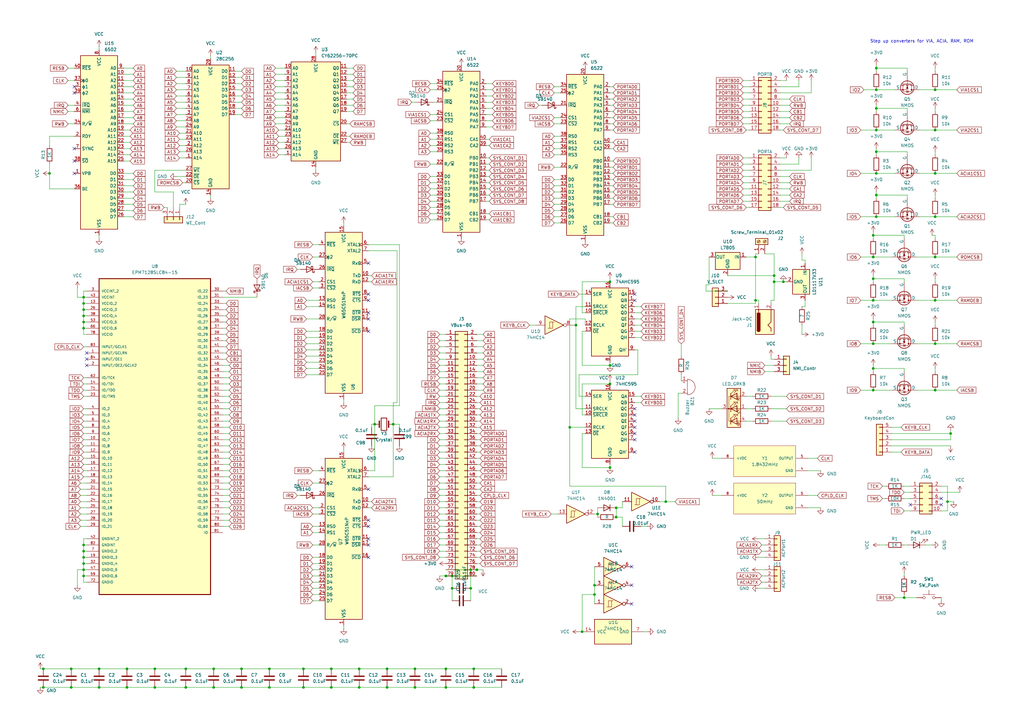
<source format=kicad_sch>
(kicad_sch (version 20231120) (generator "eeschema") (generator_version "8.0")
  (paper "A3")
  (title_block (title "v6502-Based Homebrew Single Board Computer v2") (date "Dec 2022 (Rev: Dec 2023)") (rev "v2.1") (company "Copyright Vatan Zengin") (comment 1 "Read the documentation for all details."))
  (lib_symbols
    (symbol "65xx-library:6502"
      (property "Reference" "U15" (at 2.1941 40.64 0))
      (property "Value" "6502" (at 2.1941 38.1 0))
      (symbol "6502_1_1"
        (pin bidirectional line (at -10.16 -12.7 0) (length 2.54) (name "VPB") (number "1"))
        (pin power_in line (at 0 -38.1 90) (length 2.54) (name "VSS") (number "1"))
        (pin output line (at 10.16 27.94 180) (length 2.54) (name "A1") (number "10"))
        (pin output line (at 10.16 25.4 180) (length 2.54) (name "A2") (number "11"))
        (pin output line (at 10.16 22.86 180) (length 2.54) (name "A3") (number "12"))
        (pin output line (at 10.16 20.32 180) (length 2.54) (name "A4") (number "13"))
        (pin output line (at 10.16 17.78 180) (length 2.54) (name "A5") (number "14"))
        (pin output line (at 10.16 15.24 180) (length 2.54) (name "A6") (number "15"))
        (pin output line (at 10.16 12.7 180) (length 2.54) (name "A7") (number "16"))
        (pin output line (at 10.16 10.16 180) (length 2.54) (name "A8") (number "17"))
        (pin output line (at 10.16 7.62 180) (length 2.54) (name "A9") (number "18"))
        (pin output line (at 10.16 5.08 180) (length 2.54) (name "A10") (number "19"))
        (pin input line (at -10.16 2.54 0) (length 2.54) (name "RDY") (number "2"))
        (pin output line (at 10.16 2.54 180) (length 2.54) (name "A11") (number "20"))
        (pin passive line (at 0 -38.1 90) (length 2.54) hide (name "VSS") (number "21"))
        (pin output line (at 10.16 0 180) (length 2.54) (name "A12") (number "22"))
        (pin output line (at 10.16 -2.54 180) (length 2.54) (name "A13") (number "23"))
        (pin output line (at 10.16 -5.08 180) (length 2.54) (name "A14") (number "24"))
        (pin output line (at 10.16 -7.62 180) (length 2.54) (name "A15") (number "25"))
        (pin bidirectional line (at 10.16 -30.48 180) (length 2.54) (name "D7") (number "26"))
        (pin bidirectional line (at 10.16 -27.94 180) (length 2.54) (name "D6") (number "27"))
        (pin bidirectional line (at 10.16 -25.4 180) (length 2.54) (name "D5") (number "28"))
        (pin bidirectional line (at 10.16 -22.86 180) (length 2.54) (name "D4") (number "29"))
        (pin output line (at -10.16 22.86 0) (length 2.54) (name "ϕ1") (number "3"))
        (pin bidirectional line (at 10.16 -20.32 180) (length 2.54) (name "D3") (number "30"))
        (pin bidirectional line (at 10.16 -17.78 180) (length 2.54) (name "D2") (number "31"))
        (pin bidirectional line (at 10.16 -15.24 180) (length 2.54) (name "D1") (number "32"))
        (pin bidirectional line (at 10.16 -12.7 180) (length 2.54) (name "D0") (number "33"))
        (pin output line (at -10.16 7.62 0) (length 2.54) (name "R/~{W}") (number "34"))
        (pin bidirectional line (at -7.62 -16.51 0) (length 2.54) hide (name "NC") (number "35"))
        (pin bidirectional line (at -10.16 -19.05 0) (length 2.54) (name "BE") (number "36"))
        (pin input clock (at -10.16 25.4 0) (length 2.54) (name "ϕ0") (number "37"))
        (pin input line (at -10.16 -7.62 0) (length 2.54) (name "~{SO}") (number "38"))
        (pin output line (at -10.16 20.32 0) (length 2.54) (name "ϕ2") (number "39"))
        (pin input line (at -10.16 15.24 0) (length 2.54) (name "~{IRQ}") (number "4"))
        (pin input line (at -10.16 30.48 0) (length 2.54) (name "~{RES}") (number "40"))
        (pin input line (at -10.16 12.7 0) (length 2.54) (name "~{NMI}") (number "6"))
        (pin output line (at -10.16 -2.54 0) (length 2.54) (name "SYNC") (number "7"))
        (pin power_in line (at 0 38.1 270) (length 2.54) (name "VCC") (number "8"))
        (pin output line (at 10.16 30.48 180) (length 2.54) (name "A0") (number "9"))
      )
    )
    (symbol "65xx-library:6522"
      (property "Reference" "U" (at 2.54 38.1 0))
      (property "Value" "6522" (at 2.54 35.56 0))
      (symbol "6522_1_1"
        (pin power_in line (at 0 -35.56 90) (length 2.54) (name "VSS") (number "1"))
        (pin bidirectional line (at 10.16 -2.54 180) (length 2.54) (name "PB0") (number "10"))
        (pin bidirectional line (at 10.16 -5.08 180) (length 2.54) (name "PB1") (number "11"))
        (pin bidirectional line (at 10.16 -7.62 180) (length 2.54) (name "PB2") (number "12"))
        (pin bidirectional line (at 10.16 -10.16 180) (length 2.54) (name "PB3") (number "13"))
        (pin bidirectional line (at 10.16 -12.7 180) (length 2.54) (name "PB4") (number "14"))
        (pin bidirectional line (at 10.16 -15.24 180) (length 2.54) (name "PB5") (number "15"))
        (pin bidirectional line (at 10.16 -17.78 180) (length 2.54) (name "PB6") (number "16"))
        (pin bidirectional line (at 10.16 -20.32 180) (length 2.54) (name "PB7") (number "17"))
        (pin input line (at 10.16 -25.4 180) (length 2.54) (name "CB1") (number "18"))
        (pin bidirectional line (at 10.16 -27.94 180) (length 2.54) (name "CB2") (number "19"))
        (pin bidirectional line (at 10.16 27.94 180) (length 2.54) (name "PA0") (number "2"))
        (pin power_in line (at 0 35.56 270) (length 2.54) (name "VCC") (number "20"))
        (pin open_collector line (at -10.16 20.32 0) (length 2.54) (name "~{IRQ}") (number "21"))
        (pin input line (at -10.16 -5.08 0) (length 2.54) (name "R/~{W}") (number "22"))
        (pin input line (at -10.16 12.7 0) (length 2.54) (name "~{CS2}") (number "23"))
        (pin input line (at -10.16 15.24 0) (length 2.54) (name "CS1") (number "24"))
        (pin input clock (at -10.16 25.4 0) (length 2.54) (name "ϕ2") (number "25"))
        (pin bidirectional line (at -10.16 -27.94 0) (length 2.54) (name "D7") (number "26"))
        (pin bidirectional line (at -10.16 -25.4 0) (length 2.54) (name "D6") (number "27"))
        (pin bidirectional line (at -10.16 -22.86 0) (length 2.54) (name "D5") (number "28"))
        (pin bidirectional line (at -10.16 -20.32 0) (length 2.54) (name "D4") (number "29"))
        (pin bidirectional line (at 10.16 25.4 180) (length 2.54) (name "PA1") (number "3"))
        (pin bidirectional line (at -10.16 -17.78 0) (length 2.54) (name "D3") (number "30"))
        (pin bidirectional line (at -10.16 -15.24 0) (length 2.54) (name "D2") (number "31"))
        (pin bidirectional line (at -10.16 -12.7 0) (length 2.54) (name "D1") (number "32"))
        (pin bidirectional line (at -10.16 -10.16 0) (length 2.54) (name "D0") (number "33"))
        (pin input line (at -10.16 27.94 0) (length 2.54) (name "~{RES}") (number "34"))
        (pin input line (at -10.16 0 0) (length 2.54) (name "RS3") (number "35"))
        (pin input line (at -10.16 2.54 0) (length 2.54) (name "RS2") (number "36"))
        (pin input line (at -10.16 5.08 0) (length 2.54) (name "RS1") (number "37"))
        (pin input line (at -10.16 7.62 0) (length 2.54) (name "RS0") (number "38"))
        (pin bidirectional line (at 10.16 2.54 180) (length 2.54) (name "CA2") (number "39"))
        (pin bidirectional line (at 10.16 22.86 180) (length 2.54) (name "PA2") (number "4"))
        (pin input line (at 10.16 5.08 180) (length 2.54) (name "CA1") (number "40"))
        (pin bidirectional line (at 10.16 20.32 180) (length 2.54) (name "PA3") (number "5"))
        (pin bidirectional line (at 10.16 17.78 180) (length 2.54) (name "PA4") (number "6"))
        (pin bidirectional line (at 10.16 15.24 180) (length 2.54) (name "PA5") (number "7"))
        (pin bidirectional line (at 10.16 12.7 180) (length 2.54) (name "PA6") (number "8"))
        (pin bidirectional line (at 10.16 10.16 180) (length 2.54) (name "PA7") (number "9"))
      )
    )
    (symbol "65xx-library:W65C51NxP"
      (property "Reference" "U" (at 2.54 38.1 0))
      (property "Value" "W65C51NxP" (at 2.54 35.56 0))
      (symbol "W65C51NxP_1_1"
        (pin power_in line (at 0 -35.56 90) (length 2.54) (name "VSS") (number "1"))
        (pin output line (at 10.16 15.24 180) (length 2.54) (name "TxD") (number "10"))
        (pin output line (at 10.16 0 180) (length 2.54) (name "~{DTR}") (number "11"))
        (pin input line (at 10.16 12.7 180) (length 2.54) (name "RxD") (number "12"))
        (pin input line (at -10.16 5.08 0) (length 2.54) (name "RS0") (number "13"))
        (pin input line (at -10.16 2.54 0) (length 2.54) (name "RS1") (number "14"))
        (pin power_in line (at 0 35.56 270) (length 2.54) (name "VCC") (number "15"))
        (pin input line (at 10.16 -7.62 180) (length 2.54) (name "~{DCD}") (number "16"))
        (pin input line (at 10.16 -2.54 180) (length 2.54) (name "~{DSR}") (number "17"))
        (pin bidirectional line (at -10.16 -7.62 0) (length 2.54) (name "D0") (number "18"))
        (pin bidirectional line (at -10.16 -10.16 0) (length 2.54) (name "D1") (number "19"))
        (pin input line (at -10.16 12.7 0) (length 2.54) (name "CS1") (number "2"))
        (pin bidirectional line (at -10.16 -12.7 0) (length 2.54) (name "D2") (number "20"))
        (pin bidirectional line (at -10.16 -15.24 0) (length 2.54) (name "D3") (number "21"))
        (pin bidirectional line (at -10.16 -17.78 0) (length 2.54) (name "D4") (number "22"))
        (pin bidirectional line (at -10.16 -20.32 0) (length 2.54) (name "D5") (number "23"))
        (pin bidirectional line (at -10.16 -22.86 0) (length 2.54) (name "D6") (number "24"))
        (pin bidirectional line (at -10.16 -25.4 0) (length 2.54) (name "D7") (number "25"))
        (pin open_collector line (at -10.16 17.78 0) (length 2.54) (name "~{IRQ}") (number "26"))
        (pin input clock (at -10.16 22.86 0) (length 2.54) (name "ϕ2") (number "27"))
        (pin input line (at -10.16 -2.54 0) (length 2.54) (name "R/~{W}") (number "28"))
        (pin input line (at -10.16 10.16 0) (length 2.54) (name "~{CS2}") (number "3"))
        (pin input line (at -10.16 27.94 0) (length 2.54) (name "~{RES}") (number "4"))
        (pin bidirectional clock (at 10.16 20.32 180) (length 2.54) (name "RxC") (number "5"))
        (pin input clock (at 10.16 27.94 180) (length 2.54) (name "XTAL1") (number "6"))
        (pin output line (at 10.16 25.4 180) (length 2.54) (name "XTAL2") (number "7"))
        (pin output line (at 10.16 7.62 180) (length 2.54) (name "~{RTS}") (number "8"))
        (pin input line (at 10.16 5.08 180) (length 2.54) (name "~{CTS}") (number "9"))
      )
    )
    (symbol "74xx:74AHC595"
      (property "Reference" "U" (at -7.62 13.97 0))
      (property "Value" "74AHC595" (at -7.62 -16.51 0))
      (symbol "74AHC595_1_0"
        (pin tri_state line (at 10.16 7.62 180) (length 2.54) (name "QB") (number "1"))
        (pin input line (at -10.16 2.54 0) (length 2.54) (name "~{SRCLR}") (number "10"))
        (pin input line (at -10.16 5.08 0) (length 2.54) (name "SRCLK") (number "11"))
        (pin input line (at -10.16 -2.54 0) (length 2.54) (name "RCLK") (number "12"))
        (pin input line (at -10.16 -5.08 0) (length 2.54) (name "~{OE}") (number "13"))
        (pin input line (at -10.16 10.16 0) (length 2.54) (name "SER") (number "14"))
        (pin tri_state line (at 10.16 10.16 180) (length 2.54) (name "QA") (number "15"))
        (pin power_in line (at 0 15.24 270) (length 2.54) (name "VCC") (number "16"))
        (pin tri_state line (at 10.16 5.08 180) (length 2.54) (name "QC") (number "2"))
        (pin tri_state line (at 10.16 2.54 180) (length 2.54) (name "QD") (number "3"))
        (pin tri_state line (at 10.16 0 180) (length 2.54) (name "QE") (number "4"))
        (pin tri_state line (at 10.16 -2.54 180) (length 2.54) (name "QF") (number "5"))
        (pin tri_state line (at 10.16 -5.08 180) (length 2.54) (name "QG") (number "6"))
        (pin tri_state line (at 10.16 -7.62 180) (length 2.54) (name "QH") (number "7"))
        (pin power_in line (at 0 -17.78 90) (length 2.54) (name "GND") (number "8"))
        (pin output line (at 10.16 -12.7 180) (length 2.54) (name "QH'") (number "9"))
      )
    )
    (symbol "74xx:74HC14" (pin_names (offset 1.016))
      (property "Reference" "U" (at 0 1.27 0))
      (property "Value" "74HC14" (at 0 -1.27 0))
      (symbol "74HC14_1_0"
        (pin input line (at -7.62 0 0) (length 3.81) (name "~") (number "1"))
        (pin output inverted (at 7.62 0 180) (length 3.81) (name "~") (number "2"))
      )
      (symbol "74HC14_2_0"
        (pin input line (at -7.62 0 0) (length 3.81) (name "~") (number "3"))
        (pin output inverted (at 7.62 0 180) (length 3.81) (name "~") (number "4"))
      )
      (symbol "74HC14_3_0"
        (pin input line (at -7.62 0 0) (length 3.81) (name "~") (number "5"))
        (pin output inverted (at 7.62 0 180) (length 3.81) (name "~") (number "6"))
      )
      (symbol "74HC14_4_0"
        (pin output inverted (at 7.62 0 180) (length 3.81) (name "~") (number "8"))
        (pin input line (at -7.62 0 0) (length 3.81) (name "~") (number "9"))
      )
      (symbol "74HC14_5_0"
        (pin output inverted (at 7.62 0 180) (length 3.81) (name "~") (number "10"))
        (pin input line (at -7.62 0 0) (length 3.81) (name "~") (number "11"))
      )
      (symbol "74HC14_6_0"
        (pin output inverted (at 7.62 0 180) (length 3.81) (name "~") (number "12"))
        (pin input line (at -7.62 0 0) (length 3.81) (name "~") (number "13"))
      )
      (symbol "74HC14_7_0"
        (pin power_in line (at 0 12.7 270) (length 5.08) (name "VCC") (number "14"))
        (pin power_in line (at 0 -12.7 90) (length 5.08) (name "GND") (number "7"))
      )
    )
    (symbol "74xx:74HC595"
      (property "Reference" "U" (at -7.62 13.97 0))
      (property "Value" "74HC595" (at -7.62 -16.51 0))
      (symbol "74HC595_1_0"
        (pin tri_state line (at 10.16 7.62 180) (length 2.54) (name "QB") (number "1"))
        (pin input line (at -10.16 2.54 0) (length 2.54) (name "~{SRCLR}") (number "10"))
        (pin input line (at -10.16 5.08 0) (length 2.54) (name "SRCLK") (number "11"))
        (pin input line (at -10.16 -2.54 0) (length 2.54) (name "RCLK") (number "12"))
        (pin input line (at -10.16 -5.08 0) (length 2.54) (name "~{OE}") (number "13"))
        (pin input line (at -10.16 10.16 0) (length 2.54) (name "SER") (number "14"))
        (pin tri_state line (at 10.16 10.16 180) (length 2.54) (name "QA") (number "15"))
        (pin power_in line (at 0 15.24 270) (length 2.54) (name "VCC") (number "16"))
        (pin tri_state line (at 10.16 5.08 180) (length 2.54) (name "QC") (number "2"))
        (pin tri_state line (at 10.16 2.54 180) (length 2.54) (name "QD") (number "3"))
        (pin tri_state line (at 10.16 0 180) (length 2.54) (name "QE") (number "4"))
        (pin tri_state line (at 10.16 -2.54 180) (length 2.54) (name "QF") (number "5"))
        (pin tri_state line (at 10.16 -5.08 180) (length 2.54) (name "QG") (number "6"))
        (pin tri_state line (at 10.16 -7.62 180) (length 2.54) (name "QH") (number "7"))
        (pin power_in line (at 0 -17.78 90) (length 2.54) (name "GND") (number "8"))
        (pin output line (at 10.16 -12.7 180) (length 2.54) (name "QH'") (number "9"))
      )
    )
    (symbol "Connector:Jack-DC" (pin_names (offset 1.016))
      (property "Reference" "J" (at 0 5.334 0))
      (property "Value" "Jack-DC" (at 0 -5.08 0))
      (symbol "Jack-DC_1_1"
        (pin passive line (at 7.62 2.54 180) (length 2.54) (name "~") (number "1"))
        (pin passive line (at 7.62 -2.54 180) (length 2.54) (name "~") (number "2"))
      )
    )
    (symbol "Connector:Screw_Terminal_01x02" (pin_names (offset 1.016) hide)
      (property "Reference" "J" (at 0 2.54 0))
      (property "Value" "Screw_Terminal_01x02" (at 0 -5.08 0))
      (symbol "Screw_Terminal_01x02_1_1"
        (pin passive line (at -5.08 0 0) (length 3.81) (name "Pin_1") (number "1"))
        (pin passive line (at -5.08 -2.54 0) (length 3.81) (name "Pin_2") (number "2"))
      )
    )
    (symbol "Connector_Generic:Conn_01x03" (pin_names (offset 1.016) hide)
      (property "Reference" "J" (at 0 5.08 0))
      (property "Value" "Conn_01x03" (at 0 -5.08 0))
      (symbol "Conn_01x03_1_1"
        (pin passive line (at -5.08 2.54 0) (length 3.81) (name "Pin_1") (number "1"))
        (pin passive line (at -5.08 0 0) (length 3.81) (name "Pin_2") (number "2"))
        (pin passive line (at -5.08 -2.54 0) (length 3.81) (name "Pin_3") (number "3"))
      )
    )
    (symbol "Connector_Generic:Conn_01x04" (pin_names (offset 1.016) hide)
      (property "Reference" "J" (at 0 5.08 0))
      (property "Value" "Conn_01x04" (at 0 -7.62 0))
      (symbol "Conn_01x04_1_1"
        (pin passive line (at -5.08 2.54 0) (length 3.81) (name "Pin_1") (number "1"))
        (pin passive line (at -5.08 0 0) (length 3.81) (name "Pin_2") (number "2"))
        (pin passive line (at -5.08 -2.54 0) (length 3.81) (name "Pin_3") (number "3"))
        (pin passive line (at -5.08 -5.08 0) (length 3.81) (name "Pin_4") (number "4"))
      )
    )
    (symbol "Connector_Generic:Conn_01x05" (pin_names (offset 1.016) hide)
      (property "Reference" "J" (at 0 7.62 0))
      (property "Value" "Conn_01x05" (at 0 -7.62 0))
      (symbol "Conn_01x05_1_1"
        (pin passive line (at -5.08 5.08 0) (length 3.81) (name "Pin_1") (number "1"))
        (pin passive line (at -5.08 2.54 0) (length 3.81) (name "Pin_2") (number "2"))
        (pin passive line (at -5.08 0 0) (length 3.81) (name "Pin_3") (number "3"))
        (pin passive line (at -5.08 -2.54 0) (length 3.81) (name "Pin_4") (number "4"))
        (pin passive line (at -5.08 -5.08 0) (length 3.81) (name "Pin_5") (number "5"))
      )
    )
    (symbol "Connector_Generic:Conn_02x05_Odd_Even" (pin_names (offset 1.016) hide)
      (property "Reference" "J" (at 1.27 7.62 0))
      (property "Value" "Conn_02x05_Odd_Even" (at 1.27 -7.62 0))
      (symbol "Conn_02x05_Odd_Even_1_1"
        (pin passive line (at -5.08 5.08 0) (length 3.81) (name "Pin_1") (number "1"))
        (pin passive line (at 7.62 -5.08 180) (length 3.81) (name "Pin_10") (number "10"))
        (pin passive line (at 7.62 5.08 180) (length 3.81) (name "Pin_2") (number "2"))
        (pin passive line (at -5.08 2.54 0) (length 3.81) (name "Pin_3") (number "3"))
        (pin passive line (at 7.62 2.54 180) (length 3.81) (name "Pin_4") (number "4"))
        (pin passive line (at -5.08 0 0) (length 3.81) (name "Pin_5") (number "5"))
        (pin passive line (at 7.62 0 180) (length 3.81) (name "Pin_6") (number "6"))
        (pin passive line (at -5.08 -2.54 0) (length 3.81) (name "Pin_7") (number "7"))
        (pin passive line (at 7.62 -2.54 180) (length 3.81) (name "Pin_8") (number "8"))
        (pin passive line (at -5.08 -5.08 0) (length 3.81) (name "Pin_9") (number "9"))
      )
    )
    (symbol "Connector_Generic:Conn_02x09_Odd_Even" (pin_names (offset 1.016) hide)
      (property "Reference" "J" (at 1.27 12.7 0))
      (property "Value" "Conn_02x09_Odd_Even" (at 1.27 -12.7 0))
      (symbol "Conn_02x09_Odd_Even_1_1"
        (pin passive line (at -5.08 10.16 0) (length 3.81) (name "Pin_1") (number "1"))
        (pin passive line (at 7.62 0 180) (length 3.81) (name "Pin_10") (number "10"))
        (pin passive line (at -5.08 -2.54 0) (length 3.81) (name "Pin_11") (number "11"))
        (pin passive line (at 7.62 -2.54 180) (length 3.81) (name "Pin_12") (number "12"))
        (pin passive line (at -5.08 -5.08 0) (length 3.81) (name "Pin_13") (number "13"))
        (pin passive line (at 7.62 -5.08 180) (length 3.81) (name "Pin_14") (number "14"))
        (pin passive line (at -5.08 -7.62 0) (length 3.81) (name "Pin_15") (number "15"))
        (pin passive line (at 7.62 -7.62 180) (length 3.81) (name "Pin_16") (number "16"))
        (pin passive line (at -5.08 -10.16 0) (length 3.81) (name "Pin_17") (number "17"))
        (pin passive line (at 7.62 -10.16 180) (length 3.81) (name "Pin_18") (number "18"))
        (pin passive line (at 7.62 10.16 180) (length 3.81) (name "Pin_2") (number "2"))
        (pin passive line (at -5.08 7.62 0) (length 3.81) (name "Pin_3") (number "3"))
        (pin passive line (at 7.62 7.62 180) (length 3.81) (name "Pin_4") (number "4"))
        (pin passive line (at -5.08 5.08 0) (length 3.81) (name "Pin_5") (number "5"))
        (pin passive line (at 7.62 5.08 180) (length 3.81) (name "Pin_6") (number "6"))
        (pin passive line (at -5.08 2.54 0) (length 3.81) (name "Pin_7") (number "7"))
        (pin passive line (at 7.62 2.54 180) (length 3.81) (name "Pin_8") (number "8"))
        (pin passive line (at -5.08 0 0) (length 3.81) (name "Pin_9") (number "9"))
      )
    )
    (symbol "Connector_Generic:Conn_02x40_Odd_Even" (pin_names (offset 1.016) hide)
      (property "Reference" "J" (at 1.27 50.8 0))
      (property "Value" "Conn_02x40_Odd_Even" (at 1.27 -53.34 0))
      (symbol "Conn_02x40_Odd_Even_1_1"
        (pin passive line (at -5.08 48.26 0) (length 3.81) (name "Pin_1") (number "1"))
        (pin passive line (at 7.62 38.1 180) (length 3.81) (name "Pin_10") (number "10"))
        (pin passive line (at -5.08 35.56 0) (length 3.81) (name "Pin_11") (number "11"))
        (pin passive line (at 7.62 35.56 180) (length 3.81) (name "Pin_12") (number "12"))
        (pin passive line (at -5.08 33.02 0) (length 3.81) (name "Pin_13") (number "13"))
        (pin passive line (at 7.62 33.02 180) (length 3.81) (name "Pin_14") (number "14"))
        (pin passive line (at -5.08 30.48 0) (length 3.81) (name "Pin_15") (number "15"))
        (pin passive line (at 7.62 30.48 180) (length 3.81) (name "Pin_16") (number "16"))
        (pin passive line (at -5.08 27.94 0) (length 3.81) (name "Pin_17") (number "17"))
        (pin passive line (at 7.62 27.94 180) (length 3.81) (name "Pin_18") (number "18"))
        (pin passive line (at -5.08 25.4 0) (length 3.81) (name "Pin_19") (number "19"))
        (pin passive line (at 7.62 48.26 180) (length 3.81) (name "Pin_2") (number "2"))
        (pin passive line (at 7.62 25.4 180) (length 3.81) (name "Pin_20") (number "20"))
        (pin passive line (at -5.08 22.86 0) (length 3.81) (name "Pin_21") (number "21"))
        (pin passive line (at 7.62 22.86 180) (length 3.81) (name "Pin_22") (number "22"))
        (pin passive line (at -5.08 20.32 0) (length 3.81) (name "Pin_23") (number "23"))
        (pin passive line (at 7.62 20.32 180) (length 3.81) (name "Pin_24") (number "24"))
        (pin passive line (at -5.08 17.78 0) (length 3.81) (name "Pin_25") (number "25"))
        (pin passive line (at 7.62 17.78 180) (length 3.81) (name "Pin_26") (number "26"))
        (pin passive line (at -5.08 15.24 0) (length 3.81) (name "Pin_27") (number "27"))
        (pin passive line (at 7.62 15.24 180) (length 3.81) (name "Pin_28") (number "28"))
        (pin passive line (at -5.08 12.7 0) (length 3.81) (name "Pin_29") (number "29"))
        (pin passive line (at -5.08 45.72 0) (length 3.81) (name "Pin_3") (number "3"))
        (pin passive line (at 7.62 12.7 180) (length 3.81) (name "Pin_30") (number "30"))
        (pin passive line (at -5.08 10.16 0) (length 3.81) (name "Pin_31") (number "31"))
        (pin passive line (at 7.62 10.16 180) (length 3.81) (name "Pin_32") (number "32"))
        (pin passive line (at -5.08 7.62 0) (length 3.81) (name "Pin_33") (number "33"))
        (pin passive line (at 7.62 7.62 180) (length 3.81) (name "Pin_34") (number "34"))
        (pin passive line (at -5.08 5.08 0) (length 3.81) (name "Pin_35") (number "35"))
        (pin passive line (at 7.62 5.08 180) (length 3.81) (name "Pin_36") (number "36"))
        (pin passive line (at -5.08 2.54 0) (length 3.81) (name "Pin_37") (number "37"))
        (pin passive line (at 7.62 2.54 180) (length 3.81) (name "Pin_38") (number "38"))
        (pin passive line (at -5.08 0 0) (length 3.81) (name "Pin_39") (number "39"))
        (pin passive line (at 7.62 45.72 180) (length 3.81) (name "Pin_4") (number "4"))
        (pin passive line (at 7.62 0 180) (length 3.81) (name "Pin_40") (number "40"))
        (pin passive line (at -5.08 -2.54 0) (length 3.81) (name "Pin_41") (number "41"))
        (pin passive line (at 7.62 -2.54 180) (length 3.81) (name "Pin_42") (number "42"))
        (pin passive line (at -5.08 -5.08 0) (length 3.81) (name "Pin_43") (number "43"))
        (pin passive line (at 7.62 -5.08 180) (length 3.81) (name "Pin_44") (number "44"))
        (pin passive line (at -5.08 -7.62 0) (length 3.81) (name "Pin_45") (number "45"))
        (pin passive line (at 7.62 -7.62 180) (length 3.81) (name "Pin_46") (number "46"))
        (pin passive line (at -5.08 -10.16 0) (length 3.81) (name "Pin_47") (number "47"))
        (pin passive line (at 7.62 -10.16 180) (length 3.81) (name "Pin_48") (number "48"))
        (pin passive line (at -5.08 -12.7 0) (length 3.81) (name "Pin_49") (number "49"))
        (pin passive line (at -5.08 43.18 0) (length 3.81) (name "Pin_5") (number "5"))
        (pin passive line (at 7.62 -12.7 180) (length 3.81) (name "Pin_50") (number "50"))
        (pin passive line (at -5.08 -15.24 0) (length 3.81) (name "Pin_51") (number "51"))
        (pin passive line (at 7.62 -15.24 180) (length 3.81) (name "Pin_52") (number "52"))
        (pin passive line (at -5.08 -17.78 0) (length 3.81) (name "Pin_53") (number "53"))
        (pin passive line (at 7.62 -17.78 180) (length 3.81) (name "Pin_54") (number "54"))
        (pin passive line (at -5.08 -20.32 0) (length 3.81) (name "Pin_55") (number "55"))
        (pin passive line (at 7.62 -20.32 180) (length 3.81) (name "Pin_56") (number "56"))
        (pin passive line (at -5.08 -22.86 0) (length 3.81) (name "Pin_57") (number "57"))
        (pin passive line (at 7.62 -22.86 180) (length 3.81) (name "Pin_58") (number "58"))
        (pin passive line (at -5.08 -25.4 0) (length 3.81) (name "Pin_59") (number "59"))
        (pin passive line (at 7.62 43.18 180) (length 3.81) (name "Pin_6") (number "6"))
        (pin passive line (at 7.62 -25.4 180) (length 3.81) (name "Pin_60") (number "60"))
        (pin passive line (at -5.08 -27.94 0) (length 3.81) (name "Pin_61") (number "61"))
        (pin passive line (at 7.62 -27.94 180) (length 3.81) (name "Pin_62") (number "62"))
        (pin passive line (at -5.08 -30.48 0) (length 3.81) (name "Pin_63") (number "63"))
        (pin passive line (at 7.62 -30.48 180) (length 3.81) (name "Pin_64") (number "64"))
        (pin passive line (at -5.08 -33.02 0) (length 3.81) (name "Pin_65") (number "65"))
        (pin passive line (at 7.62 -33.02 180) (length 3.81) (name "Pin_66") (number "66"))
        (pin passive line (at -5.08 -35.56 0) (length 3.81) (name "Pin_67") (number "67"))
        (pin passive line (at 7.62 -35.56 180) (length 3.81) (name "Pin_68") (number "68"))
        (pin passive line (at -5.08 -38.1 0) (length 3.81) (name "Pin_69") (number "69"))
        (pin passive line (at -5.08 40.64 0) (length 3.81) (name "Pin_7") (number "7"))
        (pin passive line (at 7.62 -38.1 180) (length 3.81) (name "Pin_70") (number "70"))
        (pin passive line (at -5.08 -40.64 0) (length 3.81) (name "Pin_71") (number "71"))
        (pin passive line (at 7.62 -40.64 180) (length 3.81) (name "Pin_72") (number "72"))
        (pin passive line (at -5.08 -43.18 0) (length 3.81) (name "Pin_73") (number "73"))
        (pin passive line (at 7.62 -43.18 180) (length 3.81) (name "Pin_74") (number "74"))
        (pin passive line (at -5.08 -45.72 0) (length 3.81) (name "Pin_75") (number "75"))
        (pin passive line (at 7.62 -45.72 180) (length 3.81) (name "Pin_76") (number "76"))
        (pin passive line (at -5.08 -48.26 0) (length 3.81) (name "Pin_77") (number "77"))
        (pin passive line (at 7.62 -48.26 180) (length 3.81) (name "Pin_78") (number "78"))
        (pin passive line (at -5.08 -50.8 0) (length 3.81) (name "Pin_79") (number "79"))
        (pin passive line (at 7.62 40.64 180) (length 3.81) (name "Pin_8") (number "8"))
        (pin passive line (at 7.62 -50.8 180) (length 3.81) (name "Pin_80") (number "80"))
        (pin passive line (at -5.08 38.1 0) (length 3.81) (name "Pin_9") (number "9"))
      )
    )
    (symbol "Device:Buzzer" (pin_names (offset 0.0254) hide)
      (property "Reference" "BZ" (at 3.81 1.27 0))
      (property "Value" "Buzzer" (at 3.81 -1.27 0))
      (symbol "Buzzer_1_1"
        (pin passive line (at -2.54 2.54 0) (length 2.54) (name "-") (number "1"))
        (pin passive line (at -2.54 -2.54 0) (length 2.54) (name "+") (number "2"))
      )
    )
    (symbol "Device:C" (pin_numbers hide) (pin_names (offset 0.254))
      (property "Reference" "C" (at 0.635 2.54 0))
      (property "Value" "C" (at 0.635 -2.54 0))
      (symbol "C_1_1"
        (pin passive line (at 0 3.81 270) (length 2.794) (name "~") (number "1"))
        (pin passive line (at 0 -3.81 90) (length 2.794) (name "~") (number "2"))
      )
    )
    (symbol "Device:Crystal" (pin_numbers hide) (pin_names (offset 1.016) hide)
      (property "Reference" "Y" (at 0 3.81 0))
      (property "Value" "Crystal" (at 0 -3.81 0))
      (symbol "Crystal_1_1"
        (pin passive line (at -3.81 0 0) (length 1.27) (name "1") (number "1"))
        (pin passive line (at 3.81 0 180) (length 1.27) (name "2") (number "2"))
      )
    )
    (symbol "Device:LED" (pin_numbers hide) (pin_names (offset 1.016) hide)
      (property "Reference" "D" (at 0 2.54 0))
      (property "Value" "LED" (at 0 -2.54 0))
      (symbol "LED_1_1"
        (pin passive line (at -3.81 0 0) (length 2.54) (name "K") (number "1"))
        (pin passive line (at 3.81 0 180) (length 2.54) (name "A") (number "2"))
      )
    )
    (symbol "Device:LED_GRKB" (pin_names (offset 0) hide)
      (property "Reference" "D" (at 0 9.398 0))
      (property "Value" "LED_GRKB" (at 0 -8.89 0))
      (symbol "LED_GRKB_0_0"
        (text "B" (at 1.905 -6.35 0) (effects (font (size 1.27 1.27))))
        (text "G" (at 1.905 -1.27 0) (effects (font (size 1.27 1.27))))
        (text "R" (at 1.905 3.81 0) (effects (font (size 1.27 1.27))))
      )
      (symbol "LED_GRKB_1_1"
        (pin passive line (at 5.08 0 180) (length 2.54) (name "GA") (number "1"))
        (pin passive line (at 5.08 5.08 180) (length 2.54) (name "RA") (number "2"))
        (pin passive line (at -5.08 0 0) (length 2.54) (name "K") (number "3"))
        (pin passive line (at 5.08 -5.08 180) (length 2.54) (name "BA") (number "4"))
      )
    )
    (symbol "Device:R" (pin_numbers hide) (pin_names (offset 0))
      (property "Reference" "R" (at 2.032 0 90))
      (property "Value" "R" (at 0 0 90))
      (symbol "R_1_1"
        (pin passive line (at 0 3.81 270) (length 1.27) (name "~") (number "1"))
        (pin passive line (at 0 -3.81 90) (length 1.27) (name "~") (number "2"))
      )
    )
    (symbol "Diode:1N4001" (pin_numbers hide) (pin_names hide)
      (property "Reference" "D" (at 0 2.54 0))
      (property "Value" "1N4001" (at 0 -2.54 0))
      (symbol "1N4001_1_1"
        (pin passive line (at -3.81 0 0) (length 2.54) (name "K") (number "1"))
        (pin passive line (at 3.81 0 180) (length 2.54) (name "A") (number "2"))
      )
    )
    (symbol "Diode:SB140" (pin_numbers hide) (pin_names (offset 1.016) hide)
      (property "Reference" "D" (at 0 2.54 0))
      (property "Value" "SB140" (at 0 -2.54 0))
      (symbol "SB140_1_1"
        (pin passive line (at -3.81 0 0) (length 2.54) (name "K") (number "1"))
        (pin passive line (at 3.81 0 180) (length 2.54) (name "A") (number "2"))
      )
    )
    (symbol "ECS-2100A-8.0MHZ:ECS-2100A-8.0MHZ" (pin_names (offset 1.016))
      (property "Reference" "Y" (at -12.7379 5.6047 0))
      (property "Value" "ECS-2100A-8.0MHZ" (at -12.7434 -10.1947 0))
      (symbol "ECS-2100A-8.0MHZ_0_0"
        (pin power_in line (at 17.78 -5.08 180) (length 5.08) (name "GND") (number "4"))
        (pin output line (at 17.78 0 180) (length 5.08) (name "OUTPUT") (number "5"))
        (pin input line (at -17.78 0 0) (length 5.08) (name "+VDC") (number "8"))
      )
    )
    (symbol "EPM7128SLC84-15:EPM7128SLC84-15" (pin_names (offset 1.016))
      (property "Reference" "U" (at -5.3672 65.0935 0))
      (property "Value" "EPM7128SLC84-15" (at -5.497 -74.6679 0))
      (symbol "EPM7128SLC84-15_0_0"
        (pin input line (at -27.94 30.48 0) (length 5.08) (name "INPUT/GCLRN") (number "1"))
        (pin bidirectional line (at -27.94 -5.08 0) (length 5.08) (name "IO_7") (number "10"))
        (pin bidirectional line (at -27.94 -7.62 0) (length 5.08) (name "IO_8") (number "11"))
        (pin bidirectional line (at -27.94 -10.16 0) (length 5.08) (name "IO_9") (number "12"))
        (pin power_in line (at -27.94 50.8 0) (length 5.08) (name "VCCIO_2") (number "13"))
        (pin bidirectional line (at -27.94 17.78 0) (length 5.08) (name "IO/TDI") (number "14"))
        (pin bidirectional line (at -27.94 -12.7 0) (length 5.08) (name "IO_10") (number "15"))
        (pin bidirectional line (at -27.94 -15.24 0) (length 5.08) (name "IO_11") (number "16"))
        (pin bidirectional line (at -27.94 -17.78 0) (length 5.08) (name "IO_12") (number "17"))
        (pin bidirectional line (at -27.94 -20.32 0) (length 5.08) (name "IO_13") (number "18"))
        (pin passive line (at -27.94 -53.34 0) (length 5.08) (name "GNDIO_3") (number "19"))
        (pin input line (at -27.94 25.4 0) (length 5.08) (name "INPUT/OE2/GCLK2") (number "2"))
        (pin bidirectional line (at -27.94 -22.86 0) (length 5.08) (name "IO_14") (number "20"))
        (pin bidirectional line (at -27.94 -25.4 0) (length 5.08) (name "IO_15") (number "21"))
        (pin bidirectional line (at -27.94 -27.94 0) (length 5.08) (name "IO_16") (number "22"))
        (pin bidirectional line (at -27.94 12.7 0) (length 5.08) (name "IO/TMS") (number "23"))
        (pin bidirectional line (at -27.94 -30.48 0) (length 5.08) (name "IO_17") (number "24"))
        (pin bidirectional line (at -27.94 -33.02 0) (length 5.08) (name "IO_18") (number "25"))
        (pin power_in line (at -27.94 48.26 0) (length 5.08) (name "VCCIO_3") (number "26"))
        (pin bidirectional line (at -27.94 -35.56 0) (length 5.08) (name "IO_19") (number "27"))
        (pin bidirectional line (at -27.94 -38.1 0) (length 5.08) (name "IO_20") (number "28"))
        (pin bidirectional line (at -27.94 -40.64 0) (length 5.08) (name "IO_21") (number "29"))
        (pin power_in line (at -27.94 55.88 0) (length 5.08) (name "VCCINT_2") (number "3"))
        (pin bidirectional line (at 27.94 55.88 180) (length 5.08) (name "IO_22") (number "30"))
        (pin bidirectional line (at 27.94 53.34 180) (length 5.08) (name "IO_23") (number "31"))
        (pin passive line (at -27.94 -55.88 0) (length 5.08) (name "GNDIO_4") (number "32"))
        (pin bidirectional line (at 27.94 50.8 180) (length 5.08) (name "IO_24") (number "33"))
        (pin bidirectional line (at 27.94 48.26 180) (length 5.08) (name "IO_25") (number "34"))
        (pin bidirectional line (at 27.94 45.72 180) (length 5.08) (name "IO_26") (number "35"))
        (pin bidirectional line (at 27.94 43.18 180) (length 5.08) (name "IO_27") (number "36"))
        (pin bidirectional line (at 27.94 40.64 180) (length 5.08) (name "IO_28") (number "37"))
        (pin power_in line (at -27.94 45.72 0) (length 5.08) (name "VCCIO_4") (number "38"))
        (pin bidirectional line (at 27.94 38.1 180) (length 5.08) (name "IO_29") (number "39"))
        (pin bidirectional line (at -27.94 7.62 0) (length 5.08) (name "IO_2") (number "4"))
        (pin bidirectional line (at 27.94 35.56 180) (length 5.08) (name "IO_30") (number "40"))
        (pin bidirectional line (at 27.94 33.02 180) (length 5.08) (name "IO_31") (number "41"))
        (pin passive line (at -27.94 -45.72 0) (length 5.08) (name "GNDINT_2") (number "42"))
        (pin power_in line (at -27.94 53.34 0) (length 5.08) (name "VCCINT") (number "43"))
        (pin bidirectional line (at 27.94 30.48 180) (length 5.08) (name "IO_32") (number "44"))
        (pin bidirectional line (at 27.94 27.94 180) (length 5.08) (name "IO_33") (number "45"))
        (pin bidirectional line (at 27.94 25.4 180) (length 5.08) (name "IO_34") (number "46"))
        (pin passive line (at -27.94 -58.42 0) (length 5.08) (name "GNDIO_5") (number "47"))
        (pin bidirectional line (at 27.94 22.86 180) (length 5.08) (name "IO_35") (number "48"))
        (pin bidirectional line (at 27.94 20.32 180) (length 5.08) (name "IO_36") (number "49"))
        (pin bidirectional line (at -27.94 5.08 0) (length 5.08) (name "IO_3") (number "5"))
        (pin bidirectional line (at 27.94 17.78 180) (length 5.08) (name "IO_37") (number "50"))
        (pin bidirectional line (at 27.94 15.24 180) (length 5.08) (name "IO_38") (number "51"))
        (pin bidirectional line (at 27.94 12.7 180) (length 5.08) (name "IO_39") (number "52"))
        (pin power_in line (at -27.94 43.18 0) (length 5.08) (name "VCCIO_5") (number "53"))
        (pin bidirectional line (at 27.94 10.16 180) (length 5.08) (name "IO_40") (number "54"))
        (pin bidirectional line (at 27.94 7.62 180) (length 5.08) (name "IO_41") (number "55"))
        (pin bidirectional line (at 27.94 5.08 180) (length 5.08) (name "IO_42") (number "56"))
        (pin bidirectional line (at 27.94 2.54 180) (length 5.08) (name "IO_43") (number "57"))
        (pin bidirectional line (at 27.94 0 180) (length 5.08) (name "IO_44") (number "58"))
        (pin passive line (at -27.94 -60.96 0) (length 5.08) (name "GNDIO_6") (number "59"))
        (pin bidirectional line (at -27.94 2.54 0) (length 5.08) (name "IO_4") (number "6"))
        (pin bidirectional line (at 27.94 -2.54 180) (length 5.08) (name "IO_45") (number "60"))
        (pin bidirectional line (at 27.94 -5.08 180) (length 5.08) (name "IO_46") (number "61"))
        (pin bidirectional line (at -27.94 20.32 0) (length 5.08) (name "IO/TCK") (number "62"))
        (pin bidirectional line (at 27.94 -7.62 180) (length 5.08) (name "IO_47") (number "63"))
        (pin bidirectional line (at 27.94 -10.16 180) (length 5.08) (name "IO_48") (number "64"))
        (pin bidirectional line (at 27.94 -12.7 180) (length 5.08) (name "IO_49") (number "65"))
        (pin power_in line (at -27.94 40.64 0) (length 5.08) (name "VCCIO_6") (number "66"))
        (pin bidirectional line (at 27.94 -15.24 180) (length 5.08) (name "IO_50") (number "67"))
        (pin bidirectional line (at 27.94 -17.78 180) (length 5.08) (name "IO_51") (number "68"))
        (pin bidirectional line (at 27.94 -20.32 180) (length 5.08) (name "IO_52") (number "69"))
        (pin passive line (at -27.94 -50.8 0) (length 5.08) (name "GNDIO_2") (number "7"))
        (pin bidirectional line (at 27.94 -22.86 180) (length 5.08) (name "IO_53") (number "70"))
        (pin bidirectional line (at -27.94 15.24 0) (length 5.08) (name "IO/TDO") (number "71"))
        (pin passive line (at -27.94 -63.5 0) (length 5.08) (name "GNDIO") (number "72"))
        (pin bidirectional line (at 27.94 -25.4 180) (length 5.08) (name "IO_54") (number "73"))
        (pin bidirectional line (at 27.94 -27.94 180) (length 5.08) (name "IO_55") (number "74"))
        (pin bidirectional line (at 27.94 -30.48 180) (length 5.08) (name "IO_56") (number "75"))
        (pin bidirectional line (at 27.94 -33.02 180) (length 5.08) (name "IO_57") (number "76"))
        (pin bidirectional line (at 27.94 -35.56 180) (length 5.08) (name "IO_58") (number "77"))
        (pin power_in line (at -27.94 38.1 0) (length 5.08) (name "VCCIO") (number "78"))
        (pin bidirectional line (at 27.94 -38.1 180) (length 5.08) (name "IO_59") (number "79"))
        (pin bidirectional line (at -27.94 0 0) (length 5.08) (name "IO_5") (number "8"))
        (pin bidirectional line (at 27.94 -40.64 180) (length 5.08) (name "IO_60") (number "80"))
        (pin bidirectional line (at 27.94 -43.18 180) (length 5.08) (name "IO") (number "81"))
        (pin passive line (at -27.94 -48.26 0) (length 5.08) (name "GNDINT") (number "82"))
        (pin input line (at -27.94 33.02 0) (length 5.08) (name "INPUT/GCLK1") (number "83"))
        (pin input line (at -27.94 27.94 0) (length 5.08) (name "INPUT/OE1") (number "84"))
        (pin bidirectional line (at -27.94 -2.54 0) (length 5.08) (name "IO_6") (number "9"))
      )
    )
    (symbol "Memory_EEPROM:28C256"
      (property "Reference" "U" (at -7.62 26.67 0))
      (property "Value" "28C256" (at 2.54 -26.67 0))
      (symbol "28C256_1_1"
        (pin input line (at -10.16 -12.7 0) (length 2.54) (name "A14") (number "1"))
        (pin input line (at -10.16 22.86 0) (length 2.54) (name "A0") (number "10"))
        (pin tri_state line (at 10.16 22.86 180) (length 2.54) (name "D0") (number "11"))
        (pin tri_state line (at 10.16 20.32 180) (length 2.54) (name "D1") (number "12"))
        (pin tri_state line (at 10.16 17.78 180) (length 2.54) (name "D2") (number "13"))
        (pin power_in line (at 0 -27.94 90) (length 2.54) (name "GND") (number "14"))
        (pin tri_state line (at 10.16 15.24 180) (length 2.54) (name "D3") (number "15"))
        (pin tri_state line (at 10.16 12.7 180) (length 2.54) (name "D4") (number "16"))
        (pin tri_state line (at 10.16 10.16 180) (length 2.54) (name "D5") (number "17"))
        (pin tri_state line (at 10.16 7.62 180) (length 2.54) (name "D6") (number "18"))
        (pin tri_state line (at 10.16 5.08 180) (length 2.54) (name "D7") (number "19"))
        (pin input line (at -10.16 -7.62 0) (length 2.54) (name "A12") (number "2"))
        (pin input line (at -10.16 -22.86 0) (length 2.54) (name "~{CS}") (number "20"))
        (pin input line (at -10.16 -2.54 0) (length 2.54) (name "A10") (number "21"))
        (pin input line (at -10.16 -20.32 0) (length 2.54) (name "~{OE}") (number "22"))
        (pin input line (at -10.16 -5.08 0) (length 2.54) (name "A11") (number "23"))
        (pin input line (at -10.16 0 0) (length 2.54) (name "A9") (number "24"))
        (pin input line (at -10.16 2.54 0) (length 2.54) (name "A8") (number "25"))
        (pin input line (at -10.16 -10.16 0) (length 2.54) (name "A13") (number "26"))
        (pin input line (at -10.16 -17.78 0) (length 2.54) (name "~{WE}") (number "27"))
        (pin power_in line (at 0 27.94 270) (length 2.54) (name "VCC") (number "28"))
        (pin input line (at -10.16 5.08 0) (length 2.54) (name "A7") (number "3"))
        (pin input line (at -10.16 7.62 0) (length 2.54) (name "A6") (number "4"))
        (pin input line (at -10.16 10.16 0) (length 2.54) (name "A5") (number "5"))
        (pin input line (at -10.16 12.7 0) (length 2.54) (name "A4") (number "6"))
        (pin input line (at -10.16 15.24 0) (length 2.54) (name "A3") (number "7"))
        (pin input line (at -10.16 17.78 0) (length 2.54) (name "A2") (number "8"))
        (pin input line (at -10.16 20.32 0) (length 2.54) (name "A1") (number "9"))
      )
    )
    (symbol "Memory_RAM:CY62256-70PC"
      (property "Reference" "U" (at -10.16 20.955 0))
      (property "Value" "CY62256-70PC" (at 2.54 20.955 0))
      (symbol "CY62256-70PC_0_0"
        (pin power_in line (at 0 -22.86 90) (length 2.54) (name "GND") (number "14"))
        (pin power_in line (at 0 22.86 270) (length 2.54) (name "VCC") (number "28"))
      )
      (symbol "CY62256-70PC_1_1"
        (pin input line (at -12.7 -17.78 0) (length 2.54) (name "A14") (number "1"))
        (pin input line (at -12.7 17.78 0) (length 2.54) (name "A0") (number "10"))
        (pin tri_state line (at 12.7 17.78 180) (length 2.54) (name "Q0") (number "11"))
        (pin tri_state line (at 12.7 15.24 180) (length 2.54) (name "Q1") (number "12"))
        (pin tri_state line (at 12.7 12.7 180) (length 2.54) (name "Q2") (number "13"))
        (pin tri_state line (at 12.7 10.16 180) (length 2.54) (name "Q3") (number "15"))
        (pin tri_state line (at 12.7 7.62 180) (length 2.54) (name "Q4") (number "16"))
        (pin tri_state line (at 12.7 5.08 180) (length 2.54) (name "Q5") (number "17"))
        (pin tri_state line (at 12.7 2.54 180) (length 2.54) (name "Q6") (number "18"))
        (pin tri_state line (at 12.7 0 180) (length 2.54) (name "Q7") (number "19"))
        (pin input line (at -12.7 -12.7 0) (length 2.54) (name "A12") (number "2"))
        (pin input line (at 12.7 -5.08 180) (length 2.54) (name "~{CS}") (number "20"))
        (pin input line (at -12.7 -7.62 0) (length 2.54) (name "A10") (number "21"))
        (pin input line (at 12.7 -10.16 180) (length 2.54) (name "~{OE}") (number "22"))
        (pin input line (at -12.7 -10.16 0) (length 2.54) (name "A11") (number "23"))
        (pin input line (at -12.7 -5.08 0) (length 2.54) (name "A9") (number "24"))
        (pin input line (at -12.7 -2.54 0) (length 2.54) (name "A8") (number "25"))
        (pin input line (at -12.7 -15.24 0) (length 2.54) (name "A13") (number "26"))
        (pin input line (at 12.7 -12.7 180) (length 2.54) (name "~{WE}") (number "27"))
        (pin input line (at -12.7 0 0) (length 2.54) (name "A7") (number "3"))
        (pin input line (at -12.7 2.54 0) (length 2.54) (name "A6") (number "4"))
        (pin input line (at -12.7 5.08 0) (length 2.54) (name "A5") (number "5"))
        (pin input line (at -12.7 7.62 0) (length 2.54) (name "A4") (number "6"))
        (pin input line (at -12.7 10.16 0) (length 2.54) (name "A3") (number "7"))
        (pin input line (at -12.7 12.7 0) (length 2.54) (name "A2") (number "8"))
        (pin input line (at -12.7 15.24 0) (length 2.54) (name "A1") (number "9"))
      )
    )
    (symbol "Regulator_Linear:L7805" (pin_names (offset 0.254))
      (property "Reference" "U" (at -3.81 3.175 0))
      (property "Value" "L7805" (at 0 3.175 0))
      (symbol "L7805_1_1"
        (pin power_in line (at -7.62 0 0) (length 2.54) (name "IN") (number "1"))
        (pin power_in line (at 0 -7.62 90) (length 2.54) (name "GND") (number "2"))
        (pin power_out line (at 7.62 0 180) (length 2.54) (name "OUT") (number "3"))
      )
    )
    (symbol "Simulation_SPICE:NMOS" (pin_numbers hide) (pin_names (offset 0))
      (property "Reference" "Q" (at 5.08 1.27 0))
      (property "Value" "NMOS" (at 5.08 -1.27 0))
      (symbol "NMOS_1_1"
        (pin passive line (at 2.54 5.08 270) (length 2.54) (name "D") (number "1"))
        (pin input line (at -5.08 0 0) (length 2.54) (name "G") (number "2"))
        (pin passive line (at 2.54 -5.08 90) (length 2.54) (name "S") (number "3"))
      )
    )
    (symbol "Switch:SW_Push" (pin_numbers hide) (pin_names (offset 1.016) hide)
      (property "Reference" "SW" (at 1.27 2.54 0))
      (property "Value" "SW_Push" (at 0 -1.524 0))
      (symbol "SW_Push_0_1"
        (pin passive line (at -5.08 0 0) (length 2.54) (name "1") (number "1"))
        (pin passive line (at 5.08 0 180) (length 2.54) (name "2") (number "2"))
      )
    )
    (symbol "power:+3V0" (power) (pin_names (offset 0))
      (property "Value" "+3V0" (at 0 3.556 0))
      (symbol "+3V0_1_1"
        (pin power_in line (at 0 0 90) (length 0) hide (name "+3V0") (number "1"))
      )
    )
    (symbol "power:GND" (power) (pin_names (offset 0))
      (property "Value" "GND" (at 0 -3.81 0))
      (symbol "GND_1_1"
        (pin power_in line (at 0 0 270) (length 0) hide (name "GND") (number "1"))
      )
    )
    (symbol "power:VCC" (power) (pin_names (offset 0))
      (property "Value" "VCC" (at 0 3.81 0))
      (symbol "VCC_1_1"
        (pin power_in line (at 0 0 90) (length 0) hide (name "VCC") (number "1"))
      )
    )
  )
  (junction (at 250.19 149.86))
  (junction (at 383.54 160.02))
  (junction (at 359.41 88.9))
  (junction (at 34.29 226.06))
  (junction (at 358.14 114.3))
  (junction (at 321.31 115.57))
  (junction (at 238.76 259.08))
  (junction (at 161.29 173.99))
  (junction (at 99.06 274.32))
  (junction (at 147.32 281.94))
  (junction (at 153.67 173.99))
  (junction (at 135.89 274.32))
  (junction (at 182.88 236.22))
  (junction (at 99.06 281.94))
  (junction (at 250.19 115.57))
  (junction (at 383.54 53.34))
  (junction (at 243.84 243.84))
  (junction (at 158.75 281.94))
  (junction (at 34.29 134.62))
  (junction (at 87.63 281.94))
  (junction (at 158.75 274.32))
  (junction (at 52.07 281.94))
  (junction (at 243.84 240.03))
  (junction (at 358.14 160.02))
  (junction (at 87.63 274.32))
  (junction (at 34.29 124.46))
  (junction (at 358.14 140.97))
  (junction (at 34.29 233.68))
  (junction (at 195.58 233.68))
  (junction (at 34.29 223.52))
  (junction (at 245.11 210.82))
  (junction (at 17.78 281.94))
  (junction (at 170.18 281.94))
  (junction (at 40.64 281.94))
  (junction (at 358.14 96.52))
  (junction (at 124.46 274.32))
  (junction (at 34.29 129.54))
  (junction (at 273.05 205.74))
  (junction (at 52.07 274.32))
  (junction (at 383.54 36.83))
  (junction (at 34.29 231.14))
  (junction (at 170.18 274.32))
  (junction (at 185.42 241.3))
  (junction (at 359.41 53.34))
  (junction (at 383.54 71.12))
  (junction (at 359.41 44.45))
  (junction (at 358.14 151.13))
  (junction (at 250.19 191.77))
  (junction (at 252.73 212.09))
  (junction (at 193.04 241.3))
  (junction (at 76.2 281.94))
  (junction (at 63.5 281.94))
  (junction (at 309.88 123.19))
  (junction (at 34.29 236.22))
  (junction (at 236.22 133.35))
  (junction (at 359.41 36.83))
  (junction (at 29.21 281.94))
  (junction (at 34.29 228.6))
  (junction (at 193.04 233.68))
  (junction (at 233.68 175.26))
  (junction (at 29.21 274.32))
  (junction (at 110.49 274.32))
  (junction (at 309.88 105.41))
  (junction (at 359.41 27.94))
  (junction (at 20.32 71.12))
  (junction (at 389.89 177.8))
  (junction (at 359.41 71.12))
  (junction (at 17.78 274.32))
  (junction (at 34.29 127))
  (junction (at 250.19 157.48))
  (junction (at 110.49 281.94))
  (junction (at 359.41 62.23))
  (junction (at 383.54 105.41))
  (junction (at 63.5 274.32))
  (junction (at 185.42 236.22))
  (junction (at 358.14 105.41))
  (junction (at 124.46 281.94))
  (junction (at 370.84 245.11))
  (junction (at 317.5 115.57))
  (junction (at 34.29 132.08))
  (junction (at 383.54 123.19))
  (junction (at 383.54 140.97))
  (junction (at 252.73 208.28))
  (junction (at 194.31 281.94))
  (junction (at 182.88 281.94))
  (junction (at 358.14 123.19))
  (junction (at 383.54 88.9))
  (junction (at 40.64 274.32))
  (junction (at 358.14 132.08))
  (junction (at 317.5 113.03))
  (junction (at 34.29 121.92))
  (junction (at 388.62 205.74))
  (junction (at 194.31 274.32))
  (junction (at 182.88 274.32))
  (junction (at 359.41 80.01))
  (junction (at 147.32 274.32))
  (junction (at 76.2 274.32))
  (junction (at 135.89 281.94))
  (no_connect (at 151.13 130.81))
  (no_connect (at 151.13 123.19))
  (no_connect (at 386.08 207.01))
  (no_connect (at 30.48 66.04))
  (no_connect (at 35.56 144.78))
  (no_connect (at 30.48 38.1))
  (no_connect (at 260.35 123.19))
  (no_connect (at 386.08 204.47))
  (no_connect (at 151.13 213.36))
  (no_connect (at 151.13 200.66))
  (no_connect (at 30.48 71.12))
  (no_connect (at 35.56 149.86))
  (no_connect (at 151.13 120.65))
  (no_connect (at 373.38 207.01))
  (no_connect (at 259.08 232.41))
  (no_connect (at 260.35 170.18))
  (no_connect (at 260.35 172.72))
  (no_connect (at 151.13 223.52))
  (no_connect (at 260.35 167.64))
  (no_connect (at 151.13 128.27))
  (no_connect (at 30.48 35.56))
  (no_connect (at 151.13 220.98))
  (no_connect (at 259.08 247.65))
  (no_connect (at 151.13 107.95))
  (no_connect (at 151.13 135.89))
  (no_connect (at 260.35 120.65))
  (no_connect (at 260.35 175.26))
  (no_connect (at 35.56 147.32))
  (no_connect (at 259.08 240.03))
  (no_connect (at 260.35 177.8))
  (no_connect (at 151.13 215.9))
  (no_connect (at 260.35 185.42))
  (no_connect (at 30.48 60.96))
  (no_connect (at 151.13 228.6))
  (no_connect (at 260.35 180.34))
  (wire (pts (xy 91.44 149.86) (xy 93.98 149.86)))
  (wire (pts (xy 250.19 66.04) (xy 251.46 66.04)))
  (wire (pts (xy 176.53 54.61) (xy 179.07 54.61)))
  (wire (pts (xy 195.58 165.1) (xy 196.85 165.1)))
  (wire (pts (xy 304.8 67.31) (xy 307.34 67.31)))
  (wire (pts (xy 227.33 73.66) (xy 229.87 73.66)))
  (wire (pts (xy 182.88 208.28) (xy 180.34 208.28)))
  (wire (pts (xy 320.04 33.02) (xy 322.58 33.02)))
  (wire (pts (xy 91.44 119.38) (xy 92.71 119.38)))
  (wire (pts (xy 238.76 115.57) (xy 250.19 115.57)))
  (wire (pts (xy 151.13 113.03) (xy 152.4 113.03)))
  (wire (pts (xy 255.27 212.09) (xy 252.73 212.09)))
  (wire (pts (xy 365.76 185.42) (xy 369.57 185.42)))
  (wire (pts (xy 317.5 123.19) (xy 316.23 123.19)))
  (wire (pts (xy 176.53 67.31) (xy 179.07 67.31)))
  (wire (pts (xy 142.24 33.02) (xy 144.78 33.02)))
  (wire (pts (xy 240.03 130.81) (xy 233.68 130.81)))
  (wire (pts (xy 316.23 167.64) (xy 322.58 167.64)))
  (wire (pts (xy 34.29 121.92) (xy 31.75 121.92)))
  (wire (pts (xy 50.8 33.02) (xy 54.61 33.02)))
  (wire (pts (xy 359.41 78.74) (xy 359.41 80.01)))
  (wire (pts (xy 226.06 210.82) (xy 228.6 210.82)))
  (wire (pts (xy 198.12 139.7) (xy 195.58 139.7)))
  (wire (pts (xy 96.52 39.37) (xy 99.06 39.37)))
  (wire (pts (xy 151.13 205.74) (xy 152.4 205.74)))
  (wire (pts (xy 330.2 123.19) (xy 330.2 125.73)))
  (wire (pts (xy 91.44 193.04) (xy 93.98 193.04)))
  (wire (pts (xy 128.27 193.04) (xy 130.81 193.04)))
  (wire (pts (xy 116.84 48.26) (xy 113.03 48.26)))
  (wire (pts (xy 250.19 148.59) (xy 250.19 149.86)))
  (wire (pts (xy 233.68 175.26) (xy 240.03 175.26)))
  (wire (pts (xy 320.04 38.1) (xy 332.74 38.1)))
  (wire (pts (xy 359.41 60.96) (xy 359.41 62.23)))
  (wire (pts (xy 76.2 44.45) (xy 72.39 44.45)))
  (wire (pts (xy 76.2 54.61) (xy 73.66 54.61)))
  (wire (pts (xy 29.21 274.32) (xy 40.64 274.32)))
  (wire (pts (xy 176.53 77.47) (xy 179.07 77.47)))
  (wire (pts (xy 237.49 153.67) (xy 237.49 162.56)))
  (wire (pts (xy 152.4 173.99) (xy 153.67 173.99)))
  (wire (pts (xy 358.14 114.3) (xy 358.14 115.57)))
  (wire (pts (xy 182.88 274.32) (xy 194.31 274.32)))
  (wire (pts (xy 320.04 40.64) (xy 323.85 40.64)))
  (wire (pts (xy 35.56 119.38) (xy 34.29 119.38)))
  (wire (pts (xy 199.39 69.85) (xy 200.66 69.85)))
  (wire (pts (xy 227.33 35.56) (xy 229.87 35.56)))
  (wire (pts (xy 304.8 69.85) (xy 307.34 69.85)))
  (wire (pts (xy 71.12 78.74) (xy 63.5 78.74)))
  (wire (pts (xy 383.54 160.02) (xy 392.43 160.02)))
  (wire (pts (xy 311.15 123.19) (xy 309.88 123.19)))
  (wire (pts (xy 200.66 87.63) (xy 199.39 87.63)))
  (wire (pts (xy 320.04 43.18) (xy 323.85 43.18)))
  (wire (pts (xy 147.32 274.32) (xy 158.75 274.32)))
  (wire (pts (xy 332.74 38.1) (xy 332.74 33.02)))
  (wire (pts (xy 227.33 48.26) (xy 229.87 48.26)))
  (wire (pts (xy 34.29 180.34) (xy 35.56 180.34)))
  (wire (pts (xy 176.53 34.29) (xy 179.07 34.29)))
  (wire (pts (xy 163.83 100.33) (xy 163.83 166.37)))
  (wire (pts (xy 227.33 78.74) (xy 229.87 78.74)))
  (wire (pts (xy 260.35 135.89) (xy 262.89 135.89)))
  (wire (pts (xy 199.39 74.93) (xy 200.66 74.93)))
  (wire (pts (xy 162.8511 165.1) (xy 161.29 165.1)))
  (wire (pts (xy 195.58 185.42) (xy 196.85 185.42)))
  (wire (pts (xy 243.84 243.84) (xy 243.84 247.65)))
  (wire (pts (xy 20.32 59.69) (xy 20.32 55.88)))
  (wire (pts (xy 34.29 223.52) (xy 34.29 226.06)))
  (wire (pts (xy 386.08 201.93) (xy 393.7 201.93)))
  (wire (pts (xy 116.84 33.02) (xy 113.03 33.02)))
  (wire (pts (xy 161.29 173.99) (xy 161.29 195.58)))
  (wire (pts (xy 142.24 55.88) (xy 143.51 55.88)))
  (wire (pts (xy 182.88 195.58) (xy 180.34 195.58)))
  (wire (pts (xy 195.58 203.2) (xy 196.85 203.2)))
  (wire (pts (xy 358.14 132.08) (xy 358.14 133.35)))
  (wire (pts (xy 182.88 220.98) (xy 180.34 220.98)))
  (wire (pts (xy 34.29 160.02) (xy 35.56 160.02)))
  (wire (pts (xy 327.66 35.56) (xy 327.66 33.02)))
  (wire (pts (xy 91.44 200.66) (xy 93.98 200.66)))
  (wire (pts (xy 383.54 151.13) (xy 383.54 152.4)))
  (wire (pts (xy 359.41 80.01) (xy 372.11 80.01)))
  (wire (pts (xy 34.29 154.94) (xy 35.56 154.94)))
  (wire (pts (xy 142.24 43.18) (xy 144.78 43.18)))
  (wire (pts (xy 359.41 26.67) (xy 359.41 27.94)))
  (wire (pts (xy 50.8 35.56) (xy 54.61 35.56)))
  (wire (pts (xy 377.19 71.12) (xy 383.54 71.12)))
  (wire (pts (xy 367.03 245.11) (xy 370.84 245.11)))
  (wire (pts (xy 125.73 151.13) (xy 130.81 151.13)))
  (wire (pts (xy 142.24 38.1) (xy 144.78 38.1)))
  (wire (pts (xy 34.29 162.56) (xy 35.56 162.56)))
  (wire (pts (xy 250.19 78.74) (xy 251.46 78.74)))
  (wire (pts (xy 125.73 135.89) (xy 130.81 135.89)))
  (wire (pts (xy 125.73 153.67) (xy 130.81 153.67)))
  (wire (pts (xy 182.88 137.16) (xy 180.34 137.16)))
  (wire (pts (xy 359.41 27.94) (xy 372.11 27.94)))
  (wire (pts (xy 193.04 233.68) (xy 193.04 241.3)))
  (wire (pts (xy 199.39 59.69) (xy 200.66 59.69)))
  (wire (pts (xy 34.29 124.46) (xy 35.56 124.46)))
  (wire (pts (xy 17.78 281.94) (xy 29.21 281.94)))
  (wire (pts (xy 91.44 154.94) (xy 93.98 154.94)))
  (wire (pts (xy 370.84 199.39) (xy 373.38 199.39)))
  (wire (pts (xy 250.19 91.44) (xy 251.46 91.44)))
  (wire (pts (xy 359.41 88.9) (xy 353.06 88.9)))
  (wire (pts (xy 180.34 177.8) (xy 182.88 177.8)))
  (wire (pts (xy 195.58 182.88) (xy 196.85 182.88)))
  (wire (pts (xy 110.49 274.32) (xy 124.46 274.32)))
  (wire (pts (xy 320.04 74.93) (xy 323.85 74.93)))
  (wire (pts (xy 91.44 205.74) (xy 93.98 205.74)))
  (wire (pts (xy 195.58 187.96) (xy 196.85 187.96)))
  (wire (pts (xy 151.13 102.87) (xy 162.8511 102.87)))
  (wire (pts (xy 182.88 182.88) (xy 180.34 182.88)))
  (wire (pts (xy 260.35 125.73) (xy 262.89 125.73)))
  (wire (pts (xy 182.88 218.44) (xy 180.34 218.44)))
  (wire (pts (xy 304.8 43.18) (xy 307.34 43.18)))
  (wire (pts (xy 250.19 45.72) (xy 251.46 45.72)))
  (wire (pts (xy 331.47 187.96) (xy 335.28 187.96)))
  (wire (pts (xy 142.24 40.64) (xy 144.78 40.64)))
  (wire (pts (xy 34.29 134.62) (xy 34.29 137.16)))
  (wire (pts (xy 195.58 198.12) (xy 196.85 198.12)))
  (wire (pts (xy 250.19 81.28) (xy 251.46 81.28)))
  (wire (pts (xy 125.73 125.73) (xy 130.81 125.73)))
  (wire (pts (xy 199.39 49.53) (xy 201.93 49.53)))
  (wire (pts (xy 72.39 72.39) (xy 76.2 72.39)))
  (wire (pts (xy 16.51 274.32) (xy 17.78 274.32)))
  (wire (pts (xy 116.84 50.8) (xy 113.03 50.8)))
  (wire (pts (xy 96.52 29.21) (xy 99.06 29.21)))
  (wire (pts (xy 176.53 62.23) (xy 179.07 62.23)))
  (wire (pts (xy 34.29 157.48) (xy 35.56 157.48)))
  (wire (pts (xy 34.29 190.5) (xy 35.56 190.5)))
  (wire (pts (xy 128.27 208.28) (xy 130.81 208.28)))
  (wire (pts (xy 130.81 243.84) (xy 128.27 243.84)))
  (wire (pts (xy 33.02 198.12) (xy 35.56 198.12)))
  (wire (pts (xy 250.19 35.56) (xy 251.46 35.56)))
  (wire (pts (xy 50.8 73.66) (xy 54.61 73.66)))
  (wire (pts (xy 304.8 35.56) (xy 307.34 35.56)))
  (wire (pts (xy 320.04 45.72) (xy 323.85 45.72)))
  (wire (pts (xy 40.64 19.05) (xy 40.64 20.32)))
  (wire (pts (xy 177.8 41.91) (xy 179.07 41.91)))
  (wire (pts (xy 359.41 71.12) (xy 353.06 71.12)))
  (wire (pts (xy 372.11 62.23) (xy 372.11 63.5)))
  (wire (pts (xy 129.54 21.59) (xy 129.54 22.86)))
  (wire (pts (xy 199.39 46.99) (xy 201.93 46.99)))
  (wire (pts (xy 176.53 74.93) (xy 179.07 74.93)))
  (wire (pts (xy 125.73 138.43) (xy 130.81 138.43)))
  (wire (pts (xy 199.39 67.31) (xy 200.66 67.31)))
  (wire (pts (xy 250.19 43.18) (xy 251.46 43.18)))
  (wire (pts (xy 130.81 238.76) (xy 128.27 238.76)))
  (wire (pts (xy 33.02 213.36) (xy 35.56 213.36)))
  (wire (pts (xy 116.84 53.34) (xy 114.3 53.34)))
  (wire (pts (xy 50.8 48.26) (xy 54.61 48.26)))
  (wire (pts (xy 304.8 77.47) (xy 307.34 77.47)))
  (wire (pts (xy 336.55 193.04) (xy 331.47 193.04)))
  (wire (pts (xy 34.29 231.14) (xy 34.29 233.68)))
  (wire (pts (xy 370.84 223.52) (xy 372.11 223.52)))
  (wire (pts (xy 359.41 53.34) (xy 367.03 53.34)))
  (wire (pts (xy 34.29 134.62) (xy 35.56 134.62)))
  (wire (pts (xy 386.08 209.55) (xy 388.62 209.55)))
  (wire (pts (xy 358.14 114.3) (xy 370.84 114.3)))
  (wire (pts (xy 168.91 41.91) (xy 170.18 41.91)))
  (wire (pts (xy 250.19 73.66) (xy 251.46 73.66)))
  (wire (pts (xy 76.2 57.15) (xy 73.66 57.15)))
  (wire (pts (xy 273.05 205.74) (xy 276.86 205.74)))
  (wire (pts (xy 238.76 177.8) (xy 240.03 177.8)))
  (wire (pts (xy 151.13 100.33) (xy 163.83 100.33)))
  (wire (pts (xy 176.53 59.69) (xy 179.07 59.69)))
  (wire (pts (xy 321.31 85.09) (xy 320.04 85.09)))
  (wire (pts (xy 34.29 172.72) (xy 35.56 172.72)))
  (wire (pts (xy 270.51 205.74) (xy 273.05 205.74)))
  (wire (pts (xy 317.5 115.57) (xy 317.5 113.03)))
  (wire (pts (xy 233.68 199.39) (xy 273.05 199.39)))
  (wire (pts (xy 375.92 123.19) (xy 383.54 123.19)))
  (wire (pts (xy 91.44 127) (xy 92.71 127)))
  (wire (pts (xy 306.07 162.56) (xy 308.61 162.56)))
  (wire (pts (xy 320.04 72.39) (xy 323.85 72.39)))
  (wire (pts (xy 91.44 137.16) (xy 92.71 137.16)))
  (wire (pts (xy 388.62 205.74) (xy 388.62 209.55)))
  (wire (pts (xy 91.44 134.62) (xy 92.71 134.62)))
  (wire (pts (xy 129.54 68.58) (xy 129.54 69.85)))
  (wire (pts (xy 260.35 138.43) (xy 262.89 138.43)))
  (wire (pts (xy 176.53 87.63) (xy 179.07 87.63)))
  (wire (pts (xy 383.54 36.83) (xy 392.43 36.83)))
  (wire (pts (xy 73.66 83.82) (xy 76.2 83.82)))
  (wire (pts (xy 147.32 281.94) (xy 158.75 281.94)))
  (wire (pts (xy 365.76 180.34) (xy 389.89 180.34)))
  (wire (pts (xy 40.64 96.52) (xy 40.64 97.79)))
  (wire (pts (xy 195.58 195.58) (xy 196.85 195.58)))
  (wire (pts (xy 128.27 100.33) (xy 130.81 100.33)))
  (wire (pts (xy 125.73 130.81) (xy 130.81 130.81)))
  (wire (pts (xy 199.39 41.91) (xy 201.93 41.91)))
  (wire (pts (xy 91.44 195.58) (xy 93.98 195.58)))
  (wire (pts (xy 142.24 35.56) (xy 144.78 35.56)))
  (wire (pts (xy 358.14 113.03) (xy 358.14 114.3)))
  (wire (pts (xy 140.97 163.83) (xy 140.97 165.1)))
  (wire (pts (xy 68.58 85.09) (xy 67.31 85.09)))
  (wire (pts (xy 198.12 144.78) (xy 195.58 144.78)))
  (wire (pts (xy 359.41 62.23) (xy 359.41 63.5)))
  (wire (pts (xy 227.33 76.2) (xy 229.87 76.2)))
  (wire (pts (xy 321.31 115.57) (xy 317.5 115.57)))
  (wire (pts (xy 34.29 233.68) (xy 34.29 236.22)))
  (wire (pts (xy 199.39 72.39) (xy 200.66 72.39)))
  (wire (pts (xy 91.44 142.24) (xy 92.71 142.24)))
  (wire (pts (xy 34.29 124.46) (xy 34.29 127)))
  (wire (pts (xy 34.29 231.14) (xy 35.56 231.14)))
  (wire (pts (xy 217.17 133.35) (xy 219.71 133.35)))
  (wire (pts (xy 321.31 115.57) (xy 322.58 115.57)))
  (wire (pts (xy 317.5 113.03) (xy 317.5 104.14)))
  (wire (pts (xy 250.19 76.2) (xy 251.46 76.2)))
  (wire (pts (xy 34.29 121.92) (xy 34.29 124.46)))
  (wire (pts (xy 317.5 104.14) (xy 313.69 104.14)))
  (wire (pts (xy 116.84 40.64) (xy 113.03 40.64)))
  (wire (pts (xy 389.89 177.8) (xy 389.89 180.34)))
  (wire (pts (xy 198.12 154.94) (xy 195.58 154.94)))
  (wire (pts (xy 233.68 175.26) (xy 233.68 199.39)))
  (wire (pts (xy 311.15 233.68) (xy 313.69 233.68)))
  (wire (pts (xy 34.29 195.58) (xy 35.56 195.58)))
  (wire (pts (xy 50.8 76.2) (xy 54.61 76.2)))
  (wire (pts (xy 316.23 162.56) (xy 322.58 162.56)))
  (wire (pts (xy 227.33 63.5) (xy 229.87 63.5)))
  (wire (pts (xy 128.27 115.57) (xy 130.81 115.57)))
  (wire (pts (xy 238.76 191.77) (xy 250.19 191.77)))
  (wire (pts (xy 182.88 210.82) (xy 180.34 210.82)))
  (wire (pts (xy 260.35 130.81) (xy 262.89 130.81)))
  (wire (pts (xy 31.75 118.11) (xy 31.75 121.92)))
  (wire (pts (xy 34.29 167.64) (xy 35.56 167.64)))
  (wire (pts (xy 74.93 74.93) (xy 76.2 74.93)))
  (wire (pts (xy 91.44 182.88) (xy 93.98 182.88)))
  (wire (pts (xy 359.41 62.23) (xy 372.11 62.23)))
  (wire (pts (xy 91.44 157.48) (xy 93.98 157.48)))
  (wire (pts (xy 116.84 30.48) (xy 113.03 30.48)))
  (wire (pts (xy 331.47 203.2) (xy 335.28 203.2)))
  (wire (pts (xy 91.44 180.34) (xy 93.98 180.34)))
  (wire (pts (xy 34.29 127) (xy 34.29 129.54)))
  (wire (pts (xy 182.88 226.06) (xy 180.34 226.06)))
  (wire (pts (xy 196.85 223.52) (xy 195.58 223.52)))
  (wire (pts (xy 196.85 228.6) (xy 195.58 228.6)))
  (wire (pts (xy 199.39 57.15) (xy 200.66 57.15)))
  (wire (pts (xy 383.54 80.01) (xy 383.54 81.28)))
  (wire (pts (xy 87.63 281.94) (xy 99.06 281.94)))
  (wire (pts (xy 306.07 172.72) (xy 308.61 172.72)))
  (wire (pts (xy 304.8 33.02) (xy 307.34 33.02)))
  (wire (pts (xy 327.66 67.31) (xy 327.66 64.77)))
  (wire (pts (xy 250.19 38.1) (xy 251.46 38.1)))
  (wire (pts (xy 128.27 118.11) (xy 130.81 118.11)))
  (wire (pts (xy 198.12 152.4) (xy 195.58 152.4)))
  (wire (pts (xy 317.5 123.19) (xy 317.5 115.57)))
  (wire (pts (xy 313.69 149.86) (xy 317.5 149.86)))
  (wire (pts (xy 33.02 203.2) (xy 35.56 203.2)))
  (wire (pts (xy 182.88 233.68) (xy 193.04 233.68)))
  (wire (pts (xy 370.84 114.3) (xy 370.84 115.57)))
  (wire (pts (xy 195.58 170.18) (xy 196.85 170.18)))
  (wire (pts (xy 76.2 49.53) (xy 72.39 49.53)))
  (wire (pts (xy 195.58 162.56) (xy 196.85 162.56)))
  (wire (pts (xy 176.53 82.55) (xy 179.07 82.55)))
  (wire (pts (xy 279.4 156.21) (xy 279.4 153.67)))
  (wire (pts (xy 236.22 125.73) (xy 240.03 125.73)))
  (wire (pts (xy 193.04 233.68) (xy 195.58 233.68)))
  (wire (pts (xy 182.88 180.34) (xy 180.34 180.34)))
  (wire (pts (xy 34.29 129.54) (xy 35.56 129.54)))
  (wire (pts (xy 196.85 215.9) (xy 195.58 215.9)))
  (wire (pts (xy 91.44 121.92) (xy 105.41 121.92)))
  (wire (pts (xy 365.76 182.88) (xy 389.89 182.88)))
  (wire (pts (xy 180.34 157.48) (xy 182.88 157.48)))
  (wire (pts (xy 135.89 274.32) (xy 147.32 274.32)))
  (wire (pts (xy 34.29 238.76) (xy 35.56 238.76)))
  (wire (pts (xy 358.14 123.19) (xy 353.06 123.19)))
  (wire (pts (xy 76.2 34.29) (xy 72.39 34.29)))
  (wire (pts (xy 182.88 213.36) (xy 180.34 213.36)))
  (wire (pts (xy 240.03 133.35) (xy 240.03 130.81)))
  (wire (pts (xy 20.32 77.47) (xy 30.48 77.47)))
  (wire (pts (xy 76.2 281.94) (xy 87.63 281.94)))
  (wire (pts (xy 199.39 80.01) (xy 200.66 80.01)))
  (wire (pts (xy 196.85 208.28) (xy 195.58 208.28)))
  (wire (pts (xy 330.2 125.73) (xy 328.93 125.73)))
  (wire (pts (xy 176.53 90.17) (xy 179.07 90.17)))
  (wire (pts (xy 128.27 210.82) (xy 130.81 210.82)))
  (wire (pts (xy 196.85 218.44) (xy 195.58 218.44)))
  (wire (pts (xy 260.35 165.1) (xy 262.89 165.1)))
  (wire (pts (xy 245.11 210.82) (xy 245.11 212.09)))
  (wire (pts (xy 27.94 43.18) (xy 30.48 43.18)))
  (wire (pts (xy 358.14 96.52) (xy 370.84 96.52)))
  (wire (pts (xy 365.76 177.8) (xy 389.89 177.8)))
  (wire (pts (xy 33.02 210.82) (xy 35.56 210.82)))
  (wire (pts (xy 182.88 142.24) (xy 180.34 142.24)))
  (wire (pts (xy 358.14 105.41) (xy 365.76 105.41)))
  (wire (pts (xy 96.52 44.45) (xy 99.06 44.45)))
  (wire (pts (xy 278.13 161.29) (xy 279.4 161.29)))
  (wire (pts (xy 198.12 149.86) (xy 195.58 149.86)))
  (wire (pts (xy 116.84 45.72) (xy 113.03 45.72)))
  (wire (pts (xy 304.8 38.1) (xy 307.34 38.1)))
  (wire (pts (xy 359.41 27.94) (xy 359.41 29.21)))
  (wire (pts (xy 252.73 208.28) (xy 255.27 208.28)))
  (wire (pts (xy 35.56 193.04) (xy 34.29 193.04)))
  (wire (pts (xy 91.44 177.8) (xy 93.98 177.8)))
  (wire (pts (xy 358.14 95.25) (xy 358.14 96.52)))
  (wire (pts (xy 358.14 149.86) (xy 358.14 151.13)))
  (wire (pts (xy 130.81 233.68) (xy 128.27 233.68)))
  (wire (pts (xy 91.44 208.28) (xy 93.98 208.28)))
  (wire (pts (xy 389.89 176.53) (xy 389.89 177.8)))
  (wire (pts (xy 50.8 78.74) (xy 54.61 78.74)))
  (wire (pts (xy 367.03 36.83) (xy 359.41 36.83)))
  (wire (pts (xy 262.89 215.9) (xy 265.43 215.9)))
  (wire (pts (xy 140.97 184.15) (xy 140.97 185.42)))
  (wire (pts (xy 260.35 143.51) (xy 261.62 143.51)))
  (wire (pts (xy 304.8 72.39) (xy 307.34 72.39)))
  (wire (pts (xy 261.62 153.67) (xy 237.49 153.67)))
  (wire (pts (xy 320.04 64.77) (xy 322.58 64.77)))
  (wire (pts (xy 236.22 167.64) (xy 236.22 133.35)))
  (wire (pts (xy 388.62 205.74) (xy 391.16 205.74)))
  (wire (pts (xy 273.05 199.39) (xy 273.05 205.74)))
  (wire (pts (xy 383.54 53.34) (xy 392.43 53.34)))
  (wire (pts (xy 50.8 83.82) (xy 54.61 83.82)))
  (wire (pts (xy 199.39 90.17) (xy 200.66 90.17)))
  (wire (pts (xy 358.14 96.52) (xy 358.14 97.79)))
  (wire (pts (xy 383.54 140.97) (xy 392.43 140.97)))
  (wire (pts (xy 34.29 142.24) (xy 35.56 142.24)))
  (wire (pts (xy 359.41 88.9) (xy 367.03 88.9)))
  (wire (pts (xy 63.5 281.94) (xy 76.2 281.94)))
  (wire (pts (xy 182.88 215.9) (xy 180.34 215.9)))
  (wire (pts (xy 20.32 55.88) (xy 30.48 55.88)))
  (wire (pts (xy 135.89 281.94) (xy 147.32 281.94)))
  (wire (pts (xy 332.74 69.85) (xy 332.74 64.77)))
  (wire (pts (xy 176.53 72.39) (xy 179.07 72.39)))
  (wire (pts (xy 375.92 105.41) (xy 383.54 105.41)))
  (wire (pts (xy 227.33 50.8) (xy 229.87 50.8)))
  (wire (pts (xy 304.8 80.01) (xy 307.34 80.01)))
  (wire (pts (xy 195.58 193.04) (xy 196.85 193.04)))
  (wire (pts (xy 372.11 27.94) (xy 372.11 29.21)))
  (wire (pts (xy 125.73 148.59) (xy 130.81 148.59)))
  (wire (pts (xy 233.68 130.81) (xy 233.68 175.26)))
  (wire (pts (xy 153.67 193.04) (xy 151.13 193.04)))
  (wire (pts (xy 163.83 175.26) (xy 163.83 173.99)))
  (wire (pts (xy 320.04 35.56) (xy 327.66 35.56)))
  (wire (pts (xy 91.44 152.4) (xy 93.98 152.4)))
  (wire (pts (xy 116.84 27.94) (xy 113.03 27.94)))
  (wire (pts (xy 195.58 210.82) (xy 196.85 210.82)))
  (wire (pts (xy 311.15 241.3) (xy 313.69 241.3)))
  (wire (pts (xy 27.94 45.72) (xy 30.48 45.72)))
  (wire (pts (xy 116.84 35.56) (xy 113.03 35.56)))
  (wire (pts (xy 182.88 203.2) (xy 180.34 203.2)))
  (wire (pts (xy 306.07 53.34) (xy 307.34 53.34)))
  (wire (pts (xy 91.44 187.96) (xy 93.98 187.96)))
  (wire (pts (xy 320.04 50.8) (xy 323.85 50.8)))
  (wire (pts (xy 375.92 160.02) (xy 383.54 160.02)))
  (wire (pts (xy 34.29 177.8) (xy 35.56 177.8)))
  (wire (pts (xy 34.29 187.96) (xy 35.56 187.96)))
  (wire (pts (xy 360.68 223.52) (xy 363.22 223.52)))
  (wire (pts (xy 358.14 160.02) (xy 353.06 160.02)))
  (wire (pts (xy 238.76 243.84) (xy 238.76 259.08)))
  (wire (pts (xy 240.03 167.64) (xy 236.22 167.64)))
  (wire (pts (xy 278.13 171.45) (xy 278.13 161.29)))
  (wire (pts (xy 73.66 64.77) (xy 76.2 64.77)))
  (wire (pts (xy 198.12 142.24) (xy 195.58 142.24)))
  (wire (pts (xy 236.22 133.35) (xy 236.22 125.73)))
  (wire (pts (xy 34.29 132.08) (xy 35.56 132.08)))
  (wire (pts (xy 195.58 167.64) (xy 196.85 167.64)))
  (wire (pts (xy 99.06 274.32) (xy 110.49 274.32)))
  (wire (pts (xy 182.88 200.66) (xy 180.34 200.66)))
  (wire (pts (xy 130.81 241.3) (xy 128.27 241.3)))
  (wire (pts (xy 63.5 78.74) (xy 63.5 69.85)))
  (wire (pts (xy 227.33 91.44) (xy 229.87 91.44)))
  (wire (pts (xy 124.46 281.94) (xy 135.89 281.94)))
  (wire (pts (xy 76.2 31.75) (xy 72.39 31.75)))
  (wire (pts (xy 199.39 34.29) (xy 201.93 34.29)))
  (wire (pts (xy 365.76 175.26) (xy 369.57 175.26)))
  (wire (pts (xy 311.15 123.19) (xy 311.15 124.46)))
  (wire (pts (xy 234.95 133.35) (xy 236.22 133.35)))
  (wire (pts (xy 91.44 175.26) (xy 93.98 175.26)))
  (wire (pts (xy 33.02 205.74) (xy 35.56 205.74)))
  (wire (pts (xy 91.44 132.08) (xy 92.71 132.08)))
  (wire (pts (xy 185.42 236.22) (xy 185.42 241.3)))
  (wire (pts (xy 142.24 30.48) (xy 144.78 30.48)))
  (wire (pts (xy 320.04 48.26) (xy 323.85 48.26)))
  (wire (pts (xy 180.34 162.56) (xy 182.88 162.56)))
  (wire (pts (xy 50.8 60.96) (xy 53.34 60.96)))
  (wire (pts (xy 386.08 245.11) (xy 386.08 246.38)))
  (wire (pts (xy 237.49 162.56) (xy 240.03 162.56)))
  (wire (pts (xy 383.54 96.52) (xy 383.54 97.79)))
  (wire (pts (xy 16.51 281.94) (xy 17.78 281.94)))
  (wire (pts (xy 158.75 281.94) (xy 170.18 281.94)))
  (wire (pts (xy 358.14 151.13) (xy 358.14 152.4)))
  (wire (pts (xy 295.91 203.2) (xy 292.1 203.2)))
  (wire (pts (xy 121.92 203.2) (xy 123.19 203.2)))
  (wire (pts (xy 176.53 57.15) (xy 179.07 57.15)))
  (wire (pts (xy 91.44 215.9) (xy 93.98 215.9)))
  (wire (pts (xy 358.14 140.97) (xy 353.06 140.97)))
  (wire (pts (xy 121.92 110.49) (xy 123.19 110.49)))
  (wire (pts (xy 50.8 53.34) (xy 53.34 53.34)))
  (wire (pts (xy 20.32 67.31) (xy 20.32 71.12)))
  (wire (pts (xy 358.14 105.41) (xy 353.06 105.41)))
  (wire (pts (xy 309.88 104.14) (xy 311.15 104.14)))
  (wire (pts (xy 76.2 274.32) (xy 87.63 274.32)))
  (wire (pts (xy 128.27 215.9) (xy 130.81 215.9)))
  (wire (pts (xy 279.4 146.05) (xy 279.4 140.97)))
  (wire (pts (xy 52.07 281.94) (xy 63.5 281.94)))
  (wire (pts (xy 375.92 140.97) (xy 383.54 140.97)))
  (wire (pts (xy 34.29 233.68) (xy 35.56 233.68)))
  (wire (pts (xy 237.49 120.65) (xy 240.03 120.65)))
  (wire (pts (xy 50.8 45.72) (xy 54.61 45.72)))
  (wire (pts (xy 320.04 82.55) (xy 323.85 82.55)))
  (wire (pts (xy 76.2 46.99) (xy 72.39 46.99)))
  (wire (pts (xy 199.39 44.45) (xy 201.93 44.45)))
  (wire (pts (xy 35.56 220.98) (xy 34.29 220.98)))
  (wire (pts (xy 312.42 223.52) (xy 313.69 223.52)))
  (wire (pts (xy 40.64 281.94) (xy 52.07 281.94)))
  (wire (pts (xy 359.41 53.34) (xy 353.06 53.34)))
  (wire (pts (xy 33.02 200.66) (xy 35.56 200.66)))
  (wire (pts (xy 359.41 44.45) (xy 359.41 45.72)))
  (wire (pts (xy 151.13 208.28) (xy 152.4 208.28)))
  (wire (pts (xy 176.53 49.53) (xy 179.07 49.53)))
  (wire (pts (xy 386.08 199.39) (xy 388.62 199.39)))
  (wire (pts (xy 91.44 124.46) (xy 92.71 124.46)))
  (wire (pts (xy 264.16 259.08) (xy 265.43 259.08)))
  (wire (pts (xy 91.44 139.7) (xy 92.71 139.7)))
  (wire (pts (xy 116.84 55.88) (xy 114.3 55.88)))
  (wire (pts (xy 34.29 226.06) (xy 35.56 226.06)))
  (wire (pts (xy 377.19 36.83) (xy 383.54 36.83)))
  (wire (pts (xy 196.85 205.74) (xy 195.58 205.74)))
  (wire (pts (xy 91.44 210.82) (xy 93.98 210.82)))
  (wire (pts (xy 182.88 205.74) (xy 180.34 205.74)))
  (wire (pts (xy 227.33 88.9) (xy 229.87 88.9)))
  (wire (pts (xy 91.44 165.1) (xy 93.98 165.1)))
  (wire (pts (xy 40.64 274.32) (xy 52.07 274.32)))
  (wire (pts (xy 289.56 116.84) (xy 289.56 119.38)))
  (wire (pts (xy 34.29 182.88) (xy 35.56 182.88)))
  (wire (pts (xy 91.44 147.32) (xy 92.71 147.32)))
  (wire (pts (xy 114.3 63.5) (xy 116.84 63.5)))
  (wire (pts (xy 289.56 116.84) (xy 290.83 116.84)))
  (wire (pts (xy 20.32 77.47) (xy 20.32 71.12)))
  (wire (pts (xy 182.88 152.4) (xy 180.34 152.4)))
  (wire (pts (xy 91.44 129.54) (xy 92.71 129.54)))
  (wire (pts (xy 243.84 240.03) (xy 243.84 243.84)))
  (wire (pts (xy 198.12 160.02) (xy 195.58 160.02)))
  (wire (pts (xy 238.76 170.18) (xy 238.76 157.48)))
  (wire (pts (xy 304.8 48.26) (xy 307.34 48.26)))
  (wire (pts (xy 195.58 175.26) (xy 196.85 175.26)))
  (wire (pts (xy 34.29 127) (xy 35.56 127)))
  (wire (pts (xy 142.24 27.94) (xy 144.78 27.94)))
  (wire (pts (xy 91.44 185.42) (xy 93.98 185.42)))
  (wire (pts (xy 255.27 208.28) (xy 255.27 205.74)))
  (wire (pts (xy 33.02 215.9) (xy 35.56 215.9)))
  (wire (pts (xy 91.44 172.72) (xy 93.98 172.72)))
  (wire (pts (xy 383.54 88.9) (xy 392.43 88.9)))
  (wire (pts (xy 199.39 36.83) (xy 201.93 36.83)))
  (wire (pts (xy 182.88 236.22) (xy 185.42 236.22)))
  (wire (pts (xy 27.94 50.8) (xy 30.48 50.8)))
  (wire (pts (xy 128.27 218.44) (xy 130.81 218.44)))
  (wire (pts (xy 125.73 123.19) (xy 130.81 123.19)))
  (wire (pts (xy 304.8 45.72) (xy 307.34 45.72)))
  (wire (pts (xy 33.02 208.28) (xy 35.56 208.28)))
  (wire (pts (xy 50.8 81.28) (xy 54.61 81.28)))
  (wire (pts (xy 198.12 157.48) (xy 195.58 157.48)))
  (wire (pts (xy 34.29 228.6) (xy 35.56 228.6)))
  (wire (pts (xy 116.84 43.18) (xy 113.03 43.18)))
  (wire (pts (xy 316.23 123.19) (xy 316.23 124.46)))
  (wire (pts (xy 91.44 160.02) (xy 93.98 160.02)))
  (wire (pts (xy 182.88 139.7) (xy 180.34 139.7)))
  (wire (pts (xy 185.42 236.22) (xy 195.58 236.22)))
  (wire (pts (xy 250.19 58.42) (xy 251.46 58.42)))
  (wire (pts (xy 358.14 130.81) (xy 358.14 132.08)))
  (wire (pts (xy 195.58 172.72) (xy 196.85 172.72)))
  (wire (pts (xy 185.42 241.3) (xy 185.42 246.38)))
  (wire (pts (xy 50.8 63.5) (xy 53.34 63.5)))
  (wire (pts (xy 195.58 200.66) (xy 196.85 200.66)))
  (wire (pts (xy 316.23 147.32) (xy 317.5 147.32)))
  (wire (pts (xy 182.88 190.5) (xy 180.34 190.5)))
  (wire (pts (xy 182.88 223.52) (xy 180.34 223.52)))
  (wire (pts (xy 227.33 58.42) (xy 229.87 58.42)))
  (wire (pts (xy 304.8 50.8) (xy 307.34 50.8)))
  (wire (pts (xy 71.12 85.09) (xy 71.12 78.74)))
  (wire (pts (xy 34.29 236.22) (xy 34.29 238.76)))
  (wire (pts (xy 140.97 91.44) (xy 140.97 92.71)))
  (wire (pts (xy 50.8 40.64) (xy 54.61 40.64)))
  (wire (pts (xy 243.84 210.82) (xy 245.11 210.82)))
  (wire (pts (xy 151.13 115.57) (xy 152.4 115.57)))
  (wire (pts (xy 91.44 203.2) (xy 93.98 203.2)))
  (wire (pts (xy 238.76 149.86) (xy 250.19 149.86)))
  (wire (pts (xy 250.19 50.8) (xy 251.46 50.8)))
  (wire (pts (xy 260.35 128.27) (xy 262.89 128.27)))
  (wire (pts (xy 238.76 128.27) (xy 238.76 115.57)))
  (wire (pts (xy 359.41 44.45) (xy 372.11 44.45)))
  (wire (pts (xy 50.8 38.1) (xy 54.61 38.1)))
  (wire (pts (xy 182.88 193.04) (xy 180.34 193.04)))
  (wire (pts (xy 29.21 281.94) (xy 40.64 281.94)))
  (wire (pts (xy 96.52 31.75) (xy 99.06 31.75)))
  (wire (pts (xy 199.39 82.55) (xy 200.66 82.55)))
  (wire (pts (xy 128.27 223.52) (xy 130.81 223.52)))
  (wire (pts (xy 199.39 39.37) (xy 201.93 39.37)))
  (wire (pts (xy 63.5 274.32) (xy 76.2 274.32)))
  (wire (pts (xy 250.19 48.26) (xy 251.46 48.26)))
  (wire (pts (xy 240.03 128.27) (xy 238.76 128.27)))
  (wire (pts (xy 252.73 208.28) (xy 252.73 212.09)))
  (wire (pts (xy 220.98 43.18) (xy 222.25 43.18)))
  (wire (pts (xy 227.33 38.1) (xy 229.87 38.1)))
  (wire (pts (xy 34.29 226.06) (xy 34.29 228.6)))
  (wire (pts (xy 130.81 231.14) (xy 128.27 231.14)))
  (wire (pts (xy 180.34 236.22) (xy 182.88 236.22)))
  (wire (pts (xy 383.54 96.52) (xy 382.27 96.52)))
  (wire (pts (xy 316.23 146.05) (xy 316.23 147.32)))
  (wire (pts (xy 383.54 132.08) (xy 383.54 133.35)))
  (wire (pts (xy 161.29 165.1) (xy 161.29 173.99)))
  (wire (pts (xy 130.81 228.6) (xy 128.27 228.6)))
  (wire (pts (xy 96.52 41.91) (xy 99.06 41.91)))
  (wire (pts (xy 76.2 39.37) (xy 72.39 39.37)))
  (wire (pts (xy 306.07 105.41) (xy 309.88 105.41)))
  (wire (pts (xy 87.63 274.32) (xy 99.06 274.32)))
  (wire (pts (xy 372.11 80.01) (xy 372.11 81.28)))
  (wire (pts (xy 50.8 71.12) (xy 54.61 71.12)))
  (wire (pts (xy 309.88 105.41) (xy 309.88 123.19)))
  (wire (pts (xy 195.58 177.8) (xy 196.85 177.8)))
  (wire (pts (xy 370.84 204.47) (xy 373.38 204.47)))
  (wire (pts (xy 50.8 86.36) (xy 54.61 86.36)))
  (wire (pts (xy 290.83 167.64) (xy 295.91 167.64)))
  (wire (pts (xy 180.34 175.26) (xy 182.88 175.26)))
  (wire (pts (xy 182.88 198.12) (xy 180.34 198.12)))
  (wire (pts (xy 50.8 27.94) (xy 54.61 27.94)))
  (wire (pts (xy 50.8 88.9) (xy 54.61 88.9)))
  (wire (pts (xy 125.73 143.51) (xy 130.81 143.51)))
  (wire (pts (xy 361.95 204.47) (xy 363.22 204.47)))
  (wire (pts (xy 182.88 144.78) (xy 180.34 144.78)))
  (wire (pts (xy 370.84 209.55) (xy 373.38 209.55)))
  (wire (pts (xy 359.41 43.18) (xy 359.41 44.45)))
  (wire (pts (xy 182.88 185.42) (xy 180.34 185.42)))
  (wire (pts (xy 330.2 106.68) (xy 328.93 106.68)))
  (wire (pts (xy 304.8 82.55) (xy 307.34 82.55)))
  (wire (pts (xy 199.39 77.47) (xy 200.66 77.47)))
  (wire (pts (xy 91.44 213.36) (xy 93.98 213.36)))
  (wire (pts (xy 383.54 27.94) (xy 383.54 29.21)))
  (wire (pts (xy 194.31 281.94) (xy 205.74 281.94)))
  (wire (pts (xy 73.66 85.09) (xy 73.66 83.82)))
  (wire (pts (xy 328.93 106.68) (xy 328.93 104.14)))
  (wire (pts (xy 140.97 256.54) (xy 140.97 257.81)))
  (wire (pts (xy 320.04 69.85) (xy 332.74 69.85)))
  (wire (pts (xy 383.54 123.19) (xy 392.43 123.19)))
  (wire (pts (xy 198.12 147.32) (xy 195.58 147.32)))
  (wire (pts (xy 182.88 149.86) (xy 180.34 149.86)))
  (wire (pts (xy 96.52 36.83) (xy 99.06 36.83)))
  (wire (pts (xy 370.84 132.08) (xy 370.84 133.35)))
  (wire (pts (xy 130.81 236.22) (xy 128.27 236.22)))
  (wire (pts (xy 34.29 233.68) (xy 31.75 233.68)))
  (wire (pts (xy 34.29 129.54) (xy 34.29 132.08)))
  (wire (pts (xy 125.73 140.97) (xy 130.81 140.97)))
  (wire (pts (xy 50.8 43.18) (xy 54.61 43.18)))
  (wire (pts (xy 304.8 74.93) (xy 307.34 74.93)))
  (wire (pts (xy 34.29 228.6) (xy 34.29 231.14)))
  (wire (pts (xy 240.03 135.89) (xy 238.76 135.89)))
  (wire (pts (xy 336.55 208.28) (xy 331.47 208.28)))
  (wire (pts (xy 76.2 62.23) (xy 73.66 62.23)))
  (wire (pts (xy 312.42 238.76) (xy 313.69 238.76)))
  (wire (pts (xy 370.84 245.11) (xy 375.92 245.11)))
  (wire (pts (xy 34.29 119.38) (xy 34.29 121.92)))
  (wire (pts (xy 295.91 187.96) (xy 292.1 187.96)))
  (wire (pts (xy 180.34 172.72) (xy 182.88 172.72)))
  (wire (pts (xy 243.84 243.84) (xy 238.76 243.84)))
  (wire (pts (xy 227.33 55.88) (xy 229.87 55.88)))
  (wire (pts (xy 260.35 133.35) (xy 262.89 133.35)))
  (wire (pts (xy 34.29 170.18) (xy 35.56 170.18)))
  (wire (pts (xy 379.73 223.52) (xy 382.27 223.52)))
  (wire (pts (xy 306.07 85.09) (xy 307.34 85.09)))
  (wire (pts (xy 198.12 137.16) (xy 195.58 137.16)))
  (wire (pts (xy 52.07 274.32) (xy 63.5 274.32)))
  (wire (pts (xy 250.19 71.12) (xy 251.46 71.12)))
  (wire (pts (xy 370.84 96.52) (xy 370.84 97.79)))
  (wire (pts (xy 124.46 274.32) (xy 135.89 274.32)))
  (wire (pts (xy 130.81 246.38) (xy 128.27 246.38)))
  (wire (pts (xy 199.39 64.77) (xy 200.66 64.77)))
  (wire (pts (xy 250.19 40.64) (xy 251.46 40.64)))
  (wire (pts (xy 27.94 33.02) (xy 30.48 33.02)))
  (wire (pts (xy 383.54 71.12) (xy 392.43 71.12)))
  (wire (pts (xy 260.35 162.56) (xy 262.89 162.56)))
  (wire (pts (xy 290.83 116.84) (xy 290.83 105.41)))
  (wire (pts (xy 34.29 220.98) (xy 34.29 223.52)))
  (wire (pts (xy 250.19 53.34) (xy 251.46 53.34)))
  (wire (pts (xy 182.88 187.96) (xy 180.34 187.96)))
  (wire (pts (xy 34.29 175.26) (xy 35.56 175.26)))
  (wire (pts (xy 309.88 104.14) (xy 309.88 105.41)))
  (wire (pts (xy 50.8 58.42) (xy 53.34 58.42)))
  (wire (pts (xy 250.19 88.9) (xy 251.46 88.9)))
  (wire (pts (xy 377.19 88.9) (xy 383.54 88.9)))
  (wire (pts (xy 170.18 281.94) (xy 182.88 281.94)))
  (wire (pts (xy 255.27 215.9) (xy 255.27 212.09)))
  (wire (pts (xy 377.19 53.34) (xy 383.54 53.34)))
  (wire (pts (xy 86.36 22.86) (xy 86.36 24.13)))
  (wire (pts (xy 250.19 114.3) (xy 250.19 115.57)))
  (wire (pts (xy 27.94 27.94) (xy 30.48 27.94)))
  (wire (pts (xy 76.2 52.07) (xy 72.39 52.07)))
  (wire (pts (xy 34.29 121.92) (xy 35.56 121.92)))
  (wire (pts (xy 193.04 241.3) (xy 193.04 246.38)))
  (wire (pts (xy 128.27 105.41) (xy 130.81 105.41)))
  (wire (pts (xy 361.95 199.39) (xy 363.22 199.39)))
  (wire (pts (xy 50.8 30.48) (xy 54.61 30.48)))
  (wire (pts (xy 176.53 36.83) (xy 179.07 36.83)))
  (wire (pts (xy 180.34 165.1) (xy 182.88 165.1)))
  (wire (pts (xy 142.24 50.8) (xy 143.51 50.8)))
  (wire (pts (xy 17.78 274.32) (xy 29.21 274.32)))
  (wire (pts (xy 372.11 44.45) (xy 372.11 45.72)))
  (wire (pts (xy 194.31 274.32) (xy 205.74 274.32)))
  (wire (pts (xy 196.85 220.98) (xy 195.58 220.98)))
  (wire (pts (xy 182.88 154.94) (xy 180.34 154.94)))
  (wire (pts (xy 321.31 53.34) (xy 320.04 53.34)))
  (wire (pts (xy 243.84 232.41) (xy 243.84 240.03)))
  (wire (pts (xy 76.2 41.91) (xy 72.39 41.91)))
  (wire (pts (xy 182.88 281.94) (xy 194.31 281.94)))
  (wire (pts (xy 250.19 156.21) (xy 250.19 157.48)))
  (wire (pts (xy 50.8 66.04) (xy 53.34 66.04)))
  (wire (pts (xy 91.44 162.56) (xy 93.98 162.56)))
  (wire (pts (xy 358.14 123.19) (xy 365.76 123.19)))
  (wire (pts (xy 176.53 80.01) (xy 179.07 80.01)))
  (wire (pts (xy 50.8 55.88) (xy 53.34 55.88)))
  (wire (pts (xy 196.85 231.14) (xy 195.58 231.14)))
  (wire (pts (xy 238.76 157.48) (xy 250.19 157.48)))
  (wire (pts (xy 116.84 58.42) (xy 114.3 58.42)))
  (wire (pts (xy 63.5 69.85) (xy 76.2 69.85)))
  (wire (pts (xy 304.8 64.77) (xy 307.34 64.77)))
  (wire (pts (xy 261.62 143.51) (xy 261.62 153.67)))
  (wire (pts (xy 227.33 86.36) (xy 229.87 86.36)))
  (wire (pts (xy 116.84 38.1) (xy 113.03 38.1)))
  (wire (pts (xy 312.42 226.06) (xy 313.69 226.06)))
  (wire (pts (xy 91.44 190.5) (xy 93.98 190.5)))
  (wire (pts (xy 161.29 195.58) (xy 151.13 195.58)))
  (wire (pts (xy 238.76 135.89) (xy 238.76 149.86)))
  (wire (pts (xy 195.58 190.5) (xy 196.85 190.5)))
  (wire (pts (xy 34.29 132.08) (xy 34.29 134.62)))
  (wire (pts (xy 245.11 208.28) (xy 245.11 210.82)))
  (wire (pts (xy 359.41 80.01) (xy 359.41 81.28)))
  (wire (pts (xy 316.23 172.72) (xy 322.58 172.72)))
  (wire (pts (xy 91.44 198.12) (xy 93.98 198.12)))
  (wire (pts (xy 240.03 170.18) (xy 238.76 170.18)))
  (wire (pts (xy 309.88 124.46) (xy 309.88 123.19)))
  (wire (pts (xy 153.67 173.99) (xy 153.67 193.04)))
  (wire (pts (xy 227.33 83.82) (xy 229.87 83.82)))
  (wire (pts (xy 125.73 146.05) (xy 130.81 146.05)))
  (wire (pts (xy 388.62 199.39) (xy 388.62 205.74)))
  (wire (pts (xy 358.14 140.97) (xy 365.76 140.97)))
  (wire (pts (xy 328.93 133.35) (xy 328.93 137.16)))
  (wire (pts (xy 180.34 228.6) (xy 182.88 228.6)))
  (wire (pts (xy 180.34 160.02) (xy 182.88 160.02)))
  (wire (pts (xy 99.06 281.94) (xy 110.49 281.94)))
  (wire (pts (xy 359.41 71.12) (xy 367.03 71.12)))
  (wire (pts (xy 383.54 62.23) (xy 383.54 63.5)))
  (wire (pts (xy 311.15 228.6) (xy 313.69 228.6)))
  (wire (pts (xy 238.76 177.8) (xy 238.76 191.77)))
  (wire (pts (xy 195.58 233.68) (xy 198.12 233.68)))
  (wire (pts (xy 306.07 167.64) (xy 308.61 167.64)))
  (wire (pts (xy 358.14 151.13) (xy 370.84 151.13)))
  (wire (pts (xy 196.85 226.06) (xy 195.58 226.06)))
  (wire (pts (xy 170.18 274.32) (xy 182.88 274.32)))
  (wire (pts (xy 250.19 83.82) (xy 251.46 83.82)))
  (wire (pts (xy 320.04 80.01) (xy 323.85 80.01)))
  (wire (pts (xy 91.44 167.64) (xy 93.98 167.64)))
  (wire (pts (xy 34.29 223.52) (xy 35.56 223.52)))
  (wire (pts (xy 91.44 170.18) (xy 93.98 170.18)))
  (wire (pts (xy 76.2 36.83) (xy 72.39 36.83)))
  (wire (pts (xy 383.54 105.41) (xy 392.43 105.41)))
  (wire (pts (xy 311.15 220.98) (xy 313.69 220.98)))
  (wire (pts (xy 142.24 58.42) (xy 143.51 58.42)))
  (wire (pts (xy 370.84 234.95) (xy 370.84 236.22)))
  (wire (pts (xy 50.8 50.8) (xy 54.61 50.8)))
  (wire (pts (xy 76.2 29.21) (xy 72.39 29.21)))
  (wire (pts (xy 180.34 170.18) (xy 182.88 170.18)))
  (wire (pts (xy 227.33 81.28) (xy 229.87 81.28)))
  (wire (pts (xy 96.52 34.29) (xy 99.06 34.29)))
  (wire (pts (xy 320.04 67.31) (xy 327.66 67.31)))
  (wire (pts (xy 358.14 160.02) (xy 365.76 160.02)))
  (wire (pts (xy 358.14 132.08) (xy 370.84 132.08)))
  (wire (pts (xy 227.33 68.58) (xy 229.87 68.58)))
  (wire (pts (xy 128.27 198.12) (xy 130.81 198.12)))
  (wire (pts (xy 34.29 185.42) (xy 35.56 185.42)))
  (wire (pts (xy 195.58 180.34) (xy 196.85 180.34)))
  (wire (pts (xy 312.42 236.22) (xy 313.69 236.22)))
  (wire (pts (xy 330.2 106.68) (xy 330.2 107.95)))
  (wire (pts (xy 370.84 151.13) (xy 370.84 152.4)))
  (wire (pts (xy 195.58 213.36) (xy 196.85 213.36)))
  (wire (pts (xy 76.2 59.69) (xy 73.66 59.69)))
  (wire (pts (xy 96.52 46.99) (xy 99.06 46.99)))
  (wire (pts (xy 163.83 166.37) (xy 153.67 166.37)))
  (wire (pts (xy 176.53 85.09) (xy 179.07 85.09)))
  (wire (pts (xy 158.75 274.32) (xy 170.18 274.32)))
  (wire (pts (xy 162.8511 102.87) (xy 162.8511 165.1)))
  (wire (pts (xy 34.29 236.22) (xy 35.56 236.22)))
  (wire (pts (xy 199.39 52.07) (xy 201.93 52.07)))
  (wire (pts (xy 383.54 114.3) (xy 383.54 115.57)))
  (wire (pts (xy 298.45 124.46) (xy 309.88 124.46)))
  (wire (pts (xy 180.34 167.64) (xy 182.88 167.64)))
  (wire (pts (xy 359.41 36.83) (xy 354.33 36.83)))
  (wire (pts (xy 142.24 45.72) (xy 144.78 45.72)))
  (wire (pts (xy 227.33 60.96) (xy 229.87 60.96)))
  (wire (pts (xy 250.19 190.5) (xy 250.19 191.77)))
  (wire (pts (xy 116.84 60.96) (xy 114.3 60.96)))
  (wire (pts (xy 152.4 175.26) (xy 152.4 173.99)))
  (wire (pts (xy 163.83 173.99) (xy 161.29 173.99)))
  (wire (pts (xy 110.49 281.94) (xy 124.46 281.94)))
  (wire (pts (xy 250.19 60.96) (xy 251.46 60.96)))
  (wire (pts (xy 289.56 119.38) (xy 298.45 119.38)))
  (wire (pts (xy 153.67 166.37) (xy 153.67 173.99)))
  (wire (pts (xy 182.88 147.32) (xy 180.34 147.32)))
  (wire (pts (xy 86.36 80.01) (xy 86.36 81.28)))
  (wire (pts (xy 304.8 40.64) (xy 307.34 40.64)))
  (wire (pts (xy 250.19 68.58) (xy 251.46 68.58)))
  (wire (pts (xy 370.84 243.84) (xy 370.84 245.11)))
  (wire (pts (xy 31.75 233.68) (xy 31.75 240.03)))
  (wire (pts (xy 383.54 44.45) (xy 383.54 45.72)))
  (wire (pts (xy 34.29 137.16) (xy 35.56 137.16)))
  (wire (pts (xy 237.49 259.08) (xy 238.76 259.08)))
  (wire (pts (xy 370.84 201.93) (xy 373.38 201.93)))
  (wire (pts (xy 320.04 77.47) (xy 323.85 77.47)))
  (wire (pts (xy 313.69 152.4) (xy 317.5 152.4)))
  (wire (pts (xy 298.45 113.03) (xy 317.5 113.03)))
  (wire (pts (xy 176.53 46.99) (xy 179.07 46.99)))
  (wire (pts (xy 91.44 144.78) (xy 92.71 144.78)))
  (text "Step up converters for VIA, ACIA, RAM, ROM\n" (at 356.87 17.78 0) (effects (font (size 1.27 1.27)) (justify left bottom)))
  (global_label "D4" (shape input) (at 125.73 146.05 180) (property "Intersheetrefs" "${INTERSHEET_REFS}" (effects (hide yes))))
  (global_label "O15" (shape input) (at 180.34 218.44 180) (property "Intersheetrefs" "${INTERSHEET_REFS}" (effects (hide yes))))
  (global_label "D4" (shape input) (at 227.33 83.82 180) (property "Intersheetrefs" "${INTERSHEET_REFS}" (effects (hide yes))))
  (global_label "RESB" (shape input) (at 27.94 27.94 180) (property "Intersheetrefs" "${INTERSHEET_REFS}" (effects (hide yes))))
  (global_label "A0" (shape input) (at 176.53 54.61 180) (property "Intersheetrefs" "${INTERSHEET_REFS}" (effects (hide yes))))
  (global_label "PORTBD3" (shape input) (at 251.46 73.66 0) (property "Intersheetrefs" "${INTERSHEET_REFS}" (effects (hide yes))))
  (global_label "PORTAD5" (shape input) (at 251.46 48.26 0) (property "Intersheetrefs" "${INTERSHEET_REFS}" (effects (hide yes))))
  (global_label "RWB" (shape input) (at 67.31 85.09 180) (property "Intersheetrefs" "${INTERSHEET_REFS}" (effects (hide yes))))
  (global_label "CLK" (shape input) (at 128.27 105.41 180) (property "Intersheetrefs" "${INTERSHEET_REFS}" (effects (hide yes))))
  (global_label "D5" (shape input) (at 125.73 148.59 180) (property "Intersheetrefs" "${INTERSHEET_REFS}" (effects (hide yes))))
  (global_label "O17" (shape input) (at 180.34 223.52 180) (property "Intersheetrefs" "${INTERSHEET_REFS}" (effects (hide yes))))
  (global_label "O5" (shape input) (at 180.34 193.04 180) (property "Intersheetrefs" "${INTERSHEET_REFS}" (effects (hide yes))))
  (global_label "TDO" (shape input) (at 34.29 160.02 180) (property "Intersheetrefs" "${INTERSHEET_REFS}" (effects (hide yes))))
  (global_label "O13" (shape input) (at 180.34 213.36 180) (property "Intersheetrefs" "${INTERSHEET_REFS}" (effects (hide yes))))
  (global_label "A5" (shape input) (at 113.03 40.64 180) (property "Intersheetrefs" "${INTERSHEET_REFS}" (effects (hide yes))))
  (global_label "RWB" (shape input) (at 143.51 58.42 0) (property "Intersheetrefs" "${INTERSHEET_REFS}" (effects (hide yes))))
  (global_label "IACSB" (shape input) (at 227.33 50.8 180) (property "Intersheetrefs" "${INTERSHEET_REFS}" (effects (hide yes))))
  (global_label "KEYBD7" (shape input) (at 262.89 125.73 0) (property "Intersheetrefs" "${INTERSHEET_REFS}" (effects (hide yes))))
  (global_label "O8" (shape input) (at 93.98 170.18 0) (property "Intersheetrefs" "${INTERSHEET_REFS}" (effects (hide yes))))
  (global_label "D0" (shape input) (at 54.61 71.12 0) (property "Intersheetrefs" "${INTERSHEET_REFS}" (effects (hide yes))))
  (global_label "O25" (shape input) (at 196.85 220.98 0) (property "Intersheetrefs" "${INTERSHEET_REFS}" (effects (hide yes))))
  (global_label "D6" (shape input) (at 227.33 88.9 180) (property "Intersheetrefs" "${INTERSHEET_REFS}" (effects (hide yes))))
  (global_label "D1" (shape input) (at 128.27 231.14 180) (property "Intersheetrefs" "${INTERSHEET_REFS}" (effects (hide yes))))
  (global_label "O17" (shape input) (at 93.98 193.04 0) (property "Intersheetrefs" "${INTERSHEET_REFS}" (effects (hide yes))))
  (global_label "CLK" (shape input) (at 335.28 187.96 0) (property "Intersheetrefs" "${INTERSHEET_REFS}" (effects (hide yes))))
  (global_label "D1" (shape input) (at 125.73 138.43 180) (property "Intersheetrefs" "${INTERSHEET_REFS}" (effects (hide yes))))
  (global_label "D0" (shape input) (at 128.27 228.6 180) (property "Intersheetrefs" "${INTERSHEET_REFS}" (effects (hide yes))))
  (global_label "A3" (shape input) (at 72.39 36.83 180) (property "Intersheetrefs" "${INTERSHEET_REFS}" (effects (hide yes))))
  (global_label "TMS" (shape input) (at 34.29 162.56 180) (property "Intersheetrefs" "${INTERSHEET_REFS}" (effects (hide yes))))
  (global_label "O19" (shape input) (at 196.85 205.74 0) (property "Intersheetrefs" "${INTERSHEET_REFS}" (effects (hide yes))))
  (global_label "A8" (shape input) (at 33.02 203.2 180) (property "Intersheetrefs" "${INTERSHEET_REFS}" (effects (hide yes))))
  (global_label "O9" (shape input) (at 93.98 172.72 0) (property "Intersheetrefs" "${INTERSHEET_REFS}" (effects (hide yes))))
  (global_label "D6" (shape input) (at 180.34 152.4 180) (property "Intersheetrefs" "${INTERSHEET_REFS}" (effects (hide yes))))
  (global_label "CA2" (shape input) (at 196.85 200.66 0) (property "Intersheetrefs" "${INTERSHEET_REFS}" (effects (hide yes))))
  (global_label "D2" (shape input) (at 180.34 142.24 180) (property "Intersheetrefs" "${INTERSHEET_REFS}" (effects (hide yes))))
  (global_label "KEYBD1" (shape input) (at 201.93 36.83 0) (property "Intersheetrefs" "${INTERSHEET_REFS}" (effects (hide yes))))
  (global_label "O1" (shape input) (at 93.98 152.4 0) (property "Intersheetrefs" "${INTERSHEET_REFS}" (effects (hide yes))))
  (global_label "KEYBD4" (shape input) (at 201.93 44.45 0) (property "Intersheetrefs" "${INTERSHEET_REFS}" (effects (hide yes))))
  (global_label "O6" (shape input) (at 180.34 195.58 180) (property "Intersheetrefs" "${INTERSHEET_REFS}" (effects (hide yes))))
  (global_label "O2" (shape input) (at 93.98 154.94 0) (property "Intersheetrefs" "${INTERSHEET_REFS}" (effects (hide yes))))
  (global_label "A5" (shape input) (at 198.12 149.86 0) (property "Intersheetrefs" "${INTERSHEET_REFS}" (effects (hide yes))))
  (global_label "KEYB_DATA" (shape input) (at 369.57 185.42 0) (property "Intersheetrefs" "${INTERSHEET_REFS}" (effects (hide yes))))
  (global_label "CLK" (shape input) (at 180.34 160.02 180) (property "Intersheetrefs" "${INTERSHEET_REFS}" (effects (hide yes))))
  (global_label "CPLD_CLK" (shape input) (at 34.29 142.24 180) (property "Intersheetrefs" "${INTERSHEET_REFS}" (effects (hide yes))))
  (global_label "IACSB" (shape input) (at 128.27 210.82 180) (property "Intersheetrefs" "${INTERSHEET_REFS}" (effects (hide yes))))
  (global_label "PORTAD4" (shape input) (at 304.8 74.93 180) (property "Intersheetrefs" "${INTERSHEET_REFS}" (effects (hide yes))))
  (global_label "ROMCSB" (shape input) (at 392.43 105.41 0) (property "Intersheetrefs" "${INTERSHEET_REFS}" (effects (hide yes))))
  (global_label "A8" (shape input) (at 54.61 48.26 0) (property "Intersheetrefs" "${INTERSHEET_REFS}" (effects (hide yes))))
  (global_label "O2" (shape input) (at 180.34 185.42 180) (property "Intersheetrefs" "${INTERSHEET_REFS}" (effects (hide yes))))
  (global_label "IRQ" (shape input) (at 323.85 82.55 0) (property "Intersheetrefs" "${INTERSHEET_REFS}" (effects (hide yes))))
  (global_label "A14" (shape input) (at 196.85 172.72 0) (property "Intersheetrefs" "${INTERSHEET_REFS}" (effects (hide yes))))
  (global_label "RWB" (shape input) (at 125.73 130.81 180) (property "Intersheetrefs" "${INTERSHEET_REFS}" (effects (hide yes))))
  (global_label "A3" (shape input) (at 176.53 62.23 180) (property "Intersheetrefs" "${INTERSHEET_REFS}" (effects (hide yes))))
  (global_label "A1" (shape input) (at 72.39 31.75 180) (property "Intersheetrefs" "${INTERSHEET_REFS}" (effects (hide yes))))
  (global_label "D1" (shape input) (at 54.61 73.66 0) (property "Intersheetrefs" "${INTERSHEET_REFS}" (effects (hide yes))))
  (global_label "A2" (shape input) (at 33.02 210.82 180) (property "Intersheetrefs" "${INTERSHEET_REFS}" (effects (hide yes))))
  (global_label "D7" (shape input) (at 180.34 154.94 180) (property "Intersheetrefs" "${INTERSHEET_REFS}" (effects (hide yes))))
  (global_label "RW" (shape input) (at 180.34 162.56 180) (property "Intersheetrefs" "${INTERSHEET_REFS}" (effects (hide yes))))
  (global_label "D3" (shape input) (at 54.61 78.74 0) (property "Intersheetrefs" "${INTERSHEET_REFS}" (effects (hide yes))))
  (global_label "CLK" (shape input) (at 27.94 33.02 180) (property "Intersheetrefs" "${INTERSHEET_REFS}" (effects (hide yes))))
  (global_label "PORTAD1" (shape input) (at 251.46 38.1 0) (property "Intersheetrefs" "${INTERSHEET_REFS}" (effects (hide yes))))
  (global_label "A1" (shape input) (at 33.02 208.28 180) (property "Intersheetrefs" "${INTERSHEET_REFS}" (effects (hide yes))))
  (global_label "PORTBD7" (shape input) (at 251.46 83.82 0) (property "Intersheetrefs" "${INTERSHEET_REFS}" (effects (hide yes))))
  (global_label "D7" (shape input) (at 54.61 88.9 0) (property "Intersheetrefs" "${INTERSHEET_REFS}" (effects (hide yes))))
  (global_label "A2" (shape input) (at 176.53 59.69 180) (property "Intersheetrefs" "${INTERSHEET_REFS}" (effects (hide yes))))
  (global_label "PORTAD2" (shape input) (at 251.46 40.64 0) (property "Intersheetrefs" "${INTERSHEET_REFS}" (effects (hide yes))))
  (global_label "KEYBD0" (shape input) (at 201.93 34.29 0) (property "Intersheetrefs" "${INTERSHEET_REFS}" (effects (hide yes))))
  (global_label "PORTAD3" (shape input) (at 251.46 43.18 0) (property "Intersheetrefs" "${INTERSHEET_REFS}" (effects (hide yes))))
  (global_label "CPLD_CLK" (shape input) (at 335.28 203.2 0) (property "Intersheetrefs" "${INTERSHEET_REFS}" (effects (hide yes))))
  (global_label "D4" (shape input) (at 128.27 238.76 180) (property "Intersheetrefs" "${INTERSHEET_REFS}" (effects (hide yes))))
  (global_label "O26" (shape input) (at 196.85 223.52 0) (property "Intersheetrefs" "${INTERSHEET_REFS}" (effects (hide yes))))
  (global_label "D1" (shape input) (at 176.53 74.93 180) (property "Intersheetrefs" "${INTERSHEET_REFS}" (effects (hide yes))))
  (global_label "PORTAD6" (shape input) (at 251.46 50.8 0) (property "Intersheetrefs" "${INTERSHEET_REFS}" (effects (hide yes))))
  (global_label "A11" (shape input) (at 114.3 55.88 180) (property "Intersheetrefs" "${INTERSHEET_REFS}" (effects (hide yes))))
  (global_label "IO2" (shape input) (at 34.29 167.64 180) (property "Intersheetrefs" "${INTERSHEET_REFS}" (effects (hide yes))))
  (global_label "IO7" (shape input) (at 34.29 180.34 180) (property "Intersheetrefs" "${INTERSHEET_REFS}" (effects (hide yes))))
  (global_label "IRQ" (shape input) (at 121.92 110.49 180) (property "Intersheetrefs" "${INTERSHEET_REFS}" (effects (hide yes))))
  (global_label "PORTAD1" (shape input) (at 196.85 180.34 0) (property "Intersheetrefs" "${INTERSHEET_REFS}" (effects (hide yes))))
  (global_label "ACIA2TX" (shape input) (at 180.34 175.26 180) (property "Intersheetrefs" "${INTERSHEET_REFS}" (effects (hide yes))))
  (global_label "A13" (shape input) (at 34.29 190.5 180) (property "Intersheetrefs" "${INTERSHEET_REFS}" (effects (hide yes))))
  (global_label "CLK" (shape input) (at 176.53 36.83 180) (property "Intersheetrefs" "${INTERSHEET_REFS}" (effects (hide yes))))
  (global_label "RAMCSB" (shape input) (at 143.51 50.8 0) (property "Intersheetrefs" "${INTERSHEET_REFS}" (effects (hide yes))))
  (global_label "SYS_CONT_D8" (shape input) (at 180.34 228.6 180) (property "Intersheetrefs" "${INTERSHEET_REFS}" (effects (hide yes))))
  (global_label "SYS_CONT_D3" (shape input) (at 200.66 69.85 0) (property "Intersheetrefs" "${INTERSHEET_REFS}" (effects (hide yes))))
  (global_label "RESB" (shape input) (at 176.53 34.29 180) (property "Intersheetrefs" "${INTERSHEET_REFS}" (effects (hide yes))))
  (global_label "A4" (shape input) (at 72.39 39.37 180) (property "Intersheetrefs" "${INTERSHEET_REFS}" (effects (hide yes))))
  (global_label "SYS_CONT_D7" (shape input) (at 200.66 80.01 0) (property "Intersheetrefs" "${INTERSHEET_REFS}" (effects (hide yes))))
  (global_label "IO5" (shape input) (at 353.06 88.9 180) (property "Intersheetrefs" "${INTERSHEET_REFS}" (effects (hide yes))))
  (global_label "O24" (shape input) (at 196.85 218.44 0) (property "Intersheetrefs" "${INTERSHEET_REFS}" (effects (hide yes))))
  (global_label "A15" (shape input) (at 53.34 66.04 0) (property "Intersheetrefs" "${INTERSHEET_REFS}" (effects (hide yes))))
  (global_label "RESB" (shape input) (at 227.33 35.56 180) (property "Intersheetrefs" "${INTERSHEET_REFS}" (effects (hide yes))))
  (global_label "A4" (shape input) (at 198.12 147.32 0) (property "Intersheetrefs" "${INTERSHEET_REFS}" (effects (hide yes))))
  (global_label "PORTBD1" (shape input) (at 304.8 35.56 180) (property "Intersheetrefs" "${INTERSHEET_REFS}" (effects (hide yes))))
  (global_label "IO8" (shape input) (at 34.29 182.88 180) (property "Intersheetrefs" "${INTERSHEET_REFS}" (effects (hide yes))))
  (global_label "VIA1CA1" (shape input) (at 200.66 57.15 0) (property "Intersheetrefs" "${INTERSHEET_REFS}" (effects (hide yes))))
  (global_label "D7" (shape input) (at 92.71 142.24 0) (property "Intersheetrefs" "${INTERSHEET_REFS}" (effects (hide yes))))
  (global_label "PORTBD0" (shape input) (at 304.8 33.02 180) (property "Intersheetrefs" "${INTERSHEET_REFS}" (effects (hide yes))))
  (global_label "A4" (shape input) (at 113.03 38.1 180) (property "Intersheetrefs" "${INTERSHEET_REFS}" (effects (hide yes))))
  (global_label "A12" (shape input) (at 196.85 167.64 0) (property "Intersheetrefs" "${INTERSHEET_REFS}" (effects (hide yes))))
  (global_label "PORTAD2" (shape input) (at 304.8 69.85 180) (property "Intersheetrefs" "${INTERSHEET_REFS}" (effects (hide yes))))
  (global_label "PORTBD2" (shape input) (at 251.46 71.12 0) (property "Intersheetrefs" "${INTERSHEET_REFS}" (effects (hide yes))))
  (global_label "D0" (shape input) (at 180.34 137.16 180) (property "Intersheetrefs" "${INTERSHEET_REFS}" (effects (hide yes))))
  (global_label "D1" (shape input) (at 99.06 31.75 0) (property "Intersheetrefs" "${INTERSHEET_REFS}" (effects (hide yes))))
  (global_label "KEYBD2" (shape input) (at 262.89 138.43 0) (property "Intersheetrefs" "${INTERSHEET_REFS}" (effects (hide yes))))
  (global_label "A10" (shape input) (at 196.85 162.56 0) (property "Intersheetrefs" "${INTERSHEET_REFS}" (effects (hide yes))))
  (global_label "PORTBD6" (shape input) (at 251.46 81.28 0) (property "Intersheetrefs" "${INTERSHEET_REFS}" (effects (hide yes))))
  (global_label "D7" (shape input) (at 227.33 91.44 180) (property "Intersheetrefs" "${INTERSHEET_REFS}" (effects (hide yes))))
  (global_label "RESB" (shape input) (at 180.34 157.48 180) (property "Intersheetrefs" "${INTERSHEET_REFS}" (effects (hide yes))))
  (global_label "PORTBD2" (shape input) (at 304.8 38.1 180) (property "Intersheetrefs" "${INTERSHEET_REFS}" (effects (hide yes))))
  (global_label "PORTAD5" (shape input) (at 196.85 190.5 0) (property "Intersheetrefs" "${INTERSHEET_REFS}" (effects (hide yes))))
  (global_label "D3" (shape input) (at 176.53 80.01 180) (property "Intersheetrefs" "${INTERSHEET_REFS}" (effects (hide yes))))
  (global_label "A6" (shape input) (at 113.03 43.18 180) (property "Intersheetrefs" "${INTERSHEET_REFS}" (effects (hide yes))))
  (global_label "A11" (shape input) (at 73.66 57.15 180) (property "Intersheetrefs" "${INTERSHEET_REFS}" (effects (hide yes))))
  (global_label "ACIA1CS1" (shape input) (at 128.27 115.57 180) (property "Intersheetrefs" "${INTERSHEET_REFS}" (effects (hide yes))))
  (global_label "KEYBD2" (shape input) (at 201.93 39.37 0) (property "Intersheetrefs" "${INTERSHEET_REFS}" (effects (hide yes))))
  (global_label "O7" (shape input) (at 93.98 167.64 0) (property "Intersheetrefs" "${INTERSHEET_REFS}" (effects (hide yes))))
  (global_label "PORTAD0" (shape input) (at 304.8 64.77 180) (property "Intersheetrefs" "${INTERSHEET_REFS}" (effects (hide yes))))
  (global_label "D4" (shape input) (at 144.78 38.1 0) (property "Intersheetrefs" "${INTERSHEET_REFS}" (effects (hide yes))))
  (global_label "SYS_CONT_D7" (shape input) (at 321.31 53.34 0) (property "Intersheetrefs" "${INTERSHEET_REFS}" (effects (hide yes))))
  (global_label "RWB" (shape input) (at 323.85 43.18 0) (property "Intersheetrefs" "${INTERSHEET_REFS}" (effects (hide yes))))
  (global_label "IO5" (shape input) (at 34.29 175.26 180) (property "Intersheetrefs" "${INTERSHEET_REFS}" (effects (hide yes))))
  (global_label "A5" (shape input) (at 54.61 40.64 0) (property "Intersheetrefs" "${INTERSHEET_REFS}" (effects (hide yes))))
  (global_label "O26" (shape input) (at 93.98 215.9 0) (property "Intersheetrefs" "${INTERSHEET_REFS}" (effects (hide yes))))
  (global_label "PORTAD4" (shape input) (at 196.85 187.96 0) (property "Intersheetrefs" "${INTERSHEET_REFS}" (effects (hide yes))))
  (global_label "A5" (shape input) (at 72.39 41.91 180) (property "Intersheetrefs" "${INTERSHEET_REFS}" (effects (hide yes))))
  (global_label "D0" (shape input) (at 144.78 27.94 0) (property "Intersheetrefs" "${INTERSHEET_REFS}" (effects (hide yes))))
  (global_label "IO6" (shape input) (at 34.29 177.8 180) (property "Intersheetrefs" "${INTERSHEET_REFS}" (effects (hide yes))))
  (global_label "A8" (shape input) (at 113.03 48.26 180) (property "Intersheetrefs" "${INTERSHEET_REFS}" (effects (hide yes))))
  (global_label "KEYBD5" (shape input) (at 201.93 46.99 0) (property "Intersheetrefs" "${INTERSHEET_REFS}" (effects (hide yes))))
  (global_label "ACIA2TX" (shape input) (at 312.42 238.76 180) (property "Intersheetrefs" "${INTERSHEET_REFS}" (effects (hide yes))))
  (global_label "A0" (shape input) (at 198.12 137.16 0) (property "Intersheetrefs" "${INTERSHEET_REFS}" (effects (hide yes))))
  (global_label "IRQ" (shape input) (at 323.85 50.8 0) (property "Intersheetrefs" "${INTERSHEET_REFS}" (effects (hide yes))))
  (global_label "A6" (shape input) (at 33.02 198.12 180) (property "Intersheetrefs" "${INTERSHEET_REFS}" (effects (hide yes))))
  (global_label "A8" (shape input) (at 72.39 49.53 180) (property "Intersheetrefs" "${INTERSHEET_REFS}" (effects (hide yes))))
  (global_label "O16" (shape input) (at 180.34 220.98 180) (property "Intersheetrefs" "${INTERSHEET_REFS}" (effects (hide yes))))
  (global_label "O14" (shape input) (at 180.34 215.9 180) (property "Intersheetrefs" "${INTERSHEET_REFS}" (effects (hide yes))))
  (global_label "CLK" (shape input) (at 227.33 38.1 180) (property "Intersheetrefs" "${INTERSHEET_REFS}" (effects (hide yes))))
  (global_label "CA1" (shape input) (at 196.85 198.12 0) (property "Intersheetrefs" "${INTERSHEET_REFS}" (effects (hide yes))))
  (global_label "CB1" (shape input) (at 92.71 144.78 0) (property "Intersheetrefs" "${INTERSHEET_REFS}" (effects (hide yes))))
  (global_label "D0" (shape input) (at 176.53 72.39 180) (property "Intersheetrefs" "${INTERSHEET_REFS}" (effects (hide yes))))
  (global_label "IO7" (shape input) (at 353.06 123.19 180) (property "Intersheetrefs" "${INTERSHEET_REFS}" (effects (hide yes))))
  (global_label "O4" (shape input) (at 93.98 160.02 0) (property "Intersheetrefs" "${INTERSHEET_REFS}" (effects (hide yes))))
  (global_label "SYS_CONT_D5" (shape input) (at 196.85 226.06 0) (property "Intersheetrefs" "${INTERSHEET_REFS}" (effects (hide yes))))
  (global_label "D4" (shape input) (at 92.71 134.62 0) (property "Intersheetrefs" "${INTERSHEET_REFS}" (effects (hide yes))))
  (global_label "A12" (shape input) (at 34.29 187.96 180) (property "Intersheetrefs" "${INTERSHEET_REFS}" (effects (hide yes))))
  (global_label "A0" (shape input) (at 128.27 215.9 180) (property "Intersheetrefs" "${INTERSHEET_REFS}" (effects (hide yes))))
  (global_label "A9" (shape input) (at 54.61 50.8 0) (property "Intersheetrefs" "${INTERSHEET_REFS}" (effects (hide yes))))
  (global_label "VIA2CS1" (shape input) (at 392.43 53.34 0) (property "Intersheetrefs" "${INTERSHEET_REFS}" (effects (hide yes))))
  (global_label "IO4" (shape input) (at 353.06 71.12 180) (property "Intersheetrefs" "${INTERSHEET_REFS}" (effects (hide yes))))
  (global_label "TDI" (shape input) (at 370.84 209.55 180) (property "Intersheetrefs" "${INTERSHEET_REFS}" (effects (hide yes))))
  (global_label "IO3" (shape input) (at 34.29 170.18 180) (property "Intersheetrefs" "${INTERSHEET_REFS}" (effects (hide yes))))
  (global_label "A0" (shape input) (at 33.02 205.74 180) (property "Intersheetrefs" "${INTERSHEET_REFS}" (effects (hide yes))))
  (global_label "O14" (shape input) (at 93.98 185.42 0) (property "Intersheetrefs" "${INTERSHEET_REFS}" (effects (hide yes))))
  (global_label "O7" (shape input) (at 180.34 198.12 180) (property "Intersheetrefs" "${INTERSHEET_REFS}" (effects (hide yes))))
  (global_label "IACSB" (shape input) (at 392.43 160.02 0) (property "Intersheetrefs" "${INTERSHEET_REFS}" (effects (hide yes))))
  (global_label "PORTBD3" (shape input) (at 304.8 40.64 180) (property "Intersheetrefs" "${INTERSHEET_REFS}" (effects (hide yes))))
  (global_label "VIA1CB1" (shape input) (at 200.66 87.63 0) (property "Intersheetrefs" "${INTERSHEET_REFS}" (effects (hide yes))))
  (global_label "IO4" (shape input) (at 34.29 172.72 180) (property "Intersheetrefs" "${INTERSHEET_REFS}" (effects (hide yes))))
  (global_label "D5" (shape input) (at 180.34 149.86 180) (property "Intersheetrefs" "${INTERSHEET_REFS}" (effects (hide yes))))
  (global_label "A13" (shape input) (at 196.85 170.18 0) (property "Intersheetrefs" "${INTERSHEET_REFS}" (effects (hide yes))))
  (global_label "D1" (shape input) (at 92.71 127 0) (property "Intersheetrefs" "${INTERSHEET_REFS}" (effects (hide yes))))
  (global_label "A14" (shape input) (at 73.66 64.77 180) (property "Intersheetrefs" "${INTERSHEET_REFS}" (effects (hide yes))))
  (global_label "KEYB_CLK" (shape input) (at 369.57 175.26 0) (property "Intersheetrefs" "${INTERSHEET_REFS}" (effects (hide yes))))
  (global_label "D6" (shape input) (at 128.27 243.84 180) (property "Intersheetrefs" "${INTERSHEET_REFS}" (effects (hide yes))))
  (global_label "PORTAD0" (shape input) (at 196.85 177.8 0) (property "Intersheetrefs" "${INTERSHEET_REFS}" (effects (hide yes))))
  (global_label "D4" (shape input) (at 176.53 82.55 180) (property "Intersheetrefs" "${INTERSHEET_REFS}" (effects (hide yes))))
  (global_label "O24" (shape input) (at 93.98 210.82 0) (property "Intersheetrefs" "${INTERSHEET_REFS}" (effects (hide yes))))
  (global_label "CA1" (shape input) (at 251.46 58.42 0) (property "Intersheetrefs" "${INTERSHEET_REFS}" (effects (hide yes))))
  (global_label "IACSB" (shape input) (at 128.27 118.11 180) (property "Intersheetrefs" "${INTERSHEET_REFS}" (effects (hide yes))))
  (global_label "D5" (shape input) (at 176.53 85.09 180) (property "Intersheetrefs" "${INTERSHEET_REFS}" (effects (hide yes))))
  (global_label "O18" (shape input) (at 93.98 195.58 0) (property "Intersheetrefs" "${INTERSHEET_REFS}" (effects (hide yes))))
  (global_label "IO6" (shape input) (at 353.06 105.41 180) (property "Intersheetrefs" "${INTERSHEET_REFS}" (effects (hide yes))))
  (global_label "A0" (shape input) (at 227.33 55.88 180) (property "Intersheetrefs" "${INTERSHEET_REFS}" (effects (hide yes))))
  (global_label "A1" (shape input) (at 227.33 58.42 180) (property "Intersheetrefs" "${INTERSHEET_REFS}" (effects (hide yes))))
  (global_label "KEYBD3" (shape input) (at 262.89 135.89 0) (property "Intersheetrefs" "${INTERSHEET_REFS}" (effects (hide yes))))
  (global_label "D6" (shape input) (at 92.71 139.7 0) (property "Intersheetrefs" "${INTERSHEET_REFS}" (effects (hide yes))))
  (global_label "VIA1CA1" (shape input) (at 276.86 205.74 0) (property "Intersheetrefs" "${INTERSHEET_REFS}" (effects (hide yes))))
  (global_label "KEYBD3" (shape input) (at 201.93 41.91 0) (property "Intersheetrefs" "${INTERSHEET_REFS}" (effects (hide yes))))
  (global_label "CPLD_CLK" (shape input) (at 196.85 203.2 0) (property "Intersheetrefs" "${INTERSHEET_REFS}" (effects (hide yes))))
  (global_label "SYS_CONT_D6" (shape input) (at 306.07 85.09 180) (property "Intersheetrefs" "${INTERSHEET_REFS}" (effects (hide yes))))
  (global_label "A10" (shape input) (at 73.66 54.61 180) (property "Intersheetrefs" "${INTERSHEET_REFS}" (effects (hide yes))))
  (global_label "A12" (shape input) (at 53.34 58.42 0) (property "Intersheetrefs" "${INTERSHEET_REFS}" (effects (hide yes))))
  (global_label "D4" (shape input) (at 99.06 39.37 0) (property "Intersheetrefs" "${INTERSHEET_REFS}" (effects (hide yes))))
  (global_label "A12" (shape input) (at 73.66 59.69 180) (property "Intersheetrefs" "${INTERSHEET_REFS}" (effects (hide yes))))
  (global_label "A6" (shape input) (at 54.61 43.18 0) (property "Intersheetrefs" "${INTERSHEET_REFS}" (effects (hide yes))))
  (global_label "A7" (shape input) (at 198.12 154.94 0) (property "Intersheetrefs" "${INTERSHEET_REFS}" (effects (hide yes))))
  (global_label "O10" (shape input) (at 93.98 175.26 0) (property "Intersheetrefs" "${INTERSHEET_REFS}" (effects (hide yes))))
  (global_label "D7" (shape input) (at 144.78 45.72 0) (property "Intersheetrefs" "${INTERSHEET_REFS}" (effects (hide yes))))
  (global_label "SYS_CONT_D5" (shape input) (at 321.31 85.09 0) (property "Intersheetrefs" "${INTERSHEET_REFS}" (effects (hide yes))))
  (global_label "SYS_CONT_D6" (shape input) (at 196.85 228.6 0) (property "Intersheetrefs" "${INTERSHEET_REFS}" (effects (hide yes))))
  (global_label "A7" (shape input) (at 113.03 45.72 180) (property "Intersheetrefs" "${INTERSHEET_REFS}" (effects (hide yes))))
  (global_label "IRQ" (shape input) (at 168.91 41.91 180) (property "Intersheetrefs" "${INTERSHEET_REFS}" (effects (hide yes))))
  (global_label "O12" (shape input) (at 180.34 210.82 180) (property "Intersheetrefs" "${INTERSHEET_REFS}" (effects (hide yes))))
  (global_label "RESB" (shape input) (at 128.27 193.04 180) (property "Intersheetrefs" "${INTERSHEET_REFS}" (effects (hide yes))))
  (global_label "TDI" (shape input) (at 34.29 157.48 180) (property "Intersheetrefs" "${INTERSHEET_REFS}" (effects (hide yes))))
  (global_label "A7" (shape input) (at 33.02 200.66 180) (property "Intersheetrefs" "${INTERSHEET_REFS}" (effects (hide yes))))
  (global_label "A9" (shape input) (at 113.03 50.8 180) (property "Intersheetrefs" "${INTERSHEET_REFS}" (effects (hide yes))))
  (global_label "PORTAD3" (shape input) (at 304.8 72.39 180) (property "Intersheetrefs" "${INTERSHEET_REFS}" (effects (hide yes))))
  (global_label "PORTAD2" (shape input) (at 196.85 182.88 0) (property "Intersheetrefs" "${INTERSHEET_REFS}" (effects (hide yes))))
  (global_label "RWB" (shape input) (at 176.53 67.31 180) (property "Intersheetrefs" "${INTERSHEET_REFS}" (effects (hide yes))))
  (global_label "IRQ" (shape input) (at 180.34 165.1 180) (property "Intersheetrefs" "${INTERSHEET_REFS}" (effects (hide yes))))
  (global_label "O1" (shape input) (at 180.34 182.88 180) (property "Intersheetrefs" "${INTERSHEET_REFS}" (effects (hide yes))))
  (global_label "SYS_CONT_D8" (shape input) (at 306.07 53.34 180) (property "Intersheetrefs" "${INTERSHEET_REFS}" (effects (hide yes))))
  (global_label "D3" (shape input) (at 99.06 36.83 0) (property "Intersheetrefs" "${INTERSHEET_REFS}" (effects (hide yes))))
  (global_label "D5" (shape input) (at 99.06 41.91 0) (property "Intersheetrefs" "${INTERSHEET_REFS}" (effects (hide yes))))
  (global_label "PORTBD0" (shape input) (at 251.46 66.04 0) (property "Intersheetrefs" "${INTERSHEET_REFS}" (effects (hide yes))))
  (global_label "CA2" (shape input) (at 251.46 60.96 0) (property "Intersheetrefs" "${INTERSHEET_REFS}" (effects (hide yes))))
  (global_label "D1" (shape input) (at 227.33 76.2 180) (property "Intersheetrefs" "${INTERSHEET_REFS}" (effects (hide yes))))
  (global_label "CA2" (shape input) (at 323.85 80.01 0) (property "Intersheetrefs" "${INTERSHEET_REFS}" (effects (hide yes))))
  (global_label "IO2" (shape input) (at 354.33 36.83 180) (property "Intersheetrefs" "${INTERSHEET_REFS}" (effects (hide yes))))
  (global_label "A15" (shape input) (at 34.29 195.58 180) (property "Intersheetrefs" "${INTERSHEET_REFS}" (effects (hide yes))))
  (global_label "ACIA1TX" (shape input) (at 180.34 170.18 180) (property "Intersheetrefs" "${INTERSHEET_REFS}" (effects (hide yes))))
  (global_label "PORTAD3" (shape input) (at 196.85 185.42 0) (property "Intersheetrefs" "${INTERSHEET_REFS}" (effects (hide yes))))
  (global_label "PORTAD6" (shape input) (at 304.8 80.01 180) (property "Intersheetrefs" "${INTERSHEET_REFS}" (effects (hide yes))))
  (global_label "RWB" (shape input) (at 227.33 68.58 180) (property "Intersheetrefs" "${INTERSHEET_REFS}" (effects (hide yes))))
  (global_label "ACIA2CS1" (shape input) (at 392.43 88.9 0) (property "Intersheetrefs" "${INTERSHEET_REFS}" (effects (hide yes))))
  (global_label "A7" (shape input) (at 54.61 45.72 0) (property "Intersheetrefs" "${INTERSHEET_REFS}" (effects (hide yes))))
  (global_label "O3" (shape input) (at 93.98 157.48 0) (property "Intersheetrefs" "${INTERSHEET_REFS}" (effects (hide yes))))
  (global_label "SYS_CONT_D4" (shape input) (at 200.66 72.39 0) (property "Intersheetrefs" "${INTERSHEET_REFS}" (effects (hide yes))))
  (global_label "NMIB" (shape input) (at 92.71 119.38 0) (property "Intersheetrefs" "${INTERSHEET_REFS}" (effects (hide yes))))
  (global_label "D0" (shape input) (at 227.33 73.66 180) (property "Intersheetrefs" "${INTERSHEET_REFS}" (effects (hide yes))))
  (global_label "D6" (shape input) (at 54.61 86.36 0) (property "Intersheetrefs" "${INTERSHEET_REFS}" (effects (hide yes))))
  (global_label "ROMCSB" (shape input) (at 74.93 74.93 180) (property "Intersheetrefs" "${INTERSHEET_REFS}" (effects (hide yes))))
  (global_label "NMIB" (shape input) (at 180.34 167.64 180) (property "Intersheetrefs" "${INTERSHEET_REFS}" (effects (hide yes))))
  (global_label "O0" (shape input) (at 180.34 180.34 180) (property "Intersheetrefs" "${INTERSHEET_REFS}" (effects (hide yes))))
  (global_label "PORTAD7" (shape input) (at 304.8 82.55 180) (property "Intersheetrefs" "${INTERSHEET_REFS}" (effects (hide yes))))
  (global_label "A2" (shape input) (at 113.03 33.02 180) (property "Intersheetrefs" "${INTERSHEET_REFS}" (effects (hide yes))))
  (global_label "A15" (shape input) (at 196.85 175.26 0) (property "Intersheetrefs" "${INTERSHEET_REFS}" (effects (hide yes))))
  (global_label "A2" (shape input) (at 198.12 142.24 0) (property "Intersheetrefs" "${INTERSHEET_REFS}" (effects (hide yes))))
  (global_label "SYS_CONT_D1" (shape input) (at 200.66 64.77 0) (property "Intersheetrefs" "${INTERSHEET_REFS}" (effects (hide yes))))
  (global_label "IACSB" (shape input) (at 176.53 49.53 180) (property "Intersheetrefs" "${INTERSHEET_REFS}" (effects (hide yes))))
  (global_label "SYS_CONT_D7" (shape input) (at 196.85 231.14 0) (property "Intersheetrefs" "${INTERSHEET_REFS}" (effects (hide yes))))
  (global_label "A4" (shape input) (at 54.61 38.1 0) (property "Intersheetrefs" "${INTERSHEET_REFS}" (effects (hide yes))))
  (global_label "D7" (shape input) (at 128.27 246.38 180) (property "Intersheetrefs" "${INTERSHEET_REFS}" (effects (hide yes))))
  (global_label "KEYB_DATA" (shape input) (at 237.49 120.65 180) (property "Intersheetrefs" "${INTERSHEET_REFS}" (effects (hide yes))))
  (global_label "D5" (shape input) (at 92.71 137.16 0) (property "Intersheetrefs" "${INTERSHEET_REFS}" (effects (hide yes))))
  (global_label "A10" (shape input) (at 53.34 53.34 0) (property "Intersheetrefs" "${INTERSHEET_REFS}" (effects (hide yes))))
  (global_label "A9" (shape input) (at 72.39 52.07 180) (property "Intersheetrefs" "${INTERSHEET_REFS}" (effects (hide yes))))
  (global_label "PORTBD4" (shape input) (at 304.8 43.18 180) (property "Intersheetrefs" "${INTERSHEET_REFS}" (effects (hide yes))))
  (global_label "PORTBD4" (shape input) (at 251.46 76.2 0) (property "Intersheetrefs" "${INTERSHEET_REFS}" (effects (hide yes))))
  (global_label "KEYBD0" (shape input) (at 262.89 165.1 0) (property "Intersheetrefs" "${INTERSHEET_REFS}" (effects (hide yes))))
  (global_label "O5" (shape input) (at 93.98 162.56 0) (property "Intersheetrefs" "${INTERSHEET_REFS}" (effects (hide yes))))
  (global_label "KEYB_CLK" (shape input) (at 226.06 210.82 180) (property "Intersheetrefs" "${INTERSHEET_REFS}" (effects (hide yes))))
  (global_label "KEYB_CLK" (shape input) (at 217.17 133.35 180) (property "Intersheetrefs" "${INTERSHEET_REFS}" (effects (hide yes))))
  (global_label "PORTAD6" (shape input) (at 196.85 193.04 0) (property "Intersheetrefs" "${INTERSHEET_REFS}" (effects (hide yes))))
  (global_label "A0" (shape input) (at 125.73 123.19 180) (property "Intersheetrefs" "${INTERSHEET_REFS}" (effects (hide yes))))
  (global_label "D6" (shape input) (at 176.53 87.63 180) (property "Intersheetrefs" "${INTERSHEET_REFS}" (effects (hide yes))))
  (global_label "KEYBD6" (shape input) (at 201.93 49.53 0) (property "Intersheetrefs" "${INTERSHEET_REFS}" (effects (hide yes))))
  (global_label "D6" (shape input) (at 125.73 151.13 180) (property "Intersheetrefs" "${INTERSHEET_REFS}" (effects (hide yes))))
  (global_label "CLK" (shape input) (at 33.02 215.9 180) (property "Intersheetrefs" "${INTERSHEET_REFS}" (effects (hide yes))))
  (global_label "VIA1CA2" (shape input) (at 200.66 59.69 0) (property "Intersheetrefs" "${INTERSHEET_REFS}" (effects (hide yes))))
  (global_label "D0" (shape input) (at 92.71 124.46 0) (property "Intersheetrefs" "${INTERSHEET_REFS}" (effects (hide yes))))
  (global_label "O25" (shape input) (at 93.98 213.36 0) (property "Intersheetrefs" "${INTERSHEET_REFS}" (effects (hide yes))))
  (global_label "O23" (shape input) (at 196.85 215.9 0) (property "Intersheetrefs" "${INTERSHEET_REFS}" (effects (hide yes))))
  (global_label "A2" (shape input) (at 54.61 33.02 0) (property "Intersheetrefs" "${INTERSHEET_REFS}" (effects (hide yes))))
  (global_label "SYS_CONT_D2" (shape input) (at 322.58 167.64 0) (property "Intersheetrefs" "${INTERSHEET_REFS}" (effects (hide yes))))
  (global_label "A14" (shape input) (at 114.3 63.5 180) (property "Intersheetrefs" "${INTERSHEET_REFS}" (effects (hide yes))))
  (global_label "D3" (shape input) (at 227.33 81.28 180) (property "Intersheetrefs" "${INTERSHEET_REFS}" (effects (hide yes))))
  (global_label "RWB" (shape input) (at 128.27 223.52 180) (property "Intersheetrefs" "${INTERSHEET_REFS}" (effects (hide yes))))
  (global_label "PORTBD7" (shape input) (at 304.8 50.8 180) (property "Intersheetrefs" "${INTERSHEET_REFS}" (effects (hide yes))))
  (global_label "RAMCSB" (shape input) (at 392.43 140.97 0) (property "Intersheetrefs" "${INTERSHEET_REFS}" (effects (hide yes))))
  (global_label "IRQ" (shape input) (at 105.41 114.3 90) (property "Intersheetrefs" "${INTERSHEET_REFS}" (effects (hide yes))))
  (global_label "O19" (shape input) (at 93.98 198.12 0) (property "Intersheetrefs" "${INTERSHEET_REFS}" (effects (hide yes))))
  (global_label "KEYBD7" (shape input) (at 201.93 52.07 0) (property "Intersheetrefs" "${INTERSHEET_REFS}" (effects (hide yes))))
  (global_label "O21" (shape input) (at 196.85 210.82 0) (property "Intersheetrefs" "${INTERSHEET_REFS}" (effects (hide yes))))
  (global_label "CLK" (shape input) (at 128.27 198.12 180) (property "Intersheetrefs" "${INTERSHEET_REFS}" (effects (hide yes))))
  (global_label "O20" (shape input) (at 196.85 208.28 0) (property "Intersheetrefs" "${INTERSHEET_REFS}" (effects (hide yes))))
  (global_label "TCK" (shape input) (at 361.95 199.39 180) (property "Intersheetrefs" "${INTERSHEET_REFS}" (effects (hide yes))))
  (global_label "O18" (shape input) (at 180.34 226.06 180) (property "Intersheetrefs" "${INTERSHEET_REFS}" (effects (hide yes))))
  (global_label "KEYBD6" (shape input) (at 262.89 128.27 0) (property "Intersheetrefs" "${INTERSHEET_REFS}" (effects (hide yes))))
  (global_label "O11" (shape input) (at 93.98 177.8 0) (property "Intersheetrefs" "${INTERSHEET_REFS}" (effects (hide yes))))
  (global_label "IRQ" (shape input) (at 220.98 43.18 180) (property "Intersheetrefs" "${INTERSHEET_REFS}" (effects (hide yes))))
  (global_label "CA1" (shape input) (at 323.85 77.47 0) (property "Intersheetrefs" "${INTERSHEET_REFS}" (effects (hide yes))))
  (global_label "D4" (shape input) (at 54.61 81.28 0) (property "Intersheetrefs" "${INTERSHEET_REFS}" (effects (hide yes))))
  (global_label "CLK" (shape input) (at 323.85 40.64 0) (property "Intersheetrefs" "${INTERSHEET_REFS}" (effects (hide yes))))
  (global_label "D2" (shape input) (at 176.53 77.47 180) (property "Intersheetrefs" "${INTERSHEET_REFS}" (effects (hide yes))))
  (global_label "ACIA2CS1" (shape input) (at 128.27 208.28 180) (property "Intersheetrefs" "${INTERSHEET_REFS}" (effects (hide yes))))
  (global_label "A0" (shape input) (at 113.03 27.94 180) (property "Intersheetrefs" "${INTERSHEET_REFS}" (effects (hide yes))))
  (global_label "ACIA1TX" (shape input) (at 152.4 113.03 0) (property "Intersheetrefs" "${INTERSHEET_REFS}" (effects (hide yes))))
  (global_label "D2" (shape input) (at 144.78 33.02 0) (property "Intersheetrefs" "${INTERSHEET_REFS}" (effects (hide yes))))
  (global_label "A3" (shape input) (at 33.02 213.36 180) (property "Intersheetrefs" "${INTERSHEET_REFS}" (effects (hide yes))))
  (global_label "D7" (shape input) (at 125.73 153.67 180) (property "Intersheetrefs" "${INTERSHEET_REFS}" (effects (hide yes))))
  (global_label "D1" (shape input) (at 180.34 139.7 180) (property "Intersheetrefs" "${INTERSHEET_REFS}" (effects (hide yes))))
  (global_label "NMIB" (shape input) (at 313.69 152.4 180) (property "Intersheetrefs" "${INTERSHEET_REFS}" (effects (hide yes))))
  (global_label "A14" (shape input) (at 34.29 193.04 180) (property "Intersheetrefs" "${INTERSHEET_REFS}" (effects (hide yes))))
  (global_label "VIA1CB2" (shape input) (at 200.66 90.17 0) (property "Intersheetrefs" "${INTERSHEET_REFS}" (effects (hide yes))))
  (global_label "O8" (shape input) (at 180.34 200.66 180) (property "Intersheetrefs" "${INTERSHEET_REFS}" (effects (hide yes))))
  (global_label "D3" (shape input) (at 92.71 132.08 0) (property "Intersheetrefs" "${INTERSHEET_REFS}" (effects (hide yes))))
  (global_label "A7" (shape input) (at 72.39 46.99 180) (property "Intersheetrefs" "${INTERSHEET_REFS}" (effects (hide yes))))
  (global_label "KEYBD1" (shape input) (at 262.89 162.56 0) (property "Intersheetrefs" "${INTERSHEET_REFS}" (effects (hide yes))))
  (global_label "O16" (shape input) (at 93.98 190.5 0) (property "Intersheetrefs" "${INTERSHEET_REFS}" (effects (hide yes))))
  (global_label "SYS_CONT_D2" (shape input) (at 200.66 67.31 0) (property "Intersheetrefs" "${INTERSHEET_REFS}" (effects (hide yes))))
  (global_label "D5" (shape input) (at 144.78 40.64 0) (property "Intersheetrefs" "${INTERSHEET_REFS}" (effects (hide yes))))
  (global_label "O9" (shape input) (at 180.34 203.2 180) (property "Intersheetrefs" "${INTERSHEET_REFS}" (effects (hide yes))))
  (global_label "CB2" (shape input) (at 323.85 48.26 0) (property "Intersheetrefs" "${INTERSHEET_REFS}" (effects (hide yes))))
  (global_label "D2" (shape input) (at 92.71 129.54 0) (property "Intersheetrefs" "${INTERSHEET_REFS}" (effects (hide yes))))
  (global_label "IO9" (shape input) (at 353.06 160.02 180) (property "Intersheetrefs" "${INTERSHEET_REFS}" (effects (hide yes))))
  (global_label "SYS_CONT_D8" (shape input) (at 200.66 82.55 0) (property "Intersheetrefs" "${INTERSHEET_REFS}" (effects (hide yes))))
  (global_label "SYS_CONT_D6" (shape input) (at 200.66 77.47 0) (property "Intersheetrefs" "${INTERSHEET_REFS}" (effects (hide yes))))
  (global_label "VIA1CS1" (shape input) (at 392.43 36.83 0) (property "Intersheetrefs" "${INTERSHEET_REFS}" (effects (hide yes))))
  (global_label "PORTAD7" (shape input) (at 251.46 53.34 0) (property "Intersheetrefs" "${INTERSHEET_REFS}" (effects (hide yes))))
  (global_label "O13" (shape input) (at 93.98 182.88 0) (property "Intersheetrefs" "${INTERSHEET_REFS}" (effects (hide yes))))
  (global_label "A0" (shape input) (at 54.61 27.94 0) (property "Intersheetrefs" "${INTERSHEET_REFS}" (effects (hide yes))))
  (global_label "PORTBD1" (shape input) (at 251.46 68.58 0) (property "Intersheetrefs" "${INTERSHEET_REFS}" (effects (hide yes))))
  (global_label "KEYBD4" (shape input) (at 262.89 133.35 0) (property "Intersheetrefs" "${INTERSHEET_REFS}" (effects (hide yes))))
  (global_label "RESB" (shape input) (at 367.03 245.11 180) (property "Intersheetrefs" "${INTERSHEET_REFS}" (effects (hide yes))))
  (global_label "ACIA2RX" (shape input) (at 312.42 236.22 180) (property "Intersheetrefs" "${INTERSHEET_REFS}" (effects (hide yes))))
  (global_label "D3" (shape input) (at 125.73 143.51 180) (property "Intersheetrefs" "${INTERSHEET_REFS}" (effects (hide yes))))
  (global_label "CB1" (shape input) (at 323.85 45.72 0) (property "Intersheetrefs" "${INTERSHEET_REFS}" (effects (hide yes))))
  (global_label "A3" (shape input) (at 198.12 144.78 0) (property "Intersheetrefs" "${INTERSHEET_REFS}" (effects (hide yes))))
  (global_label "A2" (shape input) (at 227.33 60.96 180) (property "Intersheetrefs" "${INTERSHEET_REFS}" (effects (hide yes))))
  (global_label "A3" (shape input) (at 54.61 35.56 0) (property "Intersheetrefs" "${INTERSHEET_REFS}" (effects (hide yes))))
  (global_label "A1" (shape input) (at 128.27 218.44 180) (property "Intersheetrefs" "${INTERSHEET_REFS}" (effects (hide yes))))
  (global_label "NMIC" (shape input) (at 313.69 149.86 180) (property "Intersheetrefs" "${INTERSHEET_REFS}" (effects (hide yes))))
  (global_label "A9" (shape input) (at 198.12 160.02 0) (property "Intersheetrefs" "${INTERSHEET_REFS}" (effects (hide yes))))
  (global_label "TCK" (shape input) (at 34.29 154.94 180) (property "Intersheetrefs" "${INTERSHEET_REFS}" (effects (hide yes))))
  (global_label "CLK" (shape input) (at 323.85 72.39 0) (property "Intersheetrefs" "${INTERSHEET_REFS}" (effects (hide yes))))
  (global_label "IRQ" (shape input) (at 121.92 203.2 180) (property "Intersheetrefs" "${INTERSHEET_REFS}" (effects (hide yes))))
  (global_label "O22" (shape input) (at 93.98 205.74 0) (property "Intersheetrefs" "${INTERSHEET_REFS}" (effects (hide yes))))
  (global_label "CB1" (shape input) (at 251.46 88.9 0) (property "Intersheetrefs" "${INTERSHEET_REFS}" (effects (hide yes))))
  (global_label "IRQ" (shape input) (at 27.94 43.18 180) (property "Intersheetrefs" "${INTERSHEET_REFS}" (effects (hide yes))))
  (global_label "CB2" (shape input) (at 251.46 91.44 0) (property "Intersheetrefs" "${INTERSHEET_REFS}" (effects (hide yes))))
  (global_label "ACIA2RX" (shape input) (at 152.4 208.28 0) (property "Intersheetrefs" "${INTERSHEET_REFS}" (effects (hide yes))))
  (global_label "D7" (shape input) (at 99.06 46.99 0) (property "Intersheetrefs" "${INTERSHEET_REFS}" (effects (hide yes))))
  (global_label "SYS_CONT_D4" (shape input) (at 279.4 140.97 90) (property "Intersheetrefs" "${INTERSHEET_REFS}" (effects (hide yes))))
  (global_label "RWB" (shape input) (at 27.94 50.8 180) (property "Intersheetrefs" "${INTERSHEET_REFS}" (effects (hide yes))))
  (global_label "NMIC" (shape input) (at 27.94 45.72 180) (property "Intersheetrefs" "${INTERSHEET_REFS}" (effects (hide yes))))
  (global_label "O3" (shape input) (at 180.34 187.96 180) (property "Intersheetrefs" "${INTERSHEET_REFS}" (effects (hide yes))))
  (global_label "A1" (shape input) (at 54.61 30.48 0) (property "Intersheetrefs" "${INTERSHEET_REFS}" (effects (hide yes))))
  (global_label "A13" (shape input) (at 53.34 60.96 0) (property "Intersheetrefs" "${INTERSHEET_REFS}" (effects (hide yes))))
  (global_label "D0" (shape input) (at 125.73 135.89 180) (property "Intersheetrefs" "${INTERSHEET_REFS}" (effects (hide yes))))
  (global_label "D0" (shape input) (at 99.06 29.21 0) (property "Intersheetrefs" "${INTERSHEET_REFS}" (effects (hide yes))))
  (global_label "A1" (shape input) (at 176.53 57.15 180) (property "Intersheetrefs" "${INTERSHEET_REFS}" (effects (hide yes))))
  (global_label "KEYBD5" (shape input) (at 262.89 130.81 0) (property "Intersheetrefs" "${INTERSHEET_REFS}" (effects (hide yes))))
  (global_label "O15" (shape input) (at 93.98 187.96 0) (property "Intersheetrefs" "${INTERSHEET_REFS}" (effects (hide yes))))
  (global_label "O23" (shape input) (at 93.98 208.28 0) (property "Intersheetrefs" "${INTERSHEET_REFS}" (effects (hide yes))))
  (global_label "PORTBD5" (shape input) (at 304.8 45.72 180) (property "Intersheetrefs" "${INTERSHEET_REFS}" (effects (hide yes))))
  (global_label "IO3" (shape input) (at 353.06 53.34 180) (property "Intersheetrefs" "${INTERSHEET_REFS}" (effects (hide yes))))
  (global_label "D2" (shape input) (at 125.73 140.97 180) (property "Intersheetrefs" "${INTERSHEET_REFS}" (effects (hide yes))))
  (global_label "A8" (shape input) (at 198.12 157.48 0) (property "Intersheetrefs" "${INTERSHEET_REFS}" (effects (hide yes))))
  (global_label "A2" (shape input) (at 72.39 34.29 180) (property "Intersheetrefs" "${INTERSHEET_REFS}" (effects (hide yes))))
  (global_label "A3" (shape input) (at 113.03 35.56 180) (property "Intersheetrefs" "${INTERSHEET_REFS}" (effects (hide yes))))
  (global_label "D3" (shape input) (at 180.34 144.78 180) (property "Intersheetrefs" "${INTERSHEET_REFS}" (effects (hide yes))))
  (global_label "RWB" (shape input) (at 323.85 74.93 0) (property "Intersheetrefs" "${INTERSHEET_REFS}" (effects (hide yes))))
  (global_label "RAMOEB" (shape input) (at 143.51 55.88 0) (property "Intersheetrefs" "${INTERSHEET_REFS}" (effects (hide yes))))
  (global_label "O0" (shape input) (at 93.98 149.86 0) (property "Intersheetrefs" "${INTERSHEET_REFS}" (effects (hide yes))))
  (global_label "O6" (shape input) (at 93.98 165.1 0) (property "Intersheetrefs" "${INTERSHEET_REFS}" (effects (hide yes))))
  (global_label "A10" (shape input) (at 114.3 53.34 180) (property "Intersheetrefs" "${INTERSHEET_REFS}" (effects (hide yes))))
  (global_label "A13" (shape input) (at 73.66 62.23 180) (property "Intersheetrefs" "${INTERSHEET_REFS}" (effects (hide yes))))
  (global_label "A6" (shape input) (at 72.39 44.45 180) (property "Intersheetrefs" "${INTERSHEET_REFS}" (effects (hide yes))))
  (global_label "RESB" (shape input) (at 128.27 100.33 180) (property "Intersheetrefs" "${INTERSHEET_REFS}" (effects (hide yes))))
  (global_label "VIA2CS1" (shape input) (at 227.33 48.26 180) (property "Intersheetrefs" "${INTERSHEET_REFS}" (effects (hide yes))))
  (global_label "D2" (shape input) (at 54.61 76.2 0) (property "Intersheetrefs" "${INTERSHEET_REFS}" (effects (hide yes))))
  (global_label "PORTAD7" (shape input) (at 196.85 195.58 0) (property "Intersheetrefs" "${INTERSHEET_REFS}" (effects (hide yes))))
  (global_label "ACIA1RX" (shape input) (at 180.34 172.72 180) (property "Intersheetrefs" "${INTERSHEET_REFS}" (effects (hide yes))))
  (global_label "A1" (shape input) (at 198.12 139.7 0) (property "Intersheetrefs" "${INTERSHEET_REFS}" (effects (hide yes))))
  (global_label "PORTAD1" (shape input) (at 304.8 67.31 180) (property "Intersheetrefs" "${INTERSHEET_REFS}" (effects (hide yes))))
  (global_label "A11" (shape input) (at 53.34 55.88 0) (property "Intersheetrefs" "${INTERSHEET_REFS}" (effects (hide yes))))
  (global_label "A11" (shape input) (at 196.85 165.1 0) (property "Intersheetrefs" "${INTERSHEET_REFS}" (effects (hide yes))))
  (global_label "TDO" (shape input) (at 370.84 201.93 180) (property "Intersheetrefs" "${INTERSHEET_REFS}" (effects (hide yes))))
  (global_label "A0" (shape input) (at 72.39 29.21 180) (property "Intersheetrefs" "${INTERSHEET_REFS}" (effects (hide yes))))
  (global_label "CB2" (shape input) (at 92.71 147.32 0) (property "Intersheetrefs" "${INTERSHEET_REFS}" (effects (hide yes))))
  (global_label "D1" (shape input) (at 144.78 30.48 0) (property "Intersheetrefs" "${INTERSHEET_REFS}" (effects (hide yes))))
  (global_label "IO8" (shape input) (at 353.06 140.97 180) (property "Intersheetrefs" "${INTERSHEET_REFS}" (effects (hide yes))))
  (global_label "A3" (shape input) (at 227.33 63.5 180) (property "Intersheetrefs" "${INTERSHEET_REFS}" (effects (hide yes))))
  (global_label "O11" (shape input) (at 180.34 208.28 180) (property "Intersheetrefs" "${INTERSHEET_REFS}" (effects (hide yes))))
  (global_label "PORTAD0" (shape input) (at 251.46 35.56 0) (property "Intersheetrefs" "${INTERSHEET_REFS}" (effects (hide yes))))
  (global_label "RAMOEB" (shape input) (at 392.43 123.19 0) (property "Intersheetrefs" "${INTERSHEET_REFS}" (effects (hide yes))))
  (global_label "ACIA1RX" (shape input) (at 152.4 115.57 0) (property "Intersheetrefs" "${INTERSHEET_REFS}" (effects (hide yes))))
  (global_label "PORTBD6" (shape input) (at 304.8 48.26 180) (property "Intersheetrefs" "${INTERSHEET_REFS}" (effects (hide yes))))
  (global_label "O21" (shape input) (at 93.98 203.2 0) (property "Intersheetrefs" "${INTERSHEET_REFS}" (effects (hide yes))))
  (global_label "ACIA2RX" (shape input) (at 180.34 177.8 180) (property "Intersheetrefs" "${INTERSHEET_REFS}" (effects (hide yes))))
  (global_label "SYS_CONT_D1" (shape input) (at 322.58 162.56 0) (property "Intersheetrefs" "${INTERSHEET_REFS}" (effects (hide yes))))
  (global_label "SYS_CONT_D3" (shape input) (at 322.58 172.72 0) (property "Intersheetrefs" "${INTERSHEET_REFS}" (effects (hide yes))))
  (global_label "O10" (shape input) (at 180.34 205.74 180) (property "Intersheetrefs" "${INTERSHEET_REFS}" (effects (hide yes))))
  (global_label "O4" (shape input) (at 180.34 190.5 180) (property "Intersheetrefs" "${INTERSHEET_REFS}" (effects (hide yes))))
  (global_label "A6" (shape input) (at 198.12 152.4 0) (property "Intersheetrefs" "${INTERSHEET_REFS}" (effects (hide yes))))
  (global_label "D5" (shape input) (at 227.33 86.36 180) (property "Intersheetrefs" "${INTERSHEET_REFS}" (effects (hide yes))))
  (global_label "A13" (shape input) (at 114.3 60.96 180) (property "Intersheetrefs" "${INTERSHEET_REFS}" (effects (hide yes))))
  (global_label "D3" (shape input) (at 128.27 236.22 180) (property "Intersheetrefs" "${INTERSHEET_REFS}" (effects (hide yes))))
  (global_label "IO9" (shape input) (at 34.29 185.42 180) (property "Intersheetrefs" "${INTERSHEET_REFS}" (effects (hide yes))))
  (global_label "PORTAD4" (shape input) (at 251.46 45.72 0) (property "Intersheetrefs" "${INTERSHEET_REFS}" (effects (hide yes))))
  (global_label "O20" (shape input) (at 93.98 200.66 0) (property "Intersheetrefs" "${INTERSHEET_REFS}" (effects (hide yes))))
  (global_label "ACIA1CS1" (shape input) (at 392.43 71.12 0) (property "Intersheetrefs" "${INTERSHEET_REFS}" (effects (hide yes))))
  (global_label "O22" (shape input) (at 196.85 213.36 0) (property "Intersheetrefs" "${INTERSHEET_REFS}" (effects (hide yes))))
  (global_label "D5" (shape input) (at 54.61 83.82 0) (property "Intersheetrefs" "${INTERSHEET_REFS}" (effects (hide yes))))
  (global_label "PORTBD5" (shape input) (at 251.46 78.74 0) (property "Intersheetrefs" "${INTERSHEET_REFS}" (effects (hide yes))))
  (global_label "D4" (shape input) (at 180.34 147.32 180) (property "Intersheetrefs" "${INTERSHEET_REFS}" (effects (hide yes))))
  (global_label "ACIA1RX" (shape input) (at 312.42 223.52 180) (property "Intersheetrefs" "${INTERSHEET_REFS}" (effects (hide yes))))
  (global_label "D5" (shape input) (at 128.27 241.3 180) (property "Intersheetrefs" "${INTERSHEET_REFS}" (effects (hide yes))))
  (global_label "D2" (shape input) (at 99.06 34.29 0) (property "Intersheetrefs" "${INTERSHEET_REFS}" (effects (hide yes))))
  (global_label "SYS_CONT_D5" (shape input) (at 200.66 74.93 0) (property "Intersheetrefs" "${INTERSHEET_REFS}" (effects (hide yes))))
  (global_label "PORTAD5" (shape input) (at 304.8 77.47 180) (property "Intersheetrefs" "${INTERSHEET_REFS}" (effects (hide yes))))
  (global_label "O12" (shape input) (at 93.98 180.34 0) (property "Intersheetrefs" "${INTERSHEET_REFS}" (effects (hide yes))))
  (global_label "D3" (shape input) (at 144.78 35.56 0) (property "Intersheetrefs" "${INTERSHEET_REFS}" (effects (hide yes))))
  (global_label "D6" (shape input) (at 99.06 44.45 0) (property "Intersheetrefs" "${INTERSHEET_REFS}" (effects (hide yes))))
  (global_label "A12" (shape input) (at 114.3 58.42 180) (property "Intersheetrefs" "${INTERSHEET_REFS}" (effects (hide yes))))
  (global_label "D2" (shape input) (at 128.27 233.68 180) (property "Intersheetrefs" "${INTERSHEET_REFS}" (effects (hide yes))))
  (global_label "TMS" (shape input) (at 361.95 204.47 180) (property "Intersheetrefs" "${INTERSHEET_REFS}" (effects (hide yes))))
  (global_label "VIA1CS1" (shape input) (at 176.53 46.99 180) (property "Intersheetrefs" "${INTERSHEET_REFS}" (effects (hide yes))))
  (global_label "A1" (shape input) (at 125.73 125.73 180) (property "Intersheetrefs" "${INTERSHEET_REFS}" (effects (hide yes))))
  (global_label "D2" (shape input) (at 227.33 78.74 180) (property "Intersheetrefs" "${INTERSHEET_REFS}" (effects (hide yes))))
  (global_label "D6" (shape input) (at 144.78 43.18 0) (property "Intersheetrefs" "${INTERSHEET_REFS}" (effects (hide yes))))
  (global_label "ACIA1TX" (shape input) (at 312.42 226.06 180) (property "Intersheetrefs" "${INTERSHEET_REFS}" (effects (hide yes))))
  (global_label "A1" (shape input) (at 113.03 30.48 180) (property "Intersheetrefs" "${INTERSHEET_REFS}" (effects (hide yes))))
  (global_label "ACIA2TX" (shape input) (at 152.4 205.74 0) (property "Intersheetrefs" "${INTERSHEET_REFS}" (effects (hide yes))))
  (global_label "A14" (shape input) (at 53.34 63.5 0) (property "Intersheetrefs" "${INTERSHEET_REFS}" (effects (hide yes))))
  (global_label "D7" (shape input) (at 176.53 90.17 180) (property "Intersheetrefs" "${INTERSHEET_REFS}" (effects (hide yes))))
  (symbol (lib_id "65xx-library:6522") (at 189.23 62.23 0) (unit 1)
    (property "Reference" "U14" (at 191.4241 24.13 0) (effects (justify left)))
    (property "Value" "6522" (at 191.4241 26.67 0) (effects (justify left)))
    (property "Footprint" "Package_DIP:DIP-40_W15.24mm_Socket" (effects (hide yes)))
    (property "Datasheet" "http://www.6502.org/documents/datasheets/mos/mos_6522_preliminary_nov_1977.pdf" (effects (hide yes)))
  )
  (symbol (lib_id "power:+3V0") (at 332.74 64.77 0) (unit 1)
    (property "Reference" "#PWR058" (effects (hide yes)))
    (property "Value" "+3V0" (at 332.74 60.96 0))
  )
  (symbol (lib_id "Device:C") (at 52.07 278.13 0) (unit 1)
    (property "Reference" "C3" (at 55.88 276.86 0) (effects (justify left)))
    (property "Value" "0.1uF" (at 55.88 279.4 0) (effects (justify left)))
    (property "Footprint" "Capacitor_THT:C_Disc_D3.4mm_W2.1mm_P2.50mm" (effects (hide yes)))
  )
  (symbol (lib_id "Device:C") (at 194.31 278.13 0) (unit 1)
    (property "Reference" "C16" (at 198.12 276.86 0) (effects (justify left)))
    (property "Value" "0.1uF" (at 198.12 279.4 0) (effects (justify left)))
    (property "Footprint" "Capacitor_THT:C_Disc_D3.4mm_W2.1mm_P2.50mm" (effects (hide yes)))
  )
  (symbol (lib_id "Diode:SB140") (at 127 203.2 180) (unit 1)
    (property "Reference" "D5" (at 121.92 199.39 0))
    (property "Value" "SB140" (at 124.46 200.66 0))
    (property "Footprint" "Diode_THT:D_DO-41_SOD81_P10.16mm_Horizontal" (effects (hide yes)))
    (property "Datasheet" "http://www.diodes.com/_files/datasheets/ds23022.pdf" (effects (hide yes)))
  )
  (symbol (lib_id "power:VCC") (at 240.03 27.94 0) (unit 1)
    (property "Reference" "#PWR077" (effects (hide yes)))
    (property "Value" "VCC" (at 240.03 22.86 0))
  )
  (symbol (lib_id "power:GND") (at 163.83 182.88 0) (unit 1)
    (property "Reference" "#PWR039" (effects (hide yes)))
    (property "Value" "GND" (at 163.83 187.96 0))
  )
  (symbol (lib_id "power:VCC") (at 382.27 96.52 0) (unit 1)
    (property "Reference" "#PWR049" (effects (hide yes)))
    (property "Value" "VCC" (at 382.27 91.44 0))
  )
  (symbol (lib_id "power:VCC") (at 16.51 274.32 0) (unit 1)
    (property "Reference" "#PWR046" (effects (hide yes)))
    (property "Value" "VCC" (at 16.51 269.24 0))
  )
  (symbol (lib_id "power:+3V0") (at 359.41 60.96 0) (unit 1)
    (property "Reference" "#PWR023" (effects (hide yes)))
    (property "Value" "+3V0" (at 359.41 55.88 0))
  )
  (symbol (lib_id "power:VCC") (at 360.68 223.52 90) (unit 1)
    (property "Reference" "#PWR018" (effects (hide yes)))
    (property "Value" "VCC" (at 355.6 223.52 0))
  )
  (symbol (lib_id "Device:R") (at 20.32 63.5 180) (unit 1)
    (property "Reference" "R13" (at 17.78 63.5 90))
    (property "Value" "1K" (at 20.32 63.5 90))
    (property "Footprint" "Resistor_THT:R_Axial_DIN0207_L6.3mm_D2.5mm_P10.16mm_Horizontal" (effects (hide yes)))
  )
  (symbol (lib_id "Device:R") (at 312.42 162.56 270) (unit 1)
    (property "Reference" "R22" (at 312.42 160.02 90))
    (property "Value" "1K" (at 312.42 162.56 90))
    (property "Footprint" "Resistor_THT:R_Axial_DIN0207_L6.3mm_D2.5mm_P10.16mm_Horizontal" (effects (hide yes)))
  )
  (symbol (lib_id "power:+3V0") (at 182.88 231.14 90) (unit 1)
    (property "Reference" "#PWR071" (effects (hide yes)))
    (property "Value" "+3V0" (at 179.07 231.14 90) (effects (justify left)))
  )
  (symbol (lib_id "power:GND") (at 311.15 241.3 270) (unit 1)
    (property "Reference" "#PWR070" (effects (hide yes)))
    (property "Value" "GND" (at 307.34 241.3 90) (effects (justify right)))
  )
  (symbol (lib_id "power:VCC") (at 383.54 27.94 0) (unit 1)
    (property "Reference" "#PWR031" (effects (hide yes)))
    (property "Value" "VCC" (at 383.54 22.86 0))
  )
  (symbol (lib_id "Regulator_Linear:L7805") (at 298.45 105.41 0) (mirror y) (unit 1)
    (property "Reference" "U10" (at 298.45 99.06 0))
    (property "Value" "L7805" (at 298.45 101.6 0))
    (property "Footprint" "Package_TO_SOT_THT:TO-220-3_Vertical" (effects (hide yes)))
    (property "Datasheet" "http://www.st.com/content/ccc/resource/technical/document/datasheet/41/4f/b3/b0/12/d4/47/88/CD00000444.pdf/files/CD00000444.pdf/jcr:content/translations/en.CD00000444.pdf" (effects (hide yes)))
  )
  (symbol (lib_id "power:GND") (at 250.19 191.77 0) (unit 1)
    (property "Reference" "#PWR075" (effects (hide yes)))
    (property "Value" "GND" (at 250.19 196.85 0))
  )
  (symbol (lib_id "power:GND") (at 265.43 259.08 90) (unit 1)
    (property "Reference" "#PWR073" (effects (hide yes)))
    (property "Value" "GND" (at 269.24 259.08 90) (effects (justify right)))
  )
  (symbol (lib_id "Diode:SB140") (at 173.99 41.91 180) (unit 1)
    (property "Reference" "D2" (at 168.91 38.1 0))
    (property "Value" "SB140" (at 171.45 39.37 0))
    (property "Footprint" "Diode_THT:D_DO-41_SOD81_P10.16mm_Horizontal" (effects (hide yes)))
    (property "Datasheet" "http://www.diodes.com/_files/datasheets/ds23022.pdf" (effects (hide yes)))
  )
  (symbol (lib_id "Connector_Generic:Conn_01x03") (at 322.58 149.86 0) (unit 1)
    (property "Reference" "J4" (at 325.12 148.59 0) (effects (justify left)))
    (property "Value" "NMI_Contr" (at 325.12 151.13 0) (effects (justify left)))
    (property "Footprint" "Connector_PinHeader_2.54mm:PinHeader_1x03_P2.54mm_Vertical" (effects (hide yes)))
  )
  (symbol (lib_id "power:VCC") (at 292.1 203.2 0) (unit 1)
    (property "Reference" "#PWR04" (effects (hide yes)))
    (property "Value" "VCC" (at 292.1 198.12 0))
  )
  (symbol (lib_id "Simulation_SPICE:NMOS") (at 370.84 102.87 270) (unit 1)
    (property "Reference" "Q6" (at 370.84 109.22 90))
    (property "Value" "NMOS" (at 370.84 111.76 90))
    (property "Footprint" "Package_TO_SOT_THT:TO-92_Inline" (effects (hide yes)))
    (property "Datasheet" "https://ngspice.sourceforge.io/docs/ngspice-manual.pdf" (effects (hide yes)))
    (property "Sim.Device" "NMOS" (effects (hide yes)))
    (property "Sim.Type" "VDMOS" (effects (hide yes)))
    (property "Sim.Pins" "1=D 2=G 3=S" (effects (hide yes)))
  )
  (symbol (lib_id "Device:C") (at 170.18 278.13 0) (unit 1)
    (property "Reference" "C14" (at 173.99 276.86 0) (effects (justify left)))
    (property "Value" "0.1uF" (at 173.99 279.4 0) (effects (justify left)))
    (property "Footprint" "Capacitor_THT:CP_Radial_D5.0mm_P2.50mm" (effects (hide yes)))
  )
  (symbol (lib_id "power:GND") (at 382.27 223.52 90) (unit 1)
    (property "Reference" "#PWR017" (effects (hide yes)))
    (property "Value" "GND" (at 387.35 223.52 0))
  )
  (symbol (lib_id "74xx:74HC14") (at 251.46 247.65 0) (unit 1)
    (property "Reference" "U1" (at 251.46 238.76 0))
    (property "Value" "74HC14" (at 251.46 241.3 0))
    (property "Footprint" "Package_DIP:DIP-14_W7.62mm" (effects (hide yes)))
    (property "Datasheet" "http://www.ti.com/lit/gpn/sn74HC14" (effects (hide yes)))
  )
  (symbol (lib_id "Device:R") (at 383.54 49.53 0) (unit 1)
    (property "Reference" "R9" (at 386.08 48.26 0) (effects (justify left)))
    (property "Value" "10k" (at 386.08 50.8 0) (effects (justify left)))
    (property "Footprint" "Resistor_THT:R_Axial_DIN0207_L6.3mm_D2.5mm_P10.16mm_Horizontal" (effects (hide yes)))
  )
  (symbol (lib_id "power:GND") (at 250.19 149.86 0) (unit 1)
    (property "Reference" "#PWR042" (effects (hide yes)))
    (property "Value" "GND" (at 252.73 149.86 0))
  )
  (symbol (lib_id "Simulation_SPICE:NMOS") (at 372.11 68.58 270) (unit 1)
    (property "Reference" "Q2" (at 372.11 74.93 90))
    (property "Value" "NMOS" (at 372.11 77.47 90))
    (property "Footprint" "Package_TO_SOT_THT:TO-92_Inline" (effects (hide yes)))
    (property "Datasheet" "https://ngspice.sourceforge.io/docs/ngspice-manual.pdf" (effects (hide yes)))
    (property "Sim.Device" "NMOS" (effects (hide yes)))
    (property "Sim.Type" "VDMOS" (effects (hide yes)))
    (property "Sim.Pins" "1=D 2=G 3=S" (effects (hide yes)))
  )
  (symbol (lib_id "Simulation_SPICE:NMOS") (at 370.84 157.48 270) (unit 1)
    (property "Reference" "Q3" (at 370.84 163.83 90))
    (property "Value" "NMOS" (at 370.84 166.37 90))
    (property "Footprint" "Package_TO_SOT_THT:TO-92_Inline" (effects (hide yes)))
    (property "Datasheet" "https://ngspice.sourceforge.io/docs/ngspice-manual.pdf" (effects (hide yes)))
    (property "Sim.Device" "NMOS" (effects (hide yes)))
    (property "Sim.Type" "VDMOS" (effects (hide yes)))
    (property "Sim.Pins" "1=D 2=G 3=S" (effects (hide yes)))
  )
  (symbol (lib_id "Diode:SB140") (at 105.41 118.11 90) (unit 1)
    (property "Reference" "D6" (at 109.22 113.03 0))
    (property "Value" "SB140" (at 107.95 115.57 0))
    (property "Footprint" "Diode_THT:D_DO-41_SOD81_P10.16mm_Horizontal" (effects (hide yes)))
    (property "Datasheet" "http://www.diodes.com/_files/datasheets/ds23022.pdf" (effects (hide yes)))
  )
  (symbol (lib_id "Simulation_SPICE:NMOS") (at 370.84 138.43 270) (unit 1)
    (property "Reference" "Q8" (at 370.84 144.78 90))
    (property "Value" "NMOS" (at 370.84 147.32 90))
    (property "Footprint" "Package_TO_SOT_THT:TO-92_Inline" (effects (hide yes)))
    (property "Datasheet" "https://ngspice.sourceforge.io/docs/ngspice-manual.pdf" (effects (hide yes)))
    (property "Sim.Device" "NMOS" (effects (hide yes)))
    (property "Sim.Type" "VDMOS" (effects (hide yes)))
    (property "Sim.Pins" "1=D 2=G 3=S" (effects (hide yes)))
  )
  (symbol (lib_id "Device:R") (at 383.54 101.6 0) (unit 1)
    (property "Reference" "R17" (at 386.08 100.33 0) (effects (justify left)))
    (property "Value" "10k" (at 386.08 102.87 0) (effects (justify left)))
    (property "Footprint" "Resistor_THT:R_Axial_DIN0207_L6.3mm_D2.5mm_P10.16mm_Horizontal" (effects (hide yes)))
  )
  (symbol (lib_id "power:VCC") (at 311.15 220.98 90) (unit 1)
    (property "Reference" "#PWR035" (effects (hide yes)))
    (property "Value" "VCC" (at 307.34 220.98 90) (effects (justify left)))
  )
  (symbol (lib_id "power:GND") (at 140.97 257.81 0) (unit 1)
    (property "Reference" "#PWR07" (effects (hide yes)))
    (property "Value" "GND" (at 140.97 262.89 0))
  )
  (symbol (lib_id "74xx:74HC14") (at 251.46 232.41 0) (unit 3)
    (property "Reference" "U1" (at 251.46 223.52 0))
    (property "Value" "74HC14" (at 251.46 226.06 0))
    (property "Footprint" "Package_DIP:DIP-14_W7.62mm" (effects (hide yes)))
    (property "Datasheet" "http://www.ti.com/lit/gpn/sn74HC14" (effects (hide yes)))
  )
  (symbol (lib_id "power:+3V0") (at 359.41 78.74 0) (unit 1)
    (property "Reference" "#PWR026" (effects (hide yes)))
    (property "Value" "+3V0" (at 359.41 73.66 0))
  )
  (symbol (lib_id "power:GND") (at 391.16 205.74 0) (unit 1)
    (property "Reference" "#PWR041" (effects (hide yes)))
    (property "Value" "GND" (at 391.16 210.82 0))
  )
  (symbol (lib_id "Device:C") (at 152.4 179.07 180) (unit 1)
    (property "Reference" "C98" (at 149.86 181.61 0) (effects (justify left)))
    (property "Value" "0.1uF" (at 151.13 176.53 0) (effects (justify left)))
    (property "Footprint" "Capacitor_THT:C_Disc_D3.4mm_W2.1mm_P2.50mm" (effects (hide yes)))
  )
  (symbol (lib_id "power:VCC") (at 322.58 33.02 0) (unit 1)
    (property "Reference" "#PWR059" (effects (hide yes)))
    (property "Value" "VCC" (at 322.58 29.21 0))
  )
  (symbol (lib_id "power:GND") (at 140.97 165.1 0) (unit 1)
    (property "Reference" "#PWR06" (effects (hide yes)))
    (property "Value" "GND" (at 140.97 170.18 0))
  )
  (symbol (lib_id "power:VCC") (at 370.84 234.95 0) (unit 1)
    (property "Reference" "#PWR021" (effects (hide yes)))
    (property "Value" "VCC" (at 370.84 231.14 0))
  )
  (symbol (lib_id "power:VCC") (at 383.54 62.23 0) (unit 1)
    (property "Reference" "#PWR024" (effects (hide yes)))
    (property "Value" "VCC" (at 383.54 57.15 0))
  )
  (symbol (lib_id "power:VCC") (at 292.1 187.96 0) (unit 1)
    (property "Reference" "#PWR028" (effects (hide yes)))
    (property "Value" "VCC" (at 292.1 182.88 0))
  )
  (symbol (lib_id "Device:C") (at 29.21 278.13 0) (unit 1)
    (property "Reference" "C1" (at 33.02 276.86 0) (effects (justify left)))
    (property "Value" "0.1uF" (at 33.02 279.4 0) (effects (justify left)))
    (property "Footprint" "Capacitor_THT:C_Disc_D3.4mm_W2.1mm_P2.50mm" (effects (hide yes)))
  )
  (symbol (lib_id "power:GND") (at 336.55 208.28 0) (unit 1)
    (property "Reference" "#PWR011" (effects (hide yes)))
    (property "Value" "GND" (at 339.09 209.55 0) (effects (justify left)))
  )
  (symbol (lib_id "Diode:SB140") (at 127 110.49 180) (unit 1)
    (property "Reference" "D4" (at 121.92 106.68 0))
    (property "Value" "SB140" (at 124.46 107.95 0))
    (property "Footprint" "Diode_THT:D_DO-41_SOD81_P10.16mm_Horizontal" (effects (hide yes)))
    (property "Datasheet" "http://www.diodes.com/_files/datasheets/ds23022.pdf" (effects (hide yes)))
  )
  (symbol (lib_id "Device:LED_GRKB") (at 300.99 167.64 0) (unit 1)
    (property "Reference" "D7" (at 300.99 154.94 0))
    (property "Value" "LED_GRKB" (at 300.99 157.48 0))
    (property "Footprint" "LED_THT:LED_D5.0mm-4_RGB_Wide_Pins" (effects (hide yes)))
  )
  (symbol (lib_id "power:VCC") (at 250.19 156.21 0) (unit 1)
    (property "Reference" "#PWR074" (effects (hide yes)))
    (property "Value" "VCC" (at 247.65 154.94 0))
  )
  (symbol (lib_id "Device:C") (at 205.74 278.13 0) (unit 1)
    (property "Reference" "C17" (at 209.55 276.86 0) (effects (justify left)))
    (property "Value" "0.1uF" (at 209.55 279.4 0) (effects (justify left)))
    (property "Footprint" "Capacitor_THT:C_Disc_D3.4mm_W2.1mm_P2.50mm" (effects (hide yes)))
  )
  (symbol (lib_id "power:VCC") (at 140.97 184.15 0) (unit 1)
    (property "Reference" "#PWR014" (effects (hide yes)))
    (property "Value" "VCC" (at 140.97 179.07 0))
  )
  (symbol (lib_id "power:VCC") (at 383.54 44.45 0) (unit 1)
    (property "Reference" "#PWR029" (effects (hide yes)))
    (property "Value" "VCC" (at 383.54 40.64 0))
  )
  (symbol (lib_id "Device:R") (at 383.54 137.16 0) (unit 1)
    (property "Reference" "R21" (at 386.08 135.89 0) (effects (justify left)))
    (property "Value" "10k" (at 386.08 138.43 0) (effects (justify left)))
    (property "Footprint" "Resistor_THT:R_Axial_DIN0207_L6.3mm_D2.5mm_P10.16mm_Horizontal" (effects (hide yes)))
  )
  (symbol (lib_id "Device:R") (at 359.41 33.02 180) (unit 1)
    (property "Reference" "R12" (at 361.95 31.75 0) (effects (justify right)))
    (property "Value" "10k" (at 361.95 34.29 0) (effects (justify right)))
    (property "Footprint" "Resistor_THT:R_Axial_DIN0207_L6.3mm_D2.5mm_P10.16mm_Horizontal" (effects (hide yes)))
  )
  (symbol (lib_id "power:GND") (at 240.03 99.06 0) (unit 1)
    (property "Reference" "#PWR012" (effects (hide yes)))
    (property "Value" "GND" (at 240.03 104.14 0))
  )
  (symbol (lib_id "ECS-2100A-8.0MHZ:ECS-2100A-8.0MHZ") (at 313.69 203.2 0) (unit 1)
    (property "Reference" "Y2" (at 313.69 203.2 0))
    (property "Value" "50mHz" (at 313.69 205.74 0))
    (property "Footprint" "crystal:OSC_ECS-2100AX-200" (effects (hide yes)))
    (property "Description" "\nStandard Clock Oscillators DIP-8 5V 8MHz\n" (effects (hide yes)))
    (property "MF" "ECS International" (effects (hide yes)))
    (property "Package" "DIP-8 ECS International" (effects (hide yes)))
    (property "Price" "None" (effects (hide yes)))
    (property "Check_prices" "https://www.snapeda.com/parts/ECS-2100A-8.0MHZ/ECS+International/view-part/?ref=eda" (effects (hide yes)))
    (property "STANDARD" "Manufacturer Recommendation" (effects (hide yes)))
    (property "PARTREV" "N/A" (effects (hide yes)))
    (property "SnapEDA_Link" "https://www.snapeda.com/parts/ECS-2100A-8.0MHZ/ECS+International/view-part/?ref=snap" (effects (hide yes)))
    (property "MP" "ECS-2100A-8.0MHZ" (effects (hide yes)))
    (property "Availability" "In Stock" (effects (hide yes)))
    (property "MANUFACTURER" "ECS Inc." (effects (hide yes)))
  )
  (symbol (lib_id "power:VCC") (at 86.36 22.86 0) (unit 1)
    (property "Reference" "#PWR09" (effects (hide yes)))
    (property "Value" "VCC" (at 86.36 17.78 0))
  )
  (symbol (lib_id "Device:Crystal") (at 157.48 173.99 180) (unit 1)
    (property "Reference" "Y3" (at 157.48 177.8 0))
    (property "Value" "Crystal" (at 157.48 180.34 0))
    (property "Footprint" "Crystal:Crystal_HC18-U_Vertical" (effects (hide yes)))
  )
  (symbol (lib_id "Connector_Generic:Conn_02x40_Odd_Even") (at 187.96 185.42 0) (unit 1)
    (property "Reference" "J3" (at 189.23 130.81 0))
    (property "Value" "VBus-80" (at 189.23 133.35 0))
    (property "Footprint" "Connector_PinSocket_2.54mm:PinSocket_2x40_P2.54mm_Horizontal" (effects (hide yes)))
  )
  (symbol (lib_id "power:VCC") (at 140.97 91.44 0) (unit 1)
    (property "Reference" "#PWR013" (effects (hide yes)))
    (property "Value" "VCC" (at 140.97 86.36 0))
  )
  (symbol (lib_id "power:VCC") (at 20.32 71.12 90) (unit 1)
    (property "Reference" "#PWR036" (effects (hide yes)))
    (property "Value" "VCC" (at 15.24 71.12 0))
  )
  (symbol (lib_id "65xx-library:6502") (at 40.64 58.42 0) (unit 1)
    (property "Reference" "U15" (at 42.8341 17.78 0) (effects (justify left)))
    (property "Value" "6502" (at 42.8341 20.32 0) (effects (justify left)))
    (property "Footprint" "Package_DIP:DIP-40_W15.24mm_Socket" (effects (hide yes)))
    (property "Datasheet" "http://www.6502.org/documents/datasheets/mos/mos_6500_mpu_mar_1980.pdf" (effects (hide yes)))
  )
  (symbol (lib_id "Device:R") (at 383.54 119.38 0) (unit 1)
    (property "Reference" "R19" (at 386.08 118.11 0) (effects (justify left)))
    (property "Value" "10k" (at 386.08 120.65 0) (effects (justify left)))
    (property "Footprint" "Resistor_THT:R_Axial_DIN0207_L6.3mm_D2.5mm_P10.16mm_Horizontal" (effects (hide yes)))
  )
  (symbol (lib_id "Device:R") (at 328.93 129.54 0) (unit 1)
    (property "Reference" "R25" (at 331.47 129.54 90))
    (property "Value" "?" (at 328.93 129.54 90))
    (property "Footprint" "Resistor_THT:R_Axial_DIN0207_L6.3mm_D2.5mm_P10.16mm_Horizontal" (effects (hide yes)))
  )
  (symbol (lib_id "EPM7128SLC84-15:EPM7128SLC84-15") (at 63.5 175.26 0) (unit 1)
    (property "Reference" "U8" (at 63.5 109.22 0))
    (property "Value" "EPM7128SLC84-15" (at 63.5 111.76 0))
    (property "Footprint" "Package_LCC:PLCC-84_THT-Socket" (effects (hide yes)))
    (property "Description" "\nIC CPLD 128MC 15NS 84PLCC\n" (effects (hide yes)))
    (property "MF" "Intel" (effects (hide yes)))
    (property "PACKAGE" "PLCC-84" (effects (hide yes)))
    (property "MPN" "EPM7128SLC84-15" (effects (hide yes)))
    (property "Price" "None" (effects (hide yes)))
    (property "Package" "PLCC-84 Altera" (effects (hide yes)))
    (property "OC_FARNELL" "1772141" (effects (hide yes)))
    (property "SnapEDA_Link" "https://www.snapeda.com/parts/EPM7128SLC84-15/Intel/view-part/?ref=snap" (effects (hide yes)))
    (property "MP" "EPM7128SLC84-15" (effects (hide yes)))
    (property "Purchase-URL" "https://www.snapeda.com/api/url_track_click_mouser/?unipart_id=460834&manufacturer=Intel&part_name=EPM7128SLC84-15&search_term=None" (effects (hide yes)))
    (property "SUPPLIER" "ALTERA" (effects (hide yes)))
    (property "OC_NEWARK" "51R0528" (effects (hide yes)))
    (property "Availability" "In Stock" (effects (hide yes)))
    (property "Check_prices" "https://www.snapeda.com/parts/EPM7128SLC84-15/Intel/view-part/?ref=eda" (effects (hide yes)))
  )
  (symbol (lib_id "Connector_Generic:Conn_01x05") (at 360.68 180.34 180) (unit 1)
    (property "Reference" "J6" (at 360.68 168.91 0))
    (property "Value" "KeyboardCon" (at 360.68 171.45 0))
    (property "Footprint" "Connector_PinSocket_2.54mm:PinSocket_1x05_P2.54mm_Horizontal" (effects (hide yes)))
  )
  (symbol (lib_id "Device:C") (at 99.06 278.13 0) (unit 1)
    (property "Reference" "C7" (at 102.87 276.86 0) (effects (justify left)))
    (property "Value" "0.1uF" (at 102.87 279.4 0) (effects (justify left)))
    (property "Footprint" "Capacitor_THT:C_Disc_D3.4mm_W2.1mm_P2.50mm" (effects (hide yes)))
  )
  (symbol (lib_id "power:VCC") (at 298.45 121.92 270) (unit 1)
    (property "Reference" "#PWR015" (effects (hide yes)))
    (property "Value" "VCC" (at 302.26 121.92 90) (effects (justify left)))
  )
  (symbol (lib_id "Connector_Generic:Conn_01x03") (at 293.37 121.92 180) (unit 1)
    (property "Reference" "J10" (at 293.37 113.03 0))
    (property "Value" "V_SLCT" (at 293.37 115.57 0))
    (property "Footprint" "Connector_PinHeader_2.54mm:PinHeader_1x03_P2.54mm_Vertical" (effects (hide yes)))
  )
  (symbol (lib_id "power:VCC") (at 383.54 114.3 0) (unit 1)
    (property "Reference" "#PWR051" (effects (hide yes)))
    (property "Value" "VCC" (at 383.54 109.22 0))
  )
  (symbol (lib_id "Device:C") (at 76.2 278.13 0) (unit 1)
    (property "Reference" "C5" (at 80.01 276.86 0) (effects (justify left)))
    (property "Value" "0.1uF" (at 80.01 279.4 0) (effects (justify left)))
    (property "Footprint" "Capacitor_THT:C_Disc_D3.4mm_W2.1mm_P2.50mm" (effects (hide yes)))
  )
  (symbol (lib_id "power:GND") (at 152.4 182.88 0) (unit 1)
    (property "Reference" "#PWR038" (effects (hide yes)))
    (property "Value" "GND" (at 152.4 187.96 0))
  )
  (symbol (lib_id "Device:C") (at 147.32 278.13 0) (unit 1)
    (property "Reference" "C12" (at 151.13 276.86 0) (effects (justify left)))
    (property "Value" "0.1uF" (at 151.13 279.4 0) (effects (justify left)))
    (property "Footprint" "Capacitor_THT:C_Disc_D3.4mm_W2.1mm_P2.50mm" (effects (hide yes)))
  )
  (symbol (lib_id "Device:R") (at 383.54 85.09 0) (unit 1)
    (property "Reference" "R5" (at 386.08 83.82 0) (effects (justify left)))
    (property "Value" "10k" (at 386.08 86.36 0) (effects (justify left)))
    (property "Footprint" "Resistor_THT:R_Axial_DIN0207_L6.3mm_D2.5mm_P10.16mm_Horizontal" (effects (hide yes)))
  )
  (symbol (lib_id "power:VCC") (at 383.54 132.08 0) (unit 1)
    (property "Reference" "#PWR053" (effects (hide yes)))
    (property "Value" "VCC" (at 383.54 127 0))
  )
  (symbol (lib_id "74xx:74HC14") (at 251.46 240.03 0) (unit 2)
    (property "Reference" "U1" (at 251.46 231.14 0))
    (property "Value" "74HC14" (at 251.46 233.68 0))
    (property "Footprint" "Package_DIP:DIP-14_W7.62mm" (effects (hide yes)))
    (property "Datasheet" "http://www.ti.com/lit/gpn/sn74HC14" (effects (hide yes)))
  )
  (symbol (lib_id "Diode:SB140") (at 226.06 43.18 180) (unit 1)
    (property "Reference" "D3" (at 220.98 39.37 0))
    (property "Value" "SB140" (at 223.52 40.64 0))
    (property "Footprint" "Diode_THT:D_DO-41_SOD81_P10.16mm_Horizontal" (effects (hide yes)))
    (property "Datasheet" "http://www.diodes.com/_files/datasheets/ds23022.pdf" (effects (hide yes)))
  )
  (symbol (lib_id "Device:R") (at 367.03 223.52 90) (unit 1)
    (property "Reference" "R1" (at 368.3 220.98 90) (effects (justify left)))
    (property "Value" "1K" (at 368.3 223.52 90) (effects (justify left)))
    (property "Footprint" "Resistor_THT:R_Axial_DIN0207_L6.3mm_D2.5mm_P10.16mm_Horizontal" (effects (hide yes)))
  )
  (symbol (lib_id "65xx-library:W65C51NxP") (at 140.97 220.98 0) (unit 1)
    (property "Reference" "U7" (at 139.7 223.52 90) (effects (justify left)))
    (property "Value" "W65C51NxP" (at 142.24 223.52 90) (effects (justify left)))
    (property "Footprint" "Package_DIP:DIP-28_W15.24mm_Socket" (effects (hide yes)))
    (property "Datasheet" "http://www.westerndesigncenter.com/wdc/documentation/w65c51n.pdf" (effects (hide yes)))
  )
  (symbol (lib_id "Device:LED") (at 375.92 223.52 180) (unit 1)
    (property "Reference" "D1" (at 373.38 220.98 0) (effects (justify right)))
    (property "Value" "PWR_LED" (at 373.38 218.44 0) (effects (justify right)))
    (property "Footprint" "LED_THT:LED_D5.0mm" (effects (hide yes)))
  )
  (symbol (lib_id "power:GND") (at 311.15 228.6 270) (unit 1)
    (property "Reference" "#PWR063" (effects (hide yes)))
    (property "Value" "GND" (at 307.34 228.6 90) (effects (justify right)))
  )
  (symbol (lib_id "74xx:74HC14") (at 236.22 210.82 0) (unit 6)
    (property "Reference" "U1" (at 236.22 201.93 0))
    (property "Value" "74HC14" (at 236.22 204.47 0))
    (property "Footprint" "Package_DIP:DIP-14_W7.62mm" (effects (hide yes)))
    (property "Datasheet" "http://www.ti.com/lit/gpn/sn74HC14" (effects (hide yes)))
  )
  (symbol (lib_id "power:VCC") (at 198.12 233.68 0) (mirror x) (unit 1)
    (property "Reference" "#PWR033" (effects (hide yes)))
    (property "Value" "VCC" (at 198.12 242.57 0))
  )
  (symbol (lib_id "Device:R") (at 358.14 137.16 180) (unit 1)
    (property "Reference" "R20" (at 360.68 135.89 0) (effects (justify right)))
    (property "Value" "10k" (at 360.68 138.43 0) (effects (justify right)))
    (property "Footprint" "Resistor_THT:R_Axial_DIN0207_L6.3mm_D2.5mm_P10.16mm_Horizontal" (effects (hide yes)))
  )
  (symbol (lib_id "power:VCC") (at 129.54 21.59 0) (unit 1)
    (property "Reference" "#PWR010" (effects (hide yes)))
    (property "Value" "VCC" (at 129.54 16.51 0))
  )
  (symbol (lib_id "Simulation_SPICE:NMOS") (at 372.11 34.29 270) (unit 1)
    (property "Reference" "Q5" (at 372.11 40.64 90))
    (property "Value" "NMOS" (at 372.11 43.18 90))
    (property "Footprint" "Package_TO_SOT_THT:TO-92_Inline" (effects (hide yes)))
    (property "Datasheet" "https://ngspice.sourceforge.io/docs/ngspice-manual.pdf" (effects (hide yes)))
    (property "Sim.Device" "NMOS" (effects (hide yes)))
    (property "Sim.Type" "VDMOS" (effects (hide yes)))
    (property "Sim.Pins" "1=D 2=G 3=S" (effects (hide yes)))
  )
  (symbol (lib_id "power:VCC") (at 316.23 146.05 0) (unit 1)
    (property "Reference" "#PWR037" (effects (hide yes)))
    (property "Value" "VCC" (at 316.23 140.97 0))
  )
  (symbol (lib_id "power:GND") (at 327.66 64.77 180) (unit 1)
    (property "Reference" "#PWR057" (effects (hide yes)))
    (property "Value" "GND" (at 327.66 60.96 0))
  )
  (symbol (lib_id "power:+3V0") (at 332.74 33.02 0) (unit 1)
    (property "Reference" "#PWR061" (effects (hide yes)))
    (property "Value" "+3V0" (at 332.74 29.21 0))
  )
  (symbol (lib_id "power:VCC") (at 393.7 201.93 0) (unit 1)
    (property "Reference" "#PWR040" (effects (hide yes)))
    (property "Value" "VCC" (at 393.7 196.85 0))
  )
  (symbol (lib_id "Device:R") (at 358.14 101.6 180) (unit 1)
    (property "Reference" "R16" (at 360.68 100.33 0) (effects (justify right)))
    (property "Value" "10k" (at 360.68 102.87 0) (effects (justify right)))
    (property "Footprint" "Resistor_THT:R_Axial_DIN0207_L6.3mm_D2.5mm_P10.16mm_Horizontal" (effects (hide yes)))
  )
  (symbol (lib_id "Device:R") (at 279.4 149.86 0) (unit 1)
    (property "Reference" "R26" (at 281.94 149.86 90))
    (property "Value" "R" (at 279.4 149.86 90))
    (property "Footprint" "Resistor_THT:R_Axial_DIN0207_L6.3mm_D2.5mm_P10.16mm_Horizontal" (effects (hide yes)))
  )
  (symbol (lib_id "Device:R") (at 359.41 85.09 180) (unit 1)
    (property "Reference" "R6" (at 361.95 83.82 0) (effects (justify right)))
    (property "Value" "10k" (at 361.95 86.36 0) (effects (justify right)))
    (property "Footprint" "Resistor_THT:R_Axial_DIN0207_L6.3mm_D2.5mm_P10.16mm_Horizontal" (effects (hide yes)))
  )
  (symbol (lib_id "65xx-library:W65C51NxP") (at 140.97 128.27 0) (unit 1)
    (property "Reference" "U6" (at 144.78 160.02 90) (effects (justify left)))
    (property "Value" "W65C51NxP" (at 140.97 130.81 90) (effects (justify left)))
    (property "Footprint" "Package_DIP:DIP-28_W15.24mm_Socket" (effects (hide yes)))
    (property "Datasheet" "http://www.westerndesigncenter.com/wdc/documentation/w65c51n.pdf" (effects (hide yes)))
  )
  (symbol (lib_id "Connector_Generic:Conn_01x04") (at 318.77 236.22 0) (unit 1)
    (property "Reference" "J11" (at 316.9893 231.366 0) (effects (justify left)))
    (property "Value" "ACPort2" (at 321.31 241.3 90) (effects (justify left)))
    (property "Footprint" "Connector_PinSocket_2.54mm:PinSocket_1x04_P2.54mm_Horizontal" (effects (hide yes)))
  )
  (symbol (lib_id "power:GND") (at 31.75 240.03 0) (unit 1)
    (property "Reference" "#PWR020" (effects (hide yes)))
    (property "Value" "GND" (at 31.75 245.11 0))
  )
  (symbol (lib_id "Device:C") (at 40.64 278.13 0) (unit 1)
    (property "Reference" "C2" (at 44.45 276.86 0) (effects (justify left)))
    (property "Value" "0.1uF" (at 44.45 279.4 0) (effects (justify left)))
    (property "Footprint" "Capacitor_THT:C_Disc_D3.4mm_W2.1mm_P2.50mm" (effects (hide yes)))
  )
  (symbol (lib_id "power:VCC") (at 189.23 26.67 0) (unit 1)
    (property "Reference" "#PWR078" (effects (hide yes)))
    (property "Value" "VCC" (at 189.23 21.59 0))
  )
  (symbol (lib_id "power:+3V0") (at 358.14 149.86 0) (unit 1)
    (property "Reference" "#PWR054" (effects (hide yes)))
    (property "Value" "+3V0" (at 358.14 144.78 0))
  )
  (symbol (lib_id "power:GND") (at 189.23 97.79 0) (unit 1)
    (property "Reference" "#PWR076" (effects (hide yes)))
    (property "Value" "GND" (at 189.23 102.87 0))
  )
  (symbol (lib_id "power:VCC") (at 389.89 182.88 180) (unit 1)
    (property "Reference" "#PWR044" (effects (hide yes)))
    (property "Value" "VCC" (at 389.89 187.96 0))
  )
  (symbol (lib_id "Diode:1N4001") (at 248.92 208.28 180) (unit 1)
    (property "Reference" "D8" (at 248.92 201.93 0))
    (property "Value" "1N4001" (at 248.92 204.47 0))
    (property "Footprint" "Diode_THT:D_DO-41_SOD81_P10.16mm_Horizontal" (effects (hide yes)))
    (property "Datasheet" "http://www.vishay.com/docs/88503/1n4001.pdf" (effects (hide yes)))
    (property "Sim.Device" "D" (effects (hide yes)))
    (property "Sim.Pins" "1=K 2=A" (effects (hide yes)))
  )
  (symbol (lib_id "Memory_RAM:CY62256-70PC") (at 129.54 45.72 0) (unit 1)
    (property "Reference" "U3" (at 131.7341 20.32 0) (effects (justify left)))
    (property "Value" "CY62256-70PC" (at 131.7341 22.86 0) (effects (justify left)))
    (property "Footprint" "Package_DIP:DIP-28_W15.24mm_Socket" (effects (hide yes)))
    (property "Datasheet" "https://ecee.colorado.edu/~mcclurel/Cypress_SRAM_CY62256.pdf" (effects (hide yes)))
  )
  (symbol (lib_id "Device:R") (at 367.03 204.47 270) (unit 1)
    (property "Reference" "R15" (at 367.03 207.01 90))
    (property "Value" "10K" (at 367.03 204.47 90))
    (property "Footprint" "Resistor_THT:R_Axial_DIN0207_L6.3mm_D2.5mm_P10.16mm_Horizontal" (effects (hide yes)))
  )
  (symbol (lib_id "Device:C") (at 163.83 179.07 180) (unit 1)
    (property "Reference" "C99" (at 168.91 179.07 0) (effects (justify left)))
    (property "Value" "0.1uF" (at 168.91 176.53 0) (effects (justify left)))
    (property "Footprint" "Capacitor_THT:C_Disc_D3.4mm_W2.1mm_P2.50mm" (effects (hide yes)))
  )
  (symbol (lib_id "Connector_Generic:Conn_02x09_Odd_Even") (at 312.42 74.93 0) (unit 1)
    (property "Reference" "J7" (at 313.69 74.93 90))
    (property "Value" "PORTA" (at 313.69 62.23 0))
    (property "Footprint" "Connector_PinSocket_2.54mm:PinSocket_2x09_P2.54mm_Horizontal" (effects (hide yes)))
  )
  (symbol (lib_id "Device:R") (at 367.03 199.39 90) (unit 1)
    (property "Reference" "R14" (at 367.03 196.85 90))
    (property "Value" "1K" (at 367.03 199.39 90))
    (property "Footprint" "Resistor_THT:R_Axial_DIN0207_L6.3mm_D2.5mm_P10.16mm_Horizontal" (effects (hide yes)))
  )
  (symbol (lib_id "Device:R") (at 248.92 212.09 270) (unit 1)
    (property "Reference" "R28" (at 248.92 215.9 90))
    (property "Value" "R" (at 248.92 212.09 90))
    (property "Footprint" "Resistor_THT:R_Axial_DIN0207_L6.3mm_D2.5mm_P10.16mm_Horizontal" (effects (hide yes)))
  )
  (symbol (lib_id "65xx-library:6522") (at 240.03 63.5 0) (unit 1)
    (property "Reference" "U5" (at 242.2241 25.4 0) (effects (justify left)))
    (property "Value" "6522" (at 242.2241 27.94 0) (effects (justify left)))
    (property "Footprint" "Package_DIP:DIP-40_W15.24mm_Socket" (effects (hide yes)))
    (property "Datasheet" "http://www.6502.org/documents/datasheets/mos/mos_6522_preliminary_nov_1977.pdf" (effects (hide yes)))
  )
  (symbol (lib_id "Memory_EEPROM:28C256") (at 86.36 52.07 0) (unit 1)
    (property "Reference" "U2" (at 88.5541 21.59 0) (effects (justify left)))
    (property "Value" "28C256" (at 88.5541 24.13 0) (effects (justify left)))
    (property "Footprint" "Package_DIP:DIP-28_W15.24mm_Socket" (effects (hide yes)))
    (property "Datasheet" "http://ww1.microchip.com/downloads/en/DeviceDoc/doc0006.pdf" (effects (hide yes)))
  )
  (symbol (lib_id "Regulator_Linear:L7805") (at 330.2 115.57 270) (unit 1)
    (property "Reference" "U11" (at 336.55 115.57 0))
    (property "Value" "LD1117V33" (at 334.01 115.57 0))
    (property "Footprint" "Package_TO_SOT_THT:TO-220-3_Vertical" (effects (hide yes)))
    (property "Datasheet" "http://www.st.com/content/ccc/resource/technical/document/datasheet/41/4f/b3/b0/12/d4/47/88/CD00000444.pdf/files/CD00000444.pdf/jcr:content/translations/en.CD00000444.pdf" (effects (hide yes)))
  )
  (symbol (lib_id "power:GND") (at 389.89 176.53 180) (unit 1)
    (property "Reference" "#PWR045" (effects (hide yes)))
    (property "Value" "GND" (at 389.89 171.45 0))
  )
  (symbol (lib_id "power:GND") (at 16.51 281.94 0) (unit 1)
    (property "Reference" "#PWR047" (effects (hide yes)))
    (property "Value" "GND" (at 19.05 283.21 0) (effects (justify left)))
  )
  (symbol (lib_id "Device:R") (at 358.14 119.38 180) (unit 1)
    (property "Reference" "R18" (at 360.68 118.11 0) (effects (justify right)))
    (property "Value" "10k" (at 360.68 120.65 0) (effects (justify right)))
    (property "Footprint" "Resistor_THT:R_Axial_DIN0207_L6.3mm_D2.5mm_P10.16mm_Horizontal" (effects (hide yes)))
  )
  (symbol (lib_id "power:VCC") (at 383.54 80.01 0) (unit 1)
    (property "Reference" "#PWR025" (effects (hide yes)))
    (property "Value" "VCC" (at 383.54 74.93 0))
  )
  (symbol (lib_id "power:GND") (at 278.13 171.45 0) (unit 1)
    (property "Reference" "#PWR066" (effects (hide yes)))
    (property "Value" "GND" (at 278.13 176.53 0))
  )
  (symbol (lib_id "Simulation_SPICE:NMOS") (at 370.84 120.65 270) (unit 1)
    (property "Reference" "Q7" (at 370.84 127 90))
    (property "Value" "NMOS" (at 370.84 129.54 90))
    (property "Footprint" "Package_TO_SOT_THT:TO-92_Inline" (effects (hide yes)))
    (property "Datasheet" "https://ngspice.sourceforge.io/docs/ngspice-manual.pdf" (effects (hide yes)))
    (property "Sim.Device" "NMOS" (effects (hide yes)))
    (property "Sim.Type" "VDMOS" (effects (hide yes)))
    (property "Sim.Pins" "1=D 2=G 3=S" (effects (hide yes)))
  )
  (symbol (lib_id "power:VCC") (at 311.15 233.68 90) (unit 1)
    (property "Reference" "#PWR069" (effects (hide yes)))
    (property "Value" "VCC" (at 307.34 233.68 90) (effects (justify left)))
  )
  (symbol (lib_id "power:VCC") (at 322.58 64.77 0) (unit 1)
    (property "Reference" "#PWR056" (effects (hide yes)))
    (property "Value" "VCC" (at 322.58 60.96 0))
  )
  (symbol (lib_id "Device:C") (at 189.23 241.3 90) (unit 1)
    (property "Reference" "C25" (at 187.96 237.49 0) (effects (justify left)))
    (property "Value" "0.1uF" (at 190.5 237.49 0) (effects (justify left)))
    (property "Footprint" "Capacitor_THT:C_Disc_D3.4mm_W2.1mm_P2.50mm" (effects (hide yes)))
  )
  (symbol (lib_id "74xx:74HC14") (at 251.46 259.08 90) (unit 7)
    (property "Reference" "U1" (at 251.46 255.27 90))
    (property "Value" "74HC14" (at 251.46 257.81 90))
    (property "Footprint" "Package_DIP:DIP-14_W7.62mm" (effects (hide yes)))
    (property "Datasheet" "http://www.ti.com/lit/gpn/sn74HC14" (effects (hide yes)))
  )
  (symbol (lib_id "Device:C") (at 158.75 278.13 0) (unit 1)
    (property "Reference" "C13" (at 162.56 276.86 0) (effects (justify left)))
    (property "Value" "0.1uF" (at 162.56 279.4 0) (effects (justify left)))
    (property "Footprint" "Capacitor_THT:C_Disc_D3.4mm_W2.1mm_P2.50mm" (effects (hide yes)))
  )
  (symbol (lib_id "Simulation_SPICE:NMOS") (at 372.11 50.8 270) (unit 1)
    (property "Reference" "Q4" (at 372.11 57.15 90))
    (property "Value" "NMOS" (at 372.11 59.69 90))
    (property "Footprint" "Package_TO_SOT_THT:TO-92_Inline" (effects (hide yes)))
    (property "Datasheet" "https://ngspice.sourceforge.io/docs/ngspice-manual.pdf" (effects (hide yes)))
    (property "Sim.Device" "NMOS" (effects (hide yes)))
    (property "Sim.Type" "VDMOS" (effects (hide yes)))
    (property "Sim.Pins" "1=D 2=G 3=S" (effects (hide yes)))
  )
  (symbol (lib_id "power:GND") (at 290.83 167.64 0) (unit 1)
    (property "Reference" "#PWR062" (effects (hide yes)))
    (property "Value" "GND" (at 290.83 172.72 0))
  )
  (symbol (lib_id "power:GND") (at 327.66 33.02 180) (unit 1)
    (property "Reference" "#PWR060" (effects (hide yes)))
    (property "Value" "GND" (at 327.66 29.21 0))
  )
  (symbol (lib_id "Device:R") (at 383.54 33.02 0) (unit 1)
    (property "Reference" "R11" (at 386.08 31.75 0) (effects (justify left)))
    (property "Value" "10k" (at 386.08 34.29 0) (effects (justify left)))
    (property "Footprint" "Resistor_THT:R_Axial_DIN0207_L6.3mm_D2.5mm_P10.16mm_Horizontal" (effects (hide yes)))
  )
  (symbol (lib_id "power:VCC") (at 237.49 259.08 90) (unit 1)
    (property "Reference" "#PWR072" (effects (hide yes)))
    (property "Value" "VCC" (at 233.68 259.08 90) (effects (justify left)))
  )
  (symbol (lib_id "ECS-2100A-8.0MHZ:ECS-2100A-8.0MHZ") (at 313.69 187.96 0) (unit 1)
    (property "Reference" "Y1" (at 313.69 187.96 0))
    (property "Value" "1.8432mHz" (at 313.69 190.5 0))
    (property "Footprint" "crystal:OSC_ECS-2100AX-200" (effects (hide yes)))
    (property "Description" "\nStandard Clock Oscillators DIP-8 5V 8MHz\n" (effects (hide yes)))
    (property "MF" "ECS International" (effects (hide yes)))
    (property "Package" "DIP-8 ECS International" (effects (hide yes)))
    (property "Price" "None" (effects (hide yes)))
    (property "Check_prices" "https://www.snapeda.com/parts/ECS-2100A-8.0MHZ/ECS+International/view-part/?ref=eda" (effects (hide yes)))
    (property "STANDARD" "Manufacturer Recommendation" (effects (hide yes)))
    (property "PARTREV" "N/A" (effects (hide yes)))
    (property "SnapEDA_Link" "https://www.snapeda.com/parts/ECS-2100A-8.0MHZ/ECS+International/view-part/?ref=snap" (effects (hide yes)))
    (property "MP" "ECS-2100A-8.0MHZ" (effects (hide yes)))
    (property "Availability" "In Stock" (effects (hide yes)))
    (property "MANUFACTURER" "ECS Inc." (effects (hide yes)))
  )
  (symbol (lib_id "Connector_Generic:Conn_01x03") (at 71.12 90.17 270) (unit 1)
    (property "Reference" "J12" (at 76.2 88.9 90) (effects (justify left)))
    (property "Value" "WE_Cont" (at 76.2 91.44 90) (effects (justify left)))
    (property "Footprint" "Connector_PinHeader_2.54mm:PinHeader_1x03_P2.54mm_Vertical" (effects (hide yes)))
  )
  (symbol (lib_id "Connector:Jack-DC") (at 313.69 132.08 90) (unit 1)
    (property "Reference" "J1" (at 308.61 133.35 90) (effects (justify left)))
    (property "Value" "Jack-DC" (at 308.61 130.81 90) (effects (justify left)))
    (property "Footprint" "Connector_BarrelJack:BarrelJack_GCT_DCJ200-10-A_Horizontal" (effects (hide yes)))
  )
  (symbol (lib_id "74xx:74HC595") (at 250.19 172.72 0) (unit 1)
    (property "Reference" "U12" (at 252.3841 154.94 0) (effects (justify left)))
    (property "Value" "74HC595" (at 252.3841 157.48 0) (effects (justify left)))
    (property "Footprint" "Package_DIP:DIP-16_W7.62mm_Socket" (effects (hide yes)))
    (property "Datasheet" "http://www.ti.com/lit/ds/symlink/sn74hc595.pdf" (effects (hide yes)))
  )
  (symbol (lib_id "74xx:74AHC595") (at 250.19 130.81 0) (unit 1)
    (property "Reference" "U9" (at 252.3841 113.03 0) (effects (justify left)))
    (property "Value" "74AHC595" (at 252.3841 115.57 0) (effects (justify left)))
    (property "Footprint" "Package_DIP:DIP-16_W7.62mm_Socket" (effects (hide yes)))
    (property "Datasheet" "https://assets.nexperia.com/documents/data-sheet/74AHC_AHCT595.pdf" (effects (hide yes)))
  )
  (symbol (lib_id "power:GND") (at 336.55 193.04 0) (unit 1)
    (property "Reference" "#PWR027" (effects (hide yes)))
    (property "Value" "GND" (at 339.09 194.31 0) (effects (justify left)))
  )
  (symbol (lib_id "power:+3V0") (at 358.14 130.81 0) (unit 1)
    (property "Reference" "#PWR052" (effects (hide yes)))
    (property "Value" "+3V0" (at 358.14 125.73 0))
  )
  (symbol (lib_id "Device:R") (at 359.41 49.53 180) (unit 1)
    (property "Reference" "R10" (at 361.95 48.26 0) (effects (justify right)))
    (property "Value" "10k" (at 361.95 50.8 0) (effects (justify right)))
    (property "Footprint" "Resistor_THT:R_Axial_DIN0207_L6.3mm_D2.5mm_P10.16mm_Horizontal" (effects (hide yes)))
  )
  (symbol (lib_id "power:+3V0") (at 359.41 43.18 0) (unit 1)
    (property "Reference" "#PWR030" (effects (hide yes)))
    (property "Value" "+3V0" (at 359.41 39.37 0))
  )
  (symbol (lib_id "Device:C") (at 189.23 246.38 90) (unit 1)
    (property "Reference" "C26" (at 187.96 242.57 0) (effects (justify left)))
    (property "Value" "0.1uF" (at 190.5 242.57 0) (effects (justify left)))
    (property "Footprint" "Capacitor_THT:C_Disc_D3.4mm_W2.1mm_P2.50mm" (effects (hide yes)))
  )
  (symbol (lib_id "Device:C") (at 110.49 278.13 0) (unit 1)
    (property "Reference" "C8" (at 114.3 276.86 0) (effects (justify left)))
    (property "Value" "0.1uF" (at 114.3 279.4 0) (effects (justify left)))
    (property "Footprint" "Capacitor_THT:C_Disc_D3.4mm_W2.1mm_P2.50mm" (effects (hide yes)))
  )
  (symbol (lib_id "Device:C") (at 124.46 278.13 0) (unit 1)
    (property "Reference" "C10" (at 128.27 276.86 0) (effects (justify left)))
    (property "Value" "0.1uF" (at 128.27 279.4 0) (effects (justify left)))
    (property "Footprint" "Capacitor_THT:C_Disc_D3.4mm_W2.1mm_P2.50mm" (effects (hide yes)))
  )
  (symbol (lib_id "power:GND") (at 40.64 97.79 0) (unit 1)
    (property "Reference" "#PWR01" (effects (hide yes)))
    (property "Value" "GND" (at 40.64 102.87 0))
  )
  (symbol (lib_id "power:+3V0") (at 358.14 95.25 0) (unit 1)
    (property "Reference" "#PWR048" (effects (hide yes)))
    (property "Value" "+3V0" (at 358.14 91.44 0))
  )
  (symbol (lib_id "power:+3V0") (at 328.93 137.16 270) (unit 1)
    (property "Reference" "#PWR065" (effects (hide yes)))
    (property "Value" "+3V0" (at 332.74 137.16 90) (effects (justify left)))
  )
  (symbol (lib_id "74xx:74HC14") (at 227.33 133.35 0) (unit 4)
    (property "Reference" "U1" (at 219.71 135.89 0))
    (property "Value" "74HC14" (at 219.71 138.43 0))
    (property "Footprint" "Package_DIP:DIP-14_W7.62mm" (effects (hide yes)))
    (property "Datasheet" "http://www.ti.com/lit/gpn/sn74HC14" (effects (hide yes)))
  )
  (symbol (lib_id "power:VCC") (at 40.64 19.05 0) (unit 1)
    (property "Reference" "#PWR08" (effects (hide yes)))
    (property "Value" "VCC" (at 40.64 13.97 0))
  )
  (symbol (lib_id "Connector_Generic:Conn_02x05_Odd_Even") (at 378.46 204.47 0) (unit 1)
    (property "Reference" "J5" (at 379.73 193.04 0))
    (property "Value" "JTAG" (at 379.73 195.58 0))
    (property "Footprint" "Connector_PinHeader_2.54mm:PinHeader_2x05_P2.54mm_Vertical" (effects (hide yes)))
  )
  (symbol (lib_id "Switch:SW_Push") (at 381 245.11 0) (unit 1)
    (property "Reference" "SW1" (at 381 237.49 0))
    (property "Value" "SW_Push" (at 381 240.03 0))
    (property "Footprint" "Button_Switch_THT:SW_PUSH_6mm_H4.3mm" (effects (hide yes)))
  )
  (symbol (lib_id "Device:C") (at 87.63 278.13 0) (unit 1)
    (property "Reference" "C6" (at 91.44 276.86 0) (effects (justify left)))
    (property "Value" "0.1uF" (at 91.44 279.4 0) (effects (justify left)))
    (property "Footprint" "Capacitor_THT:C_Disc_D3.4mm_W2.1mm_P2.50mm" (effects (hide yes)))
  )
  (symbol (lib_id "power:GND") (at 265.43 215.9 90) (unit 1)
    (property "Reference" "#PWR05" (effects (hide yes)))
    (property "Value" "GND" (at 269.24 215.9 90) (effects (justify right)))
  )
  (symbol (lib_id "power:+3V0") (at 358.14 113.03 0) (unit 1)
    (property "Reference" "#PWR050" (effects (hide yes)))
    (property "Value" "+3V0" (at 358.14 107.95 0))
  )
  (symbol (lib_id "Device:R") (at 358.14 156.21 180) (unit 1)
    (property "Reference" "R7" (at 360.68 154.94 0) (effects (justify right)))
    (property "Value" "10k" (at 360.68 157.48 0) (effects (justify right)))
    (property "Footprint" "Resistor_THT:R_Axial_DIN0207_L6.3mm_D2.5mm_P10.16mm_Horizontal" (effects (hide yes)))
  )
  (symbol (lib_id "Simulation_SPICE:NMOS") (at 372.11 86.36 270) (unit 1)
    (property "Reference" "Q1" (at 372.11 92.71 90))
    (property "Value" "NMOS" (at 372.11 95.25 90))
    (property "Footprint" "Package_TO_SOT_THT:TO-92_Inline" (effects (hide yes)))
    (property "Datasheet" "https://ngspice.sourceforge.io/docs/ngspice-manual.pdf" (effects (hide yes)))
    (property "Sim.Device" "NMOS" (effects (hide yes)))
    (property "Sim.Type" "VDMOS" (effects (hide yes)))
    (property "Sim.Pins" "1=D 2=G 3=S" (effects (hide yes)))
  )
  (symbol (lib_id "Connector_Generic:Conn_01x04") (at 318.77 223.52 0) (unit 1)
    (property "Reference" "J9" (at 317.6203 218.5031 0) (effects (justify left)))
    (property "Value" "ACPort1" (at 321.31 228.6 90) (effects (justify left)))
    (property "Footprint" "Connector_PinSocket_2.54mm:PinSocket_1x04_P2.54mm_Horizontal" (effects (hide yes)))
  )
  (symbol (lib_id "power:VCC") (at 328.93 104.14 0) (unit 1)
    (property "Reference" "#PWR064" (effects (hide yes)))
    (property "Value" "VCC" (at 328.93 100.33 90) (effects (justify left)))
  )
  (symbol (lib_id "Connector_Generic:Conn_02x09_Odd_Even") (at 312.42 43.18 0) (unit 1)
    (property "Reference" "J8" (at 313.69 43.18 90))
    (property "Value" "PORTB" (at 313.69 30.48 0))
    (property "Footprint" "Connector_PinSocket_2.54mm:PinSocket_2x09_P2.54mm_Horizontal" (effects (hide yes)))
  )
  (symbol (lib_id "Device:R") (at 359.41 67.31 180) (unit 1)
    (property "Reference" "R3" (at 361.95 66.04 0) (effects (justify right)))
    (property "Value" "10k" (at 361.95 68.58 0) (effects (justify right)))
    (property "Footprint" "Resistor_THT:R_Axial_DIN0207_L6.3mm_D2.5mm_P10.16mm_Horizontal" (effects (hide yes)))
  )
  (symbol (lib_id "Device:R") (at 370.84 240.03 180) (unit 1)
    (property "Reference" "R2" (at 373.38 238.76 0) (effects (justify right)))
    (property "Value" "1K" (at 370.84 241.3 90) (effects (justify right)))
    (property "Footprint" "Resistor_THT:R_Axial_DIN0207_L6.3mm_D2.5mm_P10.16mm_Horizontal" (effects (hide yes)))
  )
  (symbol (lib_id "power:GND") (at 321.31 115.57 180) (unit 1)
    (property "Reference" "#PWR016" (effects (hide yes)))
    (property "Value" "GND" (at 321.31 110.49 0))
  )
  (symbol (lib_id "Device:Buzzer") (at 281.94 158.75 0) (unit 1)
    (property "Reference" "BZ1" (at 283.9651 162.56 90) (effects (justify right)))
    (property "Value" "Buzzer" (at 281.94 163.83 90) (effects (justify right)))
    (property "Footprint" "Buzzer_Beeper:Buzzer_12x9.5RM7.6" (effects (hide yes)))
  )
  (symbol (lib_id "power:GND") (at 180.34 236.22 0) (unit 1)
    (property "Reference" "#PWR034" (effects (hide yes)))
    (property "Value" "GND" (at 180.34 241.3 0))
  )
  (symbol (lib_id "Device:C") (at 182.88 278.13 0) (unit 1)
    (property "Reference" "C15" (at 186.69 276.86 0) (effects (justify left)))
    (property "Value" "0.1uF" (at 186.69 279.4 0) (effects (justify left)))
    (property "Footprint" "Capacitor_THT:C_Disc_D3.4mm_W2.1mm_P2.50mm" (effects (hide yes)))
  )
  (symbol (lib_id "Device:C") (at 63.5 278.13 0) (unit 1)
    (property "Reference" "C4" (at 67.31 276.86 0) (effects (justify left)))
    (property "Value" "0.1uF" (at 67.31 279.4 0) (effects (justify left)))
    (property "Footprint" "Capacitor_THT:C_Disc_D3.4mm_W2.1mm_P2.50mm" (effects (hide yes)))
  )
  (symbol (lib_id "power:VCC") (at 250.19 114.3 0) (unit 1)
    (property "Reference" "#PWR043" (effects (hide yes)))
    (property "Value" "VCC" (at 250.19 109.22 0))
  )
  (symbol (lib_id "Device:R") (at 312.42 167.64 270) (unit 1)
    (property "Reference" "R23" (at 312.42 165.1 90))
    (property "Value" "1K" (at 312.42 167.64 90))
    (property "Footprint" "Resistor_THT:R_Axial_DIN0207_L6.3mm_D2.5mm_P10.16mm_Horizontal" (effects (hide yes)))
  )
  (symbol (lib_id "power:VCC") (at 383.54 151.13 0) (unit 1)
    (property "Reference" "#PWR055" (effects (hide yes)))
    (property "Value" "VCC" (at 383.54 146.05 0))
  )
  (symbol (lib_id "Device:R") (at 312.42 172.72 270) (unit 1)
    (property "Reference" "R24" (at 312.42 170.18 90))
    (property "Value" "1K" (at 312.42 172.72 90))
    (property "Footprint" "Resistor_THT:R_Axial_DIN0207_L6.3mm_D2.5mm_P10.16mm_Horizontal" (effects (hide yes)))
  )
  (symbol (lib_id "power:GND") (at 72.39 72.39 270) (unit 1)
    (property "Reference" "#PWR068" (effects (hide yes)))
    (property "Value" "GND" (at 68.58 72.39 90) (effects (justify right)))
  )
  (symbol (lib_id "power:+3V0") (at 359.41 26.67 0) (unit 1)
    (property "Reference" "#PWR032" (effects (hide yes)))
    (property "Value" "+3V0" (at 359.41 21.59 0))
  )
  (symbol (lib_id "Device:R") (at 383.54 156.21 0) (unit 1)
    (property "Reference" "R8" (at 386.08 154.94 0) (effects (justify left)))
    (property "Value" "10k" (at 386.08 157.48 0) (effects (justify left)))
    (property "Footprint" "Resistor_THT:R_Axial_DIN0207_L6.3mm_D2.5mm_P10.16mm_Horizontal" (effects (hide yes)))
  )
  (symbol (lib_id "power:GND") (at 386.08 246.38 0) (unit 1)
    (property "Reference" "#PWR022" (effects (hide yes)))
    (property "Value" "GND" (at 386.08 251.46 0))
  )
  (symbol (lib_id "74xx:74HC14") (at 262.89 205.74 0) (unit 5)
    (property "Reference" "U1" (at 269.24 208.28 0))
    (property "Value" "74HC14" (at 269.24 210.82 0))
    (property "Footprint" "Package_DIP:DIP-14_W7.62mm" (effects (hide yes)))
    (property "Datasheet" "http://www.ti.com/lit/gpn/sn74HC14" (effects (hide yes)))
  )
  (symbol (lib_id "Device:C") (at 17.78 278.13 0) (unit 1)
    (property "Reference" "C24" (at 21.59 276.86 0) (effects (justify left)))
    (property "Value" "0.1uF" (at 21.59 279.4 0) (effects (justify left)))
    (property "Footprint" "Capacitor_THT:C_Disc_D3.4mm_W2.1mm_P2.50mm" (effects (hide yes)))
  )
  (symbol (lib_id "power:GND") (at 129.54 69.85 0) (unit 1)
    (property "Reference" "#PWR03" (effects (hide yes)))
    (property "Value" "GND" (at 129.54 74.93 0))
  )
  (symbol (lib_id "Device:R") (at 383.54 67.31 0) (unit 1)
    (property "Reference" "R4" (at 386.08 66.04 0) (effects (justify left)))
    (property "Value" "10k" (at 386.08 68.58 0) (effects (justify left)))
    (property "Footprint" "Resistor_THT:R_Axial_DIN0207_L6.3mm_D2.5mm_P10.16mm_Horizontal" (effects (hide yes)))
  )
  (symbol (lib_id "power:GND") (at 86.36 81.28 0) (unit 1)
    (property "Reference" "#PWR02" (effects (hide yes)))
    (property "Value" "GND" (at 86.36 86.36 0))
  )
  (symbol (lib_id "power:VCC") (at 31.75 118.11 0) (unit 1)
    (property "Reference" "#PWR019" (effects (hide yes)))
    (property "Value" "VCC" (at 31.75 113.03 0))
  )
  (symbol (lib_id "Connector:Screw_Terminal_01x02") (at 311.15 99.06 90) (unit 1)
    (property "Reference" "J2" (at 321.31 97.79 90) (effects (justify left)))
    (property "Value" "Screw_Terminal_01x02" (at 321.31 95.25 90) (effects (justify left)))
    (property "Footprint" "TerminalBlock:TerminalBlock_bornier-2_P5.08mm" (effects (hide yes)))
  )
  (symbol (lib_id "Device:C") (at 259.08 215.9 270) (unit 1)
    (property "Reference" "C18" (at 262.89 212.09 90))
    (property "Value" "0.01uF" (at 262.89 214.63 90))
    (property "Footprint" "Capacitor_THT:C_Disc_D3.4mm_W2.1mm_P2.50mm" (effects (hide yes)))
  )
  (symbol (lib_id "power:VCC") (at 76.2 83.82 0) (mirror y) (unit 1)
    (property "Reference" "#PWR067" (effects (hide yes)))
    (property "Value" "VCC" (at 76.2 78.74 0))
  )
  (symbol (lib_id "Device:C") (at 135.89 278.13 0) (unit 1)
    (property "Reference" "C11" (at 139.7 276.86 0) (effects (justify left)))
    (property "Value" "0.1uF" (at 139.7 279.4 0) (effects (justify left)))
    (property "Footprint" "Capacitor_THT:C_Disc_D3.4mm_W2.1mm_P2.50mm" (effects (hide yes)))
  )
)
</source>
